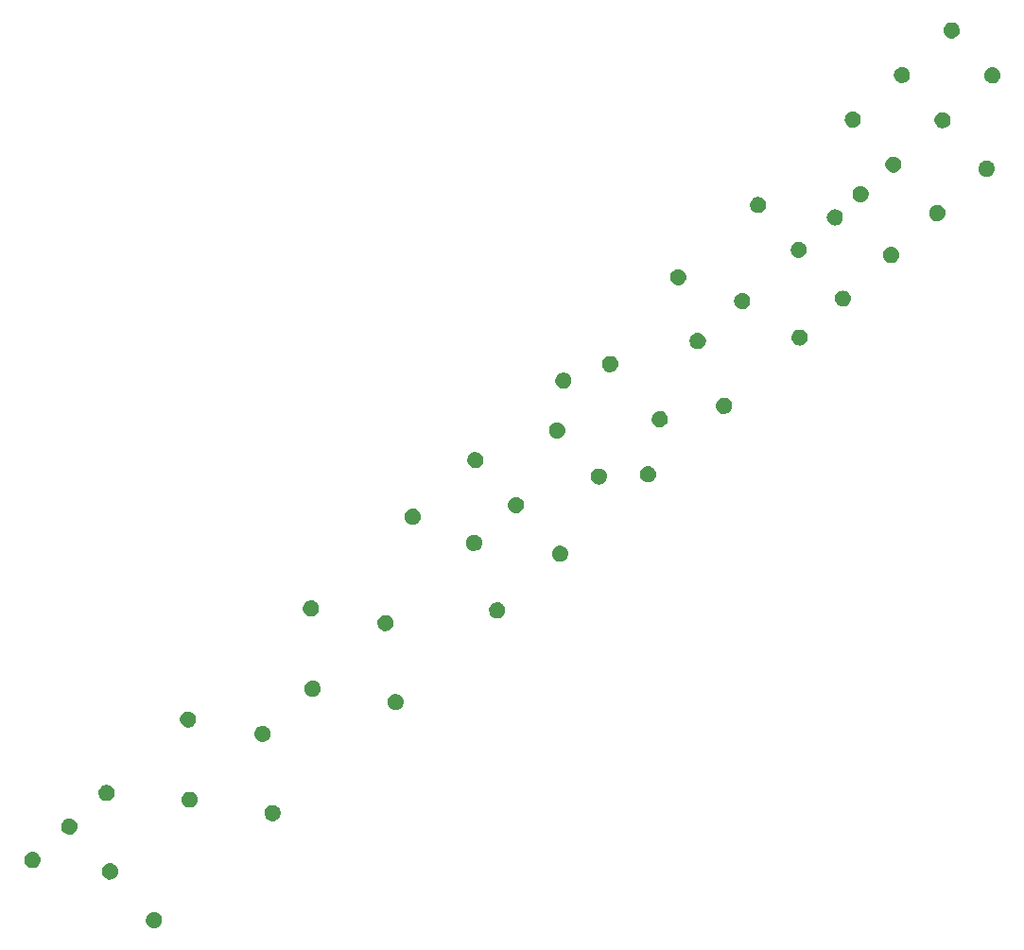
<source format=gbr>
%TF.GenerationSoftware,KiCad,Pcbnew,(6.0.1)*%
%TF.CreationDate,2022-06-23T19:30:41-05:00*%
%TF.ProjectId,toorcamp-sign-lts,746f6f72-6361-46d7-902d-7369676e2d6c,rev?*%
%TF.SameCoordinates,Original*%
%TF.FileFunction,Legend,Top*%
%TF.FilePolarity,Positive*%
%FSLAX46Y46*%
G04 Gerber Fmt 4.6, Leading zero omitted, Abs format (unit mm)*
G04 Created by KiCad (PCBNEW (6.0.1)) date 2022-06-23 19:30:41*
%MOMM*%
%LPD*%
G01*
G04 APERTURE LIST*
%ADD10C,0.010000*%
G04 APERTURE END LIST*
D10*
%TO.C,G\u002A\u002A\u002A*%
X115896671Y-150653393D02*
X115903652Y-150653695D01*
X115903652Y-150653695D02*
X116078226Y-150679713D01*
X116078226Y-150679713D02*
X116229963Y-150740859D01*
X116229963Y-150740859D02*
X116357481Y-150836257D01*
X116357481Y-150836257D02*
X116459400Y-150965035D01*
X116459400Y-150965035D02*
X116493421Y-151027184D01*
X116493421Y-151027184D02*
X116530646Y-151137665D01*
X116530646Y-151137665D02*
X116549777Y-151269909D01*
X116549777Y-151269909D02*
X116549896Y-151406986D01*
X116549896Y-151406986D02*
X116530085Y-151531966D01*
X116530085Y-151531966D02*
X116522218Y-151558415D01*
X116522218Y-151558415D02*
X116469666Y-151665612D01*
X116469666Y-151665612D02*
X116387880Y-151772887D01*
X116387880Y-151772887D02*
X116288041Y-151867723D01*
X116288041Y-151867723D02*
X116185144Y-151935676D01*
X116185144Y-151935676D02*
X116086446Y-151971810D01*
X116086446Y-151971810D02*
X115966900Y-151994385D01*
X115966900Y-151994385D02*
X115842351Y-152002147D01*
X115842351Y-152002147D02*
X115728642Y-151993848D01*
X115728642Y-151993848D02*
X115661792Y-151977005D01*
X115661792Y-151977005D02*
X115503922Y-151896774D01*
X115503922Y-151896774D02*
X115372792Y-151783858D01*
X115372792Y-151783858D02*
X115267794Y-151637717D01*
X115267794Y-151637717D02*
X115257014Y-151618095D01*
X115257014Y-151618095D02*
X115233375Y-151566580D01*
X115233375Y-151566580D02*
X115218926Y-151512060D01*
X115218926Y-151512060D02*
X115211612Y-151442028D01*
X115211612Y-151442028D02*
X115209384Y-151343976D01*
X115209384Y-151343976D02*
X115209360Y-151327642D01*
X115209360Y-151327642D02*
X115210804Y-151227533D01*
X115210804Y-151227533D02*
X115216709Y-151156417D01*
X115216709Y-151156417D02*
X115229516Y-151101004D01*
X115229516Y-151101004D02*
X115251662Y-151048002D01*
X115251662Y-151048002D02*
X115265681Y-151020725D01*
X115265681Y-151020725D02*
X115364345Y-150879237D01*
X115364345Y-150879237D02*
X115493913Y-150765983D01*
X115493913Y-150765983D02*
X115607319Y-150702210D01*
X115607319Y-150702210D02*
X115676764Y-150673252D01*
X115676764Y-150673252D02*
X115736966Y-150657292D01*
X115736966Y-150657292D02*
X115804683Y-150651587D01*
X115804683Y-150651587D02*
X115896671Y-150653393D01*
X115896671Y-150653393D02*
X115896671Y-150653393D01*
G36*
X115896671Y-150653393D02*
G01*
X115903652Y-150653695D01*
X116078226Y-150679713D01*
X116229963Y-150740859D01*
X116357481Y-150836257D01*
X116459400Y-150965035D01*
X116493421Y-151027184D01*
X116530646Y-151137665D01*
X116549777Y-151269909D01*
X116549896Y-151406986D01*
X116530085Y-151531966D01*
X116522218Y-151558415D01*
X116469666Y-151665612D01*
X116387880Y-151772887D01*
X116288041Y-151867723D01*
X116185144Y-151935676D01*
X116086446Y-151971810D01*
X115966900Y-151994385D01*
X115842351Y-152002147D01*
X115728642Y-151993848D01*
X115661792Y-151977005D01*
X115503922Y-151896774D01*
X115372792Y-151783858D01*
X115267794Y-151637717D01*
X115257014Y-151618095D01*
X115233375Y-151566580D01*
X115218926Y-151512060D01*
X115211612Y-151442028D01*
X115209384Y-151343976D01*
X115209360Y-151327642D01*
X115210804Y-151227533D01*
X115216709Y-151156417D01*
X115229516Y-151101004D01*
X115251662Y-151048002D01*
X115265681Y-151020725D01*
X115364345Y-150879237D01*
X115493913Y-150765983D01*
X115607319Y-150702210D01*
X115676764Y-150673252D01*
X115736966Y-150657292D01*
X115804683Y-150651587D01*
X115896671Y-150653393D01*
G37*
X115896671Y-150653393D02*
X115903652Y-150653695D01*
X116078226Y-150679713D01*
X116229963Y-150740859D01*
X116357481Y-150836257D01*
X116459400Y-150965035D01*
X116493421Y-151027184D01*
X116530646Y-151137665D01*
X116549777Y-151269909D01*
X116549896Y-151406986D01*
X116530085Y-151531966D01*
X116522218Y-151558415D01*
X116469666Y-151665612D01*
X116387880Y-151772887D01*
X116288041Y-151867723D01*
X116185144Y-151935676D01*
X116086446Y-151971810D01*
X115966900Y-151994385D01*
X115842351Y-152002147D01*
X115728642Y-151993848D01*
X115661792Y-151977005D01*
X115503922Y-151896774D01*
X115372792Y-151783858D01*
X115267794Y-151637717D01*
X115257014Y-151618095D01*
X115233375Y-151566580D01*
X115218926Y-151512060D01*
X115211612Y-151442028D01*
X115209384Y-151343976D01*
X115209360Y-151327642D01*
X115210804Y-151227533D01*
X115216709Y-151156417D01*
X115229516Y-151101004D01*
X115251662Y-151048002D01*
X115265681Y-151020725D01*
X115364345Y-150879237D01*
X115493913Y-150765983D01*
X115607319Y-150702210D01*
X115676764Y-150673252D01*
X115736966Y-150657292D01*
X115804683Y-150651587D01*
X115896671Y-150653393D01*
X154512071Y-115941495D02*
X154635112Y-115985033D01*
X154635112Y-115985033D02*
X154779283Y-116077429D01*
X154779283Y-116077429D02*
X154892447Y-116195793D01*
X154892447Y-116195793D02*
X154971772Y-116335747D01*
X154971772Y-116335747D02*
X155014426Y-116492909D01*
X155014426Y-116492909D02*
X155021204Y-116582308D01*
X155021204Y-116582308D02*
X155010496Y-116740847D01*
X155010496Y-116740847D02*
X154971772Y-116874850D01*
X154971772Y-116874850D02*
X154900937Y-116994712D01*
X154900937Y-116994712D02*
X154824519Y-117081335D01*
X154824519Y-117081335D02*
X154690703Y-117186329D01*
X154690703Y-117186329D02*
X154539133Y-117254474D01*
X154539133Y-117254474D02*
X154375752Y-117284001D01*
X154375752Y-117284001D02*
X154206504Y-117273141D01*
X154206504Y-117273141D02*
X154190723Y-117270025D01*
X154190723Y-117270025D02*
X154055334Y-117221736D01*
X154055334Y-117221736D02*
X153927105Y-117138752D01*
X153927105Y-117138752D02*
X153815099Y-117028667D01*
X153815099Y-117028667D02*
X153728374Y-116899077D01*
X153728374Y-116899077D02*
X153714590Y-116870899D01*
X153714590Y-116870899D02*
X153678172Y-116750165D01*
X153678172Y-116750165D02*
X153666233Y-116610766D01*
X153666233Y-116610766D02*
X153678492Y-116468372D01*
X153678492Y-116468372D02*
X153714670Y-116338658D01*
X153714670Y-116338658D02*
X153724503Y-116316145D01*
X153724503Y-116316145D02*
X153814937Y-116171009D01*
X153814937Y-116171009D02*
X153935900Y-116055028D01*
X153935900Y-116055028D02*
X154058786Y-115981861D01*
X154058786Y-115981861D02*
X154202420Y-115935807D01*
X154202420Y-115935807D02*
X154358061Y-115922376D01*
X154358061Y-115922376D02*
X154512071Y-115941495D01*
X154512071Y-115941495D02*
X154512071Y-115941495D01*
G36*
X154512071Y-115941495D02*
G01*
X154635112Y-115985033D01*
X154779283Y-116077429D01*
X154892447Y-116195793D01*
X154971772Y-116335747D01*
X155014426Y-116492909D01*
X155021204Y-116582308D01*
X155010496Y-116740847D01*
X154971772Y-116874850D01*
X154900937Y-116994712D01*
X154824519Y-117081335D01*
X154690703Y-117186329D01*
X154539133Y-117254474D01*
X154375752Y-117284001D01*
X154206504Y-117273141D01*
X154190723Y-117270025D01*
X154055334Y-117221736D01*
X153927105Y-117138752D01*
X153815099Y-117028667D01*
X153728374Y-116899077D01*
X153714590Y-116870899D01*
X153678172Y-116750165D01*
X153666233Y-116610766D01*
X153678492Y-116468372D01*
X153714670Y-116338658D01*
X153724503Y-116316145D01*
X153814937Y-116171009D01*
X153935900Y-116055028D01*
X154058786Y-115981861D01*
X154202420Y-115935807D01*
X154358061Y-115922376D01*
X154512071Y-115941495D01*
G37*
X154512071Y-115941495D02*
X154635112Y-115985033D01*
X154779283Y-116077429D01*
X154892447Y-116195793D01*
X154971772Y-116335747D01*
X155014426Y-116492909D01*
X155021204Y-116582308D01*
X155010496Y-116740847D01*
X154971772Y-116874850D01*
X154900937Y-116994712D01*
X154824519Y-117081335D01*
X154690703Y-117186329D01*
X154539133Y-117254474D01*
X154375752Y-117284001D01*
X154206504Y-117273141D01*
X154190723Y-117270025D01*
X154055334Y-117221736D01*
X153927105Y-117138752D01*
X153815099Y-117028667D01*
X153728374Y-116899077D01*
X153714590Y-116870899D01*
X153678172Y-116750165D01*
X153666233Y-116610766D01*
X153678492Y-116468372D01*
X153714670Y-116338658D01*
X153724503Y-116316145D01*
X153814937Y-116171009D01*
X153935900Y-116055028D01*
X154058786Y-115981861D01*
X154202420Y-115935807D01*
X154358061Y-115922376D01*
X154512071Y-115941495D01*
X90882435Y-165998260D02*
X90954395Y-166006680D01*
X90954395Y-166006680D02*
X91016758Y-166024729D01*
X91016758Y-166024729D02*
X91084305Y-166054840D01*
X91084305Y-166054840D02*
X91227180Y-166146579D01*
X91227180Y-166146579D02*
X91337030Y-166264378D01*
X91337030Y-166264378D02*
X91412582Y-166406300D01*
X91412582Y-166406300D02*
X91452564Y-166570406D01*
X91452564Y-166570406D02*
X91457399Y-166623098D01*
X91457399Y-166623098D02*
X91453723Y-166784277D01*
X91453723Y-166784277D02*
X91419540Y-166923951D01*
X91419540Y-166923951D02*
X91351587Y-167053019D01*
X91351587Y-167053019D02*
X91312806Y-167105910D01*
X91312806Y-167105910D02*
X91209095Y-167205656D01*
X91209095Y-167205656D02*
X91078836Y-167282914D01*
X91078836Y-167282914D02*
X90933150Y-167333875D01*
X90933150Y-167333875D02*
X90783159Y-167354730D01*
X90783159Y-167354730D02*
X90639987Y-167341672D01*
X90639987Y-167341672D02*
X90630786Y-167339459D01*
X90630786Y-167339459D02*
X90473954Y-167279115D01*
X90473954Y-167279115D02*
X90336061Y-167184203D01*
X90336061Y-167184203D02*
X90224131Y-167060373D01*
X90224131Y-167060373D02*
X90169108Y-166968036D01*
X90169108Y-166968036D02*
X90143723Y-166909711D01*
X90143723Y-166909711D02*
X90128263Y-166852125D01*
X90128263Y-166852125D02*
X90120478Y-166781809D01*
X90120478Y-166781809D02*
X90118115Y-166685293D01*
X90118115Y-166685293D02*
X90118094Y-166662751D01*
X90118094Y-166662751D02*
X90119952Y-166559826D01*
X90119952Y-166559826D02*
X90126597Y-166486537D01*
X90126597Y-166486537D02*
X90140125Y-166430270D01*
X90140125Y-166430270D02*
X90162632Y-166378413D01*
X90162632Y-166378413D02*
X90166636Y-166370756D01*
X90166636Y-166370756D02*
X90264558Y-166227158D01*
X90264558Y-166227158D02*
X90388333Y-166113131D01*
X90388333Y-166113131D02*
X90484825Y-166055141D01*
X90484825Y-166055141D02*
X90554252Y-166024527D01*
X90554252Y-166024527D02*
X90617751Y-166006662D01*
X90617751Y-166006662D02*
X90691737Y-165998320D01*
X90691737Y-165998320D02*
X90784574Y-165996283D01*
X90784574Y-165996283D02*
X90882435Y-165998260D01*
X90882435Y-165998260D02*
X90882435Y-165998260D01*
G36*
X90882435Y-165998260D02*
G01*
X90954395Y-166006680D01*
X91016758Y-166024729D01*
X91084305Y-166054840D01*
X91227180Y-166146579D01*
X91337030Y-166264378D01*
X91412582Y-166406300D01*
X91452564Y-166570406D01*
X91457399Y-166623098D01*
X91453723Y-166784277D01*
X91419540Y-166923951D01*
X91351587Y-167053019D01*
X91312806Y-167105910D01*
X91209095Y-167205656D01*
X91078836Y-167282914D01*
X90933150Y-167333875D01*
X90783159Y-167354730D01*
X90639987Y-167341672D01*
X90630786Y-167339459D01*
X90473954Y-167279115D01*
X90336061Y-167184203D01*
X90224131Y-167060373D01*
X90169108Y-166968036D01*
X90143723Y-166909711D01*
X90128263Y-166852125D01*
X90120478Y-166781809D01*
X90118115Y-166685293D01*
X90118094Y-166662751D01*
X90119952Y-166559826D01*
X90126597Y-166486537D01*
X90140125Y-166430270D01*
X90162632Y-166378413D01*
X90166636Y-166370756D01*
X90264558Y-166227158D01*
X90388333Y-166113131D01*
X90484825Y-166055141D01*
X90554252Y-166024527D01*
X90617751Y-166006662D01*
X90691737Y-165998320D01*
X90784574Y-165996283D01*
X90882435Y-165998260D01*
G37*
X90882435Y-165998260D02*
X90954395Y-166006680D01*
X91016758Y-166024729D01*
X91084305Y-166054840D01*
X91227180Y-166146579D01*
X91337030Y-166264378D01*
X91412582Y-166406300D01*
X91452564Y-166570406D01*
X91457399Y-166623098D01*
X91453723Y-166784277D01*
X91419540Y-166923951D01*
X91351587Y-167053019D01*
X91312806Y-167105910D01*
X91209095Y-167205656D01*
X91078836Y-167282914D01*
X90933150Y-167333875D01*
X90783159Y-167354730D01*
X90639987Y-167341672D01*
X90630786Y-167339459D01*
X90473954Y-167279115D01*
X90336061Y-167184203D01*
X90224131Y-167060373D01*
X90169108Y-166968036D01*
X90143723Y-166909711D01*
X90128263Y-166852125D01*
X90120478Y-166781809D01*
X90118115Y-166685293D01*
X90118094Y-166662751D01*
X90119952Y-166559826D01*
X90126597Y-166486537D01*
X90140125Y-166430270D01*
X90162632Y-166378413D01*
X90166636Y-166370756D01*
X90264558Y-166227158D01*
X90388333Y-166113131D01*
X90484825Y-166055141D01*
X90554252Y-166024527D01*
X90617751Y-166006662D01*
X90691737Y-165998320D01*
X90784574Y-165996283D01*
X90882435Y-165998260D01*
X176345117Y-104082154D02*
X176387430Y-104091533D01*
X176387430Y-104091533D02*
X176552446Y-104152821D01*
X176552446Y-104152821D02*
X176687984Y-104244343D01*
X176687984Y-104244343D02*
X176793520Y-104365608D01*
X176793520Y-104365608D02*
X176868531Y-104516123D01*
X176868531Y-104516123D02*
X176881809Y-104556135D01*
X176881809Y-104556135D02*
X176912851Y-104724850D01*
X176912851Y-104724850D02*
X176902881Y-104887177D01*
X176902881Y-104887177D02*
X176852807Y-105039482D01*
X176852807Y-105039482D02*
X176763534Y-105178134D01*
X176763534Y-105178134D02*
X176713075Y-105232892D01*
X176713075Y-105232892D02*
X176583471Y-105333294D01*
X176583471Y-105333294D02*
X176436922Y-105400496D01*
X176436922Y-105400496D02*
X176281436Y-105432576D01*
X176281436Y-105432576D02*
X176125017Y-105427610D01*
X176125017Y-105427610D02*
X176016797Y-105400188D01*
X176016797Y-105400188D02*
X175858362Y-105323954D01*
X175858362Y-105323954D02*
X175731508Y-105219561D01*
X175731508Y-105219561D02*
X175635829Y-105086583D01*
X175635829Y-105086583D02*
X175573109Y-104932245D01*
X175573109Y-104932245D02*
X175547623Y-104775335D01*
X175547623Y-104775335D02*
X175560112Y-104623550D01*
X175560112Y-104623550D02*
X175606222Y-104481387D01*
X175606222Y-104481387D02*
X175681600Y-104353339D01*
X175681600Y-104353339D02*
X175781891Y-104243901D01*
X175781891Y-104243901D02*
X175902742Y-104157569D01*
X175902742Y-104157569D02*
X176039799Y-104098837D01*
X176039799Y-104098837D02*
X176188709Y-104072201D01*
X176188709Y-104072201D02*
X176345117Y-104082154D01*
X176345117Y-104082154D02*
X176345117Y-104082154D01*
G36*
X176345117Y-104082154D02*
G01*
X176387430Y-104091533D01*
X176552446Y-104152821D01*
X176687984Y-104244343D01*
X176793520Y-104365608D01*
X176868531Y-104516123D01*
X176881809Y-104556135D01*
X176912851Y-104724850D01*
X176902881Y-104887177D01*
X176852807Y-105039482D01*
X176763534Y-105178134D01*
X176713075Y-105232892D01*
X176583471Y-105333294D01*
X176436922Y-105400496D01*
X176281436Y-105432576D01*
X176125017Y-105427610D01*
X176016797Y-105400188D01*
X175858362Y-105323954D01*
X175731508Y-105219561D01*
X175635829Y-105086583D01*
X175573109Y-104932245D01*
X175547623Y-104775335D01*
X175560112Y-104623550D01*
X175606222Y-104481387D01*
X175681600Y-104353339D01*
X175781891Y-104243901D01*
X175902742Y-104157569D01*
X176039799Y-104098837D01*
X176188709Y-104072201D01*
X176345117Y-104082154D01*
G37*
X176345117Y-104082154D02*
X176387430Y-104091533D01*
X176552446Y-104152821D01*
X176687984Y-104244343D01*
X176793520Y-104365608D01*
X176868531Y-104516123D01*
X176881809Y-104556135D01*
X176912851Y-104724850D01*
X176902881Y-104887177D01*
X176852807Y-105039482D01*
X176763534Y-105178134D01*
X176713075Y-105232892D01*
X176583471Y-105333294D01*
X176436922Y-105400496D01*
X176281436Y-105432576D01*
X176125017Y-105427610D01*
X176016797Y-105400188D01*
X175858362Y-105323954D01*
X175731508Y-105219561D01*
X175635829Y-105086583D01*
X175573109Y-104932245D01*
X175547623Y-104775335D01*
X175560112Y-104623550D01*
X175606222Y-104481387D01*
X175681600Y-104353339D01*
X175781891Y-104243901D01*
X175902742Y-104157569D01*
X176039799Y-104098837D01*
X176188709Y-104072201D01*
X176345117Y-104082154D01*
X138247421Y-138597831D02*
X138396129Y-138662958D01*
X138396129Y-138662958D02*
X138521290Y-138762760D01*
X138521290Y-138762760D02*
X138620967Y-138895966D01*
X138620967Y-138895966D02*
X138645361Y-138941744D01*
X138645361Y-138941744D02*
X138675808Y-139010061D01*
X138675808Y-139010061D02*
X138693520Y-139071644D01*
X138693520Y-139071644D02*
X138701633Y-139142714D01*
X138701633Y-139142714D02*
X138703280Y-139239491D01*
X138703280Y-139239491D02*
X138703270Y-139241475D01*
X138703270Y-139241475D02*
X138700656Y-139339028D01*
X138700656Y-139339028D02*
X138691738Y-139410892D01*
X138691738Y-139410892D02*
X138673101Y-139473613D01*
X138673101Y-139473613D02*
X138641329Y-139543735D01*
X138641329Y-139543735D02*
X138640573Y-139545252D01*
X138640573Y-139545252D02*
X138548254Y-139685706D01*
X138548254Y-139685706D02*
X138428733Y-139795196D01*
X138428733Y-139795196D02*
X138286108Y-139871263D01*
X138286108Y-139871263D02*
X138124474Y-139911446D01*
X138124474Y-139911446D02*
X138020781Y-139917317D01*
X138020781Y-139917317D02*
X137933001Y-139912041D01*
X137933001Y-139912041D02*
X137849804Y-139899869D01*
X137849804Y-139899869D02*
X137799592Y-139886767D01*
X137799592Y-139886767D02*
X137647400Y-139809833D01*
X137647400Y-139809833D02*
X137523738Y-139703275D01*
X137523738Y-139703275D02*
X137431342Y-139571039D01*
X137431342Y-139571039D02*
X137372950Y-139417070D01*
X137372950Y-139417070D02*
X137351298Y-139245313D01*
X137351298Y-139245313D02*
X137351248Y-139240464D01*
X137351248Y-139240464D02*
X137353273Y-139147805D01*
X137353273Y-139147805D02*
X137364080Y-139076699D01*
X137364080Y-139076699D02*
X137388374Y-139006561D01*
X137388374Y-139006561D02*
X137420378Y-138937929D01*
X137420378Y-138937929D02*
X137512151Y-138793923D01*
X137512151Y-138793923D02*
X137628038Y-138684509D01*
X137628038Y-138684509D02*
X137766773Y-138610400D01*
X137766773Y-138610400D02*
X137927084Y-138572311D01*
X137927084Y-138572311D02*
X138077103Y-138568650D01*
X138077103Y-138568650D02*
X138247421Y-138597831D01*
X138247421Y-138597831D02*
X138247421Y-138597831D01*
G36*
X138247421Y-138597831D02*
G01*
X138396129Y-138662958D01*
X138521290Y-138762760D01*
X138620967Y-138895966D01*
X138645361Y-138941744D01*
X138675808Y-139010061D01*
X138693520Y-139071644D01*
X138701633Y-139142714D01*
X138703280Y-139239491D01*
X138703270Y-139241475D01*
X138700656Y-139339028D01*
X138691738Y-139410892D01*
X138673101Y-139473613D01*
X138641329Y-139543735D01*
X138640573Y-139545252D01*
X138548254Y-139685706D01*
X138428733Y-139795196D01*
X138286108Y-139871263D01*
X138124474Y-139911446D01*
X138020781Y-139917317D01*
X137933001Y-139912041D01*
X137849804Y-139899869D01*
X137799592Y-139886767D01*
X137647400Y-139809833D01*
X137523738Y-139703275D01*
X137431342Y-139571039D01*
X137372950Y-139417070D01*
X137351298Y-139245313D01*
X137351248Y-139240464D01*
X137353273Y-139147805D01*
X137364080Y-139076699D01*
X137388374Y-139006561D01*
X137420378Y-138937929D01*
X137512151Y-138793923D01*
X137628038Y-138684509D01*
X137766773Y-138610400D01*
X137927084Y-138572311D01*
X138077103Y-138568650D01*
X138247421Y-138597831D01*
G37*
X138247421Y-138597831D02*
X138396129Y-138662958D01*
X138521290Y-138762760D01*
X138620967Y-138895966D01*
X138645361Y-138941744D01*
X138675808Y-139010061D01*
X138693520Y-139071644D01*
X138701633Y-139142714D01*
X138703280Y-139239491D01*
X138703270Y-139241475D01*
X138700656Y-139339028D01*
X138691738Y-139410892D01*
X138673101Y-139473613D01*
X138641329Y-139543735D01*
X138640573Y-139545252D01*
X138548254Y-139685706D01*
X138428733Y-139795196D01*
X138286108Y-139871263D01*
X138124474Y-139911446D01*
X138020781Y-139917317D01*
X137933001Y-139912041D01*
X137849804Y-139899869D01*
X137799592Y-139886767D01*
X137647400Y-139809833D01*
X137523738Y-139703275D01*
X137431342Y-139571039D01*
X137372950Y-139417070D01*
X137351298Y-139245313D01*
X137351248Y-139240464D01*
X137353273Y-139147805D01*
X137364080Y-139076699D01*
X137388374Y-139006561D01*
X137420378Y-138937929D01*
X137512151Y-138793923D01*
X137628038Y-138684509D01*
X137766773Y-138610400D01*
X137927084Y-138572311D01*
X138077103Y-138568650D01*
X138247421Y-138597831D01*
X162804813Y-108448165D02*
X162932445Y-108492033D01*
X162932445Y-108492033D02*
X163058137Y-108573328D01*
X163058137Y-108573328D02*
X163170504Y-108682691D01*
X163170504Y-108682691D02*
X163256818Y-108807081D01*
X163256818Y-108807081D02*
X163274402Y-108842423D01*
X163274402Y-108842423D02*
X163312126Y-108968847D01*
X163312126Y-108968847D02*
X163323432Y-109112282D01*
X163323432Y-109112282D02*
X163308664Y-109256936D01*
X163308664Y-109256936D02*
X163268164Y-109387018D01*
X163268164Y-109387018D02*
X163262294Y-109399470D01*
X163262294Y-109399470D02*
X163185567Y-109519396D01*
X163185567Y-109519396D02*
X163083018Y-109627896D01*
X163083018Y-109627896D02*
X162967496Y-109712352D01*
X162967496Y-109712352D02*
X162917850Y-109737772D01*
X162917850Y-109737772D02*
X162806994Y-109771682D01*
X162806994Y-109771682D02*
X162677577Y-109788426D01*
X162677577Y-109788426D02*
X162549427Y-109786551D01*
X162549427Y-109786551D02*
X162462737Y-109771125D01*
X162462737Y-109771125D02*
X162314462Y-109708012D01*
X162314462Y-109708012D02*
X162181979Y-109610366D01*
X162181979Y-109610366D02*
X162073414Y-109485287D01*
X162073414Y-109485287D02*
X162012645Y-109377899D01*
X162012645Y-109377899D02*
X161979471Y-109267359D01*
X161979471Y-109267359D02*
X161965726Y-109136844D01*
X161965726Y-109136844D02*
X161971410Y-109003215D01*
X161971410Y-109003215D02*
X161996520Y-108883332D01*
X161996520Y-108883332D02*
X162012672Y-108841544D01*
X162012672Y-108841544D02*
X162080185Y-108729437D01*
X162080185Y-108729437D02*
X162172650Y-108622711D01*
X162172650Y-108622711D02*
X162277614Y-108534046D01*
X162277614Y-108534046D02*
X162364009Y-108483830D01*
X162364009Y-108483830D02*
X162502313Y-108442227D01*
X162502313Y-108442227D02*
X162654264Y-108430411D01*
X162654264Y-108430411D02*
X162804813Y-108448165D01*
X162804813Y-108448165D02*
X162804813Y-108448165D01*
G36*
X162804813Y-108448165D02*
G01*
X162932445Y-108492033D01*
X163058137Y-108573328D01*
X163170504Y-108682691D01*
X163256818Y-108807081D01*
X163274402Y-108842423D01*
X163312126Y-108968847D01*
X163323432Y-109112282D01*
X163308664Y-109256936D01*
X163268164Y-109387018D01*
X163262294Y-109399470D01*
X163185567Y-109519396D01*
X163083018Y-109627896D01*
X162967496Y-109712352D01*
X162917850Y-109737772D01*
X162806994Y-109771682D01*
X162677577Y-109788426D01*
X162549427Y-109786551D01*
X162462737Y-109771125D01*
X162314462Y-109708012D01*
X162181979Y-109610366D01*
X162073414Y-109485287D01*
X162012645Y-109377899D01*
X161979471Y-109267359D01*
X161965726Y-109136844D01*
X161971410Y-109003215D01*
X161996520Y-108883332D01*
X162012672Y-108841544D01*
X162080185Y-108729437D01*
X162172650Y-108622711D01*
X162277614Y-108534046D01*
X162364009Y-108483830D01*
X162502313Y-108442227D01*
X162654264Y-108430411D01*
X162804813Y-108448165D01*
G37*
X162804813Y-108448165D02*
X162932445Y-108492033D01*
X163058137Y-108573328D01*
X163170504Y-108682691D01*
X163256818Y-108807081D01*
X163274402Y-108842423D01*
X163312126Y-108968847D01*
X163323432Y-109112282D01*
X163308664Y-109256936D01*
X163268164Y-109387018D01*
X163262294Y-109399470D01*
X163185567Y-109519396D01*
X163083018Y-109627896D01*
X162967496Y-109712352D01*
X162917850Y-109737772D01*
X162806994Y-109771682D01*
X162677577Y-109788426D01*
X162549427Y-109786551D01*
X162462737Y-109771125D01*
X162314462Y-109708012D01*
X162181979Y-109610366D01*
X162073414Y-109485287D01*
X162012645Y-109377899D01*
X161979471Y-109267359D01*
X161965726Y-109136844D01*
X161971410Y-109003215D01*
X161996520Y-108883332D01*
X162012672Y-108841544D01*
X162080185Y-108729437D01*
X162172650Y-108622711D01*
X162277614Y-108534046D01*
X162364009Y-108483830D01*
X162502313Y-108442227D01*
X162654264Y-108430411D01*
X162804813Y-108448165D01*
X115865156Y-143479103D02*
X116010825Y-143523777D01*
X116010825Y-143523777D02*
X116143471Y-143599796D01*
X116143471Y-143599796D02*
X116256455Y-143706051D01*
X116256455Y-143706051D02*
X116327285Y-143810342D01*
X116327285Y-143810342D02*
X116387581Y-143960292D01*
X116387581Y-143960292D02*
X116413795Y-144119556D01*
X116413795Y-144119556D02*
X116405600Y-144277935D01*
X116405600Y-144277935D02*
X116362668Y-144425228D01*
X116362668Y-144425228D02*
X116347989Y-144456187D01*
X116347989Y-144456187D02*
X116289079Y-144543624D01*
X116289079Y-144543624D02*
X116205347Y-144633955D01*
X116205347Y-144633955D02*
X116110897Y-144713431D01*
X116110897Y-144713431D02*
X116035550Y-144760752D01*
X116035550Y-144760752D02*
X115912540Y-144804465D01*
X115912540Y-144804465D02*
X115770757Y-144824678D01*
X115770757Y-144824678D02*
X115627303Y-144820360D01*
X115627303Y-144820360D02*
X115505370Y-144792708D01*
X115505370Y-144792708D02*
X115358157Y-144719709D01*
X115358157Y-144719709D02*
X115238594Y-144619577D01*
X115238594Y-144619577D02*
X115147796Y-144498161D01*
X115147796Y-144498161D02*
X115086878Y-144361313D01*
X115086878Y-144361313D02*
X115056956Y-144214884D01*
X115056956Y-144214884D02*
X115059142Y-144064724D01*
X115059142Y-144064724D02*
X115094554Y-143916684D01*
X115094554Y-143916684D02*
X115164304Y-143776614D01*
X115164304Y-143776614D02*
X115269509Y-143650366D01*
X115269509Y-143650366D02*
X115284979Y-143636053D01*
X115284979Y-143636053D02*
X115416374Y-143544249D01*
X115416374Y-143544249D02*
X115561293Y-143488230D01*
X115561293Y-143488230D02*
X115713099Y-143466884D01*
X115713099Y-143466884D02*
X115865156Y-143479103D01*
X115865156Y-143479103D02*
X115865156Y-143479103D01*
G36*
X115865156Y-143479103D02*
G01*
X116010825Y-143523777D01*
X116143471Y-143599796D01*
X116256455Y-143706051D01*
X116327285Y-143810342D01*
X116387581Y-143960292D01*
X116413795Y-144119556D01*
X116405600Y-144277935D01*
X116362668Y-144425228D01*
X116347989Y-144456187D01*
X116289079Y-144543624D01*
X116205347Y-144633955D01*
X116110897Y-144713431D01*
X116035550Y-144760752D01*
X115912540Y-144804465D01*
X115770757Y-144824678D01*
X115627303Y-144820360D01*
X115505370Y-144792708D01*
X115358157Y-144719709D01*
X115238594Y-144619577D01*
X115147796Y-144498161D01*
X115086878Y-144361313D01*
X115056956Y-144214884D01*
X115059142Y-144064724D01*
X115094554Y-143916684D01*
X115164304Y-143776614D01*
X115269509Y-143650366D01*
X115284979Y-143636053D01*
X115416374Y-143544249D01*
X115561293Y-143488230D01*
X115713099Y-143466884D01*
X115865156Y-143479103D01*
G37*
X115865156Y-143479103D02*
X116010825Y-143523777D01*
X116143471Y-143599796D01*
X116256455Y-143706051D01*
X116327285Y-143810342D01*
X116387581Y-143960292D01*
X116413795Y-144119556D01*
X116405600Y-144277935D01*
X116362668Y-144425228D01*
X116347989Y-144456187D01*
X116289079Y-144543624D01*
X116205347Y-144633955D01*
X116110897Y-144713431D01*
X116035550Y-144760752D01*
X115912540Y-144804465D01*
X115770757Y-144824678D01*
X115627303Y-144820360D01*
X115505370Y-144792708D01*
X115358157Y-144719709D01*
X115238594Y-144619577D01*
X115147796Y-144498161D01*
X115086878Y-144361313D01*
X115056956Y-144214884D01*
X115059142Y-144064724D01*
X115094554Y-143916684D01*
X115164304Y-143776614D01*
X115269509Y-143650366D01*
X115284979Y-143636053D01*
X115416374Y-143544249D01*
X115561293Y-143488230D01*
X115713099Y-143466884D01*
X115865156Y-143479103D01*
X112443765Y-161803975D02*
X112563168Y-161834542D01*
X112563168Y-161834542D02*
X112670445Y-161891427D01*
X112670445Y-161891427D02*
X112765055Y-161966799D01*
X112765055Y-161966799D02*
X112867886Y-162086178D01*
X112867886Y-162086178D02*
X112936992Y-162223554D01*
X112936992Y-162223554D02*
X112972895Y-162372037D01*
X112972895Y-162372037D02*
X112976117Y-162524740D01*
X112976117Y-162524740D02*
X112947180Y-162674774D01*
X112947180Y-162674774D02*
X112886605Y-162815250D01*
X112886605Y-162815250D02*
X112794915Y-162939280D01*
X112794915Y-162939280D02*
X112684325Y-163032412D01*
X112684325Y-163032412D02*
X112548507Y-163101075D01*
X112548507Y-163101075D02*
X112398936Y-163140478D01*
X112398936Y-163140478D02*
X112249645Y-163147667D01*
X112249645Y-163147667D02*
X112180392Y-163138443D01*
X112180392Y-163138443D02*
X112018999Y-163084992D01*
X112018999Y-163084992D02*
X111876478Y-162996434D01*
X111876478Y-162996434D02*
X111759058Y-162877462D01*
X111759058Y-162877462D02*
X111690174Y-162769075D01*
X111690174Y-162769075D02*
X111642388Y-162634636D01*
X111642388Y-162634636D02*
X111623287Y-162483988D01*
X111623287Y-162483988D02*
X111633669Y-162332771D01*
X111633669Y-162332771D02*
X111662418Y-162225362D01*
X111662418Y-162225362D02*
X111737798Y-162082127D01*
X111737798Y-162082127D02*
X111844990Y-161959097D01*
X111844990Y-161959097D02*
X111975720Y-161865430D01*
X111975720Y-161865430D02*
X111997911Y-161853955D01*
X111997911Y-161853955D02*
X112067146Y-161823110D01*
X112067146Y-161823110D02*
X112129608Y-161805111D01*
X112129608Y-161805111D02*
X112201668Y-161796736D01*
X112201668Y-161796736D02*
X112298784Y-161794765D01*
X112298784Y-161794765D02*
X112443765Y-161803975D01*
X112443765Y-161803975D02*
X112443765Y-161803975D01*
G36*
X112443765Y-161803975D02*
G01*
X112563168Y-161834542D01*
X112670445Y-161891427D01*
X112765055Y-161966799D01*
X112867886Y-162086178D01*
X112936992Y-162223554D01*
X112972895Y-162372037D01*
X112976117Y-162524740D01*
X112947180Y-162674774D01*
X112886605Y-162815250D01*
X112794915Y-162939280D01*
X112684325Y-163032412D01*
X112548507Y-163101075D01*
X112398936Y-163140478D01*
X112249645Y-163147667D01*
X112180392Y-163138443D01*
X112018999Y-163084992D01*
X111876478Y-162996434D01*
X111759058Y-162877462D01*
X111690174Y-162769075D01*
X111642388Y-162634636D01*
X111623287Y-162483988D01*
X111633669Y-162332771D01*
X111662418Y-162225362D01*
X111737798Y-162082127D01*
X111844990Y-161959097D01*
X111975720Y-161865430D01*
X111997911Y-161853955D01*
X112067146Y-161823110D01*
X112129608Y-161805111D01*
X112201668Y-161796736D01*
X112298784Y-161794765D01*
X112443765Y-161803975D01*
G37*
X112443765Y-161803975D02*
X112563168Y-161834542D01*
X112670445Y-161891427D01*
X112765055Y-161966799D01*
X112867886Y-162086178D01*
X112936992Y-162223554D01*
X112972895Y-162372037D01*
X112976117Y-162524740D01*
X112947180Y-162674774D01*
X112886605Y-162815250D01*
X112794915Y-162939280D01*
X112684325Y-163032412D01*
X112548507Y-163101075D01*
X112398936Y-163140478D01*
X112249645Y-163147667D01*
X112180392Y-163138443D01*
X112018999Y-163084992D01*
X111876478Y-162996434D01*
X111759058Y-162877462D01*
X111690174Y-162769075D01*
X111642388Y-162634636D01*
X111623287Y-162483988D01*
X111633669Y-162332771D01*
X111662418Y-162225362D01*
X111737798Y-162082127D01*
X111844990Y-161959097D01*
X111975720Y-161865430D01*
X111997911Y-161853955D01*
X112067146Y-161823110D01*
X112129608Y-161805111D01*
X112201668Y-161796736D01*
X112298784Y-161794765D01*
X112443765Y-161803975D01*
X148600520Y-113801668D02*
X148639482Y-113803480D01*
X148639482Y-113803480D02*
X148781027Y-113818835D01*
X148781027Y-113818835D02*
X148895012Y-113852277D01*
X148895012Y-113852277D02*
X148994245Y-113909139D01*
X148994245Y-113909139D02*
X149086450Y-113989642D01*
X149086450Y-113989642D02*
X149189775Y-114120224D01*
X149189775Y-114120224D02*
X149256203Y-114263858D01*
X149256203Y-114263858D02*
X149286700Y-114414661D01*
X149286700Y-114414661D02*
X149282232Y-114566751D01*
X149282232Y-114566751D02*
X149243765Y-114714245D01*
X149243765Y-114714245D02*
X149172266Y-114851261D01*
X149172266Y-114851261D02*
X149068699Y-114971916D01*
X149068699Y-114971916D02*
X148934032Y-115070328D01*
X148934032Y-115070328D02*
X148906534Y-115085241D01*
X148906534Y-115085241D02*
X148785174Y-115128736D01*
X148785174Y-115128736D02*
X148644412Y-115149139D01*
X148644412Y-115149139D02*
X148500817Y-115145681D01*
X148500817Y-115145681D02*
X148370956Y-115117589D01*
X148370956Y-115117589D02*
X148353164Y-115110997D01*
X148353164Y-115110997D02*
X148216087Y-115035552D01*
X148216087Y-115035552D02*
X148096009Y-114928494D01*
X148096009Y-114928494D02*
X148004087Y-114800136D01*
X148004087Y-114800136D02*
X147992264Y-114777347D01*
X147992264Y-114777347D02*
X147961419Y-114708113D01*
X147961419Y-114708113D02*
X147943419Y-114645651D01*
X147943419Y-114645651D02*
X147935045Y-114573591D01*
X147935045Y-114573591D02*
X147933074Y-114476475D01*
X147933074Y-114476475D02*
X147936466Y-114368159D01*
X147936466Y-114368159D02*
X147947987Y-114286833D01*
X147947987Y-114286833D02*
X147970091Y-114217534D01*
X147970091Y-114217534D02*
X147978812Y-114197590D01*
X147978812Y-114197590D02*
X148064595Y-114059311D01*
X148064595Y-114059311D02*
X148181464Y-113942246D01*
X148181464Y-113942246D02*
X148319827Y-113855897D01*
X148319827Y-113855897D02*
X148327327Y-113852471D01*
X148327327Y-113852471D02*
X148396763Y-113823482D01*
X148396763Y-113823482D02*
X148454859Y-113807012D01*
X148454859Y-113807012D02*
X148517488Y-113800571D01*
X148517488Y-113800571D02*
X148600520Y-113801668D01*
X148600520Y-113801668D02*
X148600520Y-113801668D01*
G36*
X148600520Y-113801668D02*
G01*
X148639482Y-113803480D01*
X148781027Y-113818835D01*
X148895012Y-113852277D01*
X148994245Y-113909139D01*
X149086450Y-113989642D01*
X149189775Y-114120224D01*
X149256203Y-114263858D01*
X149286700Y-114414661D01*
X149282232Y-114566751D01*
X149243765Y-114714245D01*
X149172266Y-114851261D01*
X149068699Y-114971916D01*
X148934032Y-115070328D01*
X148906534Y-115085241D01*
X148785174Y-115128736D01*
X148644412Y-115149139D01*
X148500817Y-115145681D01*
X148370956Y-115117589D01*
X148353164Y-115110997D01*
X148216087Y-115035552D01*
X148096009Y-114928494D01*
X148004087Y-114800136D01*
X147992264Y-114777347D01*
X147961419Y-114708113D01*
X147943419Y-114645651D01*
X147935045Y-114573591D01*
X147933074Y-114476475D01*
X147936466Y-114368159D01*
X147947987Y-114286833D01*
X147970091Y-114217534D01*
X147978812Y-114197590D01*
X148064595Y-114059311D01*
X148181464Y-113942246D01*
X148319827Y-113855897D01*
X148327327Y-113852471D01*
X148396763Y-113823482D01*
X148454859Y-113807012D01*
X148517488Y-113800571D01*
X148600520Y-113801668D01*
G37*
X148600520Y-113801668D02*
X148639482Y-113803480D01*
X148781027Y-113818835D01*
X148895012Y-113852277D01*
X148994245Y-113909139D01*
X149086450Y-113989642D01*
X149189775Y-114120224D01*
X149256203Y-114263858D01*
X149286700Y-114414661D01*
X149282232Y-114566751D01*
X149243765Y-114714245D01*
X149172266Y-114851261D01*
X149068699Y-114971916D01*
X148934032Y-115070328D01*
X148906534Y-115085241D01*
X148785174Y-115128736D01*
X148644412Y-115149139D01*
X148500817Y-115145681D01*
X148370956Y-115117589D01*
X148353164Y-115110997D01*
X148216087Y-115035552D01*
X148096009Y-114928494D01*
X148004087Y-114800136D01*
X147992264Y-114777347D01*
X147961419Y-114708113D01*
X147943419Y-114645651D01*
X147935045Y-114573591D01*
X147933074Y-114476475D01*
X147936466Y-114368159D01*
X147947987Y-114286833D01*
X147970091Y-114217534D01*
X147978812Y-114197590D01*
X148064595Y-114059311D01*
X148181464Y-113942246D01*
X148319827Y-113855897D01*
X148327327Y-113852471D01*
X148396763Y-113823482D01*
X148454859Y-113807012D01*
X148517488Y-113800571D01*
X148600520Y-113801668D01*
X168074671Y-103718809D02*
X168224293Y-103778637D01*
X168224293Y-103778637D02*
X168353383Y-103874105D01*
X168353383Y-103874105D02*
X168458456Y-104002981D01*
X168458456Y-104002981D02*
X168498903Y-104075171D01*
X168498903Y-104075171D02*
X168553733Y-104233286D01*
X168553733Y-104233286D02*
X168568114Y-104399760D01*
X168568114Y-104399760D02*
X168541766Y-104569581D01*
X168541766Y-104569581D02*
X168528990Y-104611356D01*
X168528990Y-104611356D02*
X168471464Y-104726888D01*
X168471464Y-104726888D02*
X168382941Y-104837775D01*
X168382941Y-104837775D02*
X168274291Y-104933084D01*
X168274291Y-104933084D02*
X168156381Y-105001882D01*
X168156381Y-105001882D02*
X168130364Y-105012342D01*
X168130364Y-105012342D02*
X167978680Y-105048597D01*
X167978680Y-105048597D02*
X167819246Y-105052756D01*
X167819246Y-105052756D02*
X167674452Y-105025896D01*
X167674452Y-105025896D02*
X167528359Y-104960162D01*
X167528359Y-104960162D02*
X167408112Y-104865905D01*
X167408112Y-104865905D02*
X167314970Y-104749068D01*
X167314970Y-104749068D02*
X167250195Y-104615591D01*
X167250195Y-104615591D02*
X167215047Y-104471416D01*
X167215047Y-104471416D02*
X167210786Y-104322484D01*
X167210786Y-104322484D02*
X167238674Y-104174737D01*
X167238674Y-104174737D02*
X167299970Y-104034114D01*
X167299970Y-104034114D02*
X167395935Y-103906558D01*
X167395935Y-103906558D02*
X167429912Y-103873332D01*
X167429912Y-103873332D02*
X167557052Y-103778797D01*
X167557052Y-103778797D02*
X167694451Y-103721313D01*
X167694451Y-103721313D02*
X167850646Y-103697729D01*
X167850646Y-103697729D02*
X167908004Y-103696852D01*
X167908004Y-103696852D02*
X168074671Y-103718809D01*
X168074671Y-103718809D02*
X168074671Y-103718809D01*
G36*
X168074671Y-103718809D02*
G01*
X168224293Y-103778637D01*
X168353383Y-103874105D01*
X168458456Y-104002981D01*
X168498903Y-104075171D01*
X168553733Y-104233286D01*
X168568114Y-104399760D01*
X168541766Y-104569581D01*
X168528990Y-104611356D01*
X168471464Y-104726888D01*
X168382941Y-104837775D01*
X168274291Y-104933084D01*
X168156381Y-105001882D01*
X168130364Y-105012342D01*
X167978680Y-105048597D01*
X167819246Y-105052756D01*
X167674452Y-105025896D01*
X167528359Y-104960162D01*
X167408112Y-104865905D01*
X167314970Y-104749068D01*
X167250195Y-104615591D01*
X167215047Y-104471416D01*
X167210786Y-104322484D01*
X167238674Y-104174737D01*
X167299970Y-104034114D01*
X167395935Y-103906558D01*
X167429912Y-103873332D01*
X167557052Y-103778797D01*
X167694451Y-103721313D01*
X167850646Y-103697729D01*
X167908004Y-103696852D01*
X168074671Y-103718809D01*
G37*
X168074671Y-103718809D02*
X168224293Y-103778637D01*
X168353383Y-103874105D01*
X168458456Y-104002981D01*
X168498903Y-104075171D01*
X168553733Y-104233286D01*
X168568114Y-104399760D01*
X168541766Y-104569581D01*
X168528990Y-104611356D01*
X168471464Y-104726888D01*
X168382941Y-104837775D01*
X168274291Y-104933084D01*
X168156381Y-105001882D01*
X168130364Y-105012342D01*
X167978680Y-105048597D01*
X167819246Y-105052756D01*
X167674452Y-105025896D01*
X167528359Y-104960162D01*
X167408112Y-104865905D01*
X167314970Y-104749068D01*
X167250195Y-104615591D01*
X167215047Y-104471416D01*
X167210786Y-104322484D01*
X167238674Y-104174737D01*
X167299970Y-104034114D01*
X167395935Y-103906558D01*
X167429912Y-103873332D01*
X167557052Y-103778797D01*
X167694451Y-103721313D01*
X167850646Y-103697729D01*
X167908004Y-103696852D01*
X168074671Y-103718809D01*
X164349794Y-99673267D02*
X164422926Y-99683718D01*
X164422926Y-99683718D02*
X164489596Y-99705555D01*
X164489596Y-99705555D02*
X164541112Y-99729131D01*
X164541112Y-99729131D02*
X164666623Y-99810203D01*
X164666623Y-99810203D02*
X164778826Y-99919299D01*
X164778826Y-99919299D02*
X164865020Y-100043406D01*
X164865020Y-100043406D02*
X164882923Y-100079423D01*
X164882923Y-100079423D02*
X164917747Y-100196162D01*
X164917747Y-100196162D02*
X164930680Y-100332527D01*
X164930680Y-100332527D02*
X164921829Y-100471974D01*
X164921829Y-100471974D02*
X164891300Y-100597959D01*
X164891300Y-100597959D02*
X164879401Y-100627417D01*
X164879401Y-100627417D02*
X164814504Y-100733812D01*
X164814504Y-100733812D02*
X164721446Y-100837301D01*
X164721446Y-100837301D02*
X164613244Y-100925159D01*
X164613244Y-100925159D02*
X164521889Y-100976819D01*
X164521889Y-100976819D02*
X164414543Y-101009946D01*
X164414543Y-101009946D02*
X164289529Y-101026781D01*
X164289529Y-101026781D02*
X164165112Y-101026157D01*
X164165112Y-101026157D02*
X164059556Y-101006907D01*
X164059556Y-101006907D02*
X164058145Y-101006450D01*
X164058145Y-101006450D02*
X163906178Y-100935278D01*
X163906178Y-100935278D02*
X163773017Y-100830400D01*
X163773017Y-100830400D02*
X163666724Y-100699040D01*
X163666724Y-100699040D02*
X163621166Y-100614899D01*
X163621166Y-100614899D02*
X163588529Y-100505716D01*
X163588529Y-100505716D02*
X163575046Y-100375819D01*
X163575046Y-100375819D02*
X163580704Y-100242239D01*
X163580704Y-100242239D02*
X163605485Y-100122006D01*
X163605485Y-100122006D02*
X163621665Y-100079423D01*
X163621665Y-100079423D02*
X163698547Y-99953137D01*
X163698547Y-99953137D02*
X163804993Y-99838321D01*
X163804993Y-99838321D02*
X163928265Y-99748027D01*
X163928265Y-99748027D02*
X163963622Y-99729131D01*
X163963622Y-99729131D02*
X164036223Y-99697337D01*
X164036223Y-99697337D02*
X164102991Y-99679423D01*
X164102991Y-99679423D02*
X164181758Y-99671772D01*
X164181758Y-99671772D02*
X164252367Y-99670587D01*
X164252367Y-99670587D02*
X164349794Y-99673267D01*
X164349794Y-99673267D02*
X164349794Y-99673267D01*
G36*
X164349794Y-99673267D02*
G01*
X164422926Y-99683718D01*
X164489596Y-99705555D01*
X164541112Y-99729131D01*
X164666623Y-99810203D01*
X164778826Y-99919299D01*
X164865020Y-100043406D01*
X164882923Y-100079423D01*
X164917747Y-100196162D01*
X164930680Y-100332527D01*
X164921829Y-100471974D01*
X164891300Y-100597959D01*
X164879401Y-100627417D01*
X164814504Y-100733812D01*
X164721446Y-100837301D01*
X164613244Y-100925159D01*
X164521889Y-100976819D01*
X164414543Y-101009946D01*
X164289529Y-101026781D01*
X164165112Y-101026157D01*
X164059556Y-101006907D01*
X164058145Y-101006450D01*
X163906178Y-100935278D01*
X163773017Y-100830400D01*
X163666724Y-100699040D01*
X163621166Y-100614899D01*
X163588529Y-100505716D01*
X163575046Y-100375819D01*
X163580704Y-100242239D01*
X163605485Y-100122006D01*
X163621665Y-100079423D01*
X163698547Y-99953137D01*
X163804993Y-99838321D01*
X163928265Y-99748027D01*
X163963622Y-99729131D01*
X164036223Y-99697337D01*
X164102991Y-99679423D01*
X164181758Y-99671772D01*
X164252367Y-99670587D01*
X164349794Y-99673267D01*
G37*
X164349794Y-99673267D02*
X164422926Y-99683718D01*
X164489596Y-99705555D01*
X164541112Y-99729131D01*
X164666623Y-99810203D01*
X164778826Y-99919299D01*
X164865020Y-100043406D01*
X164882923Y-100079423D01*
X164917747Y-100196162D01*
X164930680Y-100332527D01*
X164921829Y-100471974D01*
X164891300Y-100597959D01*
X164879401Y-100627417D01*
X164814504Y-100733812D01*
X164721446Y-100837301D01*
X164613244Y-100925159D01*
X164521889Y-100976819D01*
X164414543Y-101009946D01*
X164289529Y-101026781D01*
X164165112Y-101026157D01*
X164059556Y-101006907D01*
X164058145Y-101006450D01*
X163906178Y-100935278D01*
X163773017Y-100830400D01*
X163666724Y-100699040D01*
X163621166Y-100614899D01*
X163588529Y-100505716D01*
X163575046Y-100375819D01*
X163580704Y-100242239D01*
X163605485Y-100122006D01*
X163621665Y-100079423D01*
X163698547Y-99953137D01*
X163804993Y-99838321D01*
X163928265Y-99748027D01*
X163963622Y-99729131D01*
X164036223Y-99697337D01*
X164102991Y-99679423D01*
X164181758Y-99671772D01*
X164252367Y-99670587D01*
X164349794Y-99673267D01*
X130447645Y-137602509D02*
X130521613Y-137608140D01*
X130521613Y-137608140D02*
X130577235Y-137619872D01*
X130577235Y-137619872D02*
X130626474Y-137639622D01*
X130626474Y-137639622D02*
X130645946Y-137649600D01*
X130645946Y-137649600D02*
X130790046Y-137748209D01*
X130790046Y-137748209D02*
X130904349Y-137872499D01*
X130904349Y-137872499D02*
X130961861Y-137968077D01*
X130961861Y-137968077D02*
X130992279Y-138036293D01*
X130992279Y-138036293D02*
X131009966Y-138097700D01*
X131009966Y-138097700D02*
X131018047Y-138168500D01*
X131018047Y-138168500D02*
X131019641Y-138264894D01*
X131019641Y-138264894D02*
X131019625Y-138267809D01*
X131019625Y-138267809D02*
X131008013Y-138418797D01*
X131008013Y-138418797D02*
X130971782Y-138544657D01*
X130971782Y-138544657D02*
X130905832Y-138657821D01*
X130905832Y-138657821D02*
X130819042Y-138756901D01*
X130819042Y-138756901D02*
X130697305Y-138850295D01*
X130697305Y-138850295D02*
X130553389Y-138913192D01*
X130553389Y-138913192D02*
X130396527Y-138943475D01*
X130396527Y-138943475D02*
X130235952Y-138939023D01*
X130235952Y-138939023D02*
X130129505Y-138915123D01*
X130129505Y-138915123D02*
X129981363Y-138847736D01*
X129981363Y-138847736D02*
X129857786Y-138748548D01*
X129857786Y-138748548D02*
X129762282Y-138622480D01*
X129762282Y-138622480D02*
X129698360Y-138474456D01*
X129698360Y-138474456D02*
X129669527Y-138309398D01*
X129669527Y-138309398D02*
X129668219Y-138267809D01*
X129668219Y-138267809D02*
X129686934Y-138096096D01*
X129686934Y-138096096D02*
X129743358Y-137941802D01*
X129743358Y-137941802D02*
X129835575Y-137808222D01*
X129835575Y-137808222D02*
X129961672Y-137698656D01*
X129961672Y-137698656D02*
X130019118Y-137663424D01*
X130019118Y-137663424D02*
X130075002Y-137634402D01*
X130075002Y-137634402D02*
X130124049Y-137616084D01*
X130124049Y-137616084D02*
X130178884Y-137606041D01*
X130178884Y-137606041D02*
X130252136Y-137601844D01*
X130252136Y-137601844D02*
X130343367Y-137601059D01*
X130343367Y-137601059D02*
X130447645Y-137602509D01*
X130447645Y-137602509D02*
X130447645Y-137602509D01*
G36*
X130447645Y-137602509D02*
G01*
X130521613Y-137608140D01*
X130577235Y-137619872D01*
X130626474Y-137639622D01*
X130645946Y-137649600D01*
X130790046Y-137748209D01*
X130904349Y-137872499D01*
X130961861Y-137968077D01*
X130992279Y-138036293D01*
X131009966Y-138097700D01*
X131018047Y-138168500D01*
X131019641Y-138264894D01*
X131019625Y-138267809D01*
X131008013Y-138418797D01*
X130971782Y-138544657D01*
X130905832Y-138657821D01*
X130819042Y-138756901D01*
X130697305Y-138850295D01*
X130553389Y-138913192D01*
X130396527Y-138943475D01*
X130235952Y-138939023D01*
X130129505Y-138915123D01*
X129981363Y-138847736D01*
X129857786Y-138748548D01*
X129762282Y-138622480D01*
X129698360Y-138474456D01*
X129669527Y-138309398D01*
X129668219Y-138267809D01*
X129686934Y-138096096D01*
X129743358Y-137941802D01*
X129835575Y-137808222D01*
X129961672Y-137698656D01*
X130019118Y-137663424D01*
X130075002Y-137634402D01*
X130124049Y-137616084D01*
X130178884Y-137606041D01*
X130252136Y-137601844D01*
X130343367Y-137601059D01*
X130447645Y-137602509D01*
G37*
X130447645Y-137602509D02*
X130521613Y-137608140D01*
X130577235Y-137619872D01*
X130626474Y-137639622D01*
X130645946Y-137649600D01*
X130790046Y-137748209D01*
X130904349Y-137872499D01*
X130961861Y-137968077D01*
X130992279Y-138036293D01*
X131009966Y-138097700D01*
X131018047Y-138168500D01*
X131019641Y-138264894D01*
X131019625Y-138267809D01*
X131008013Y-138418797D01*
X130971782Y-138544657D01*
X130905832Y-138657821D01*
X130819042Y-138756901D01*
X130697305Y-138850295D01*
X130553389Y-138913192D01*
X130396527Y-138943475D01*
X130235952Y-138939023D01*
X130129505Y-138915123D01*
X129981363Y-138847736D01*
X129857786Y-138748548D01*
X129762282Y-138622480D01*
X129698360Y-138474456D01*
X129669527Y-138309398D01*
X129668219Y-138267809D01*
X129686934Y-138096096D01*
X129743358Y-137941802D01*
X129835575Y-137808222D01*
X129961672Y-137698656D01*
X130019118Y-137663424D01*
X130075002Y-137634402D01*
X130124049Y-137616084D01*
X130178884Y-137606041D01*
X130252136Y-137601844D01*
X130343367Y-137601059D01*
X130447645Y-137602509D01*
X123343922Y-151860052D02*
X123512978Y-151887182D01*
X123512978Y-151887182D02*
X123661728Y-151951300D01*
X123661728Y-151951300D02*
X123788838Y-152051548D01*
X123788838Y-152051548D02*
X123892971Y-152187069D01*
X123892971Y-152187069D02*
X123915719Y-152227225D01*
X123915719Y-152227225D02*
X123942989Y-152283589D01*
X123942989Y-152283589D02*
X123959796Y-152336240D01*
X123959796Y-152336240D02*
X123968578Y-152398470D01*
X123968578Y-152398470D02*
X123971774Y-152483571D01*
X123971774Y-152483571D02*
X123972040Y-152534142D01*
X123972040Y-152534142D02*
X123965604Y-152671735D01*
X123965604Y-152671735D02*
X123943012Y-152781455D01*
X123943012Y-152781455D02*
X123899435Y-152876218D01*
X123899435Y-152876218D02*
X123830046Y-152968938D01*
X123830046Y-152968938D02*
X123795331Y-153006929D01*
X123795331Y-153006929D02*
X123680503Y-153104851D01*
X123680503Y-153104851D02*
X123552015Y-153167860D01*
X123552015Y-153167860D02*
X123401785Y-153199430D01*
X123401785Y-153199430D02*
X123337200Y-153203911D01*
X123337200Y-153203911D02*
X123249544Y-153204827D01*
X123249544Y-153204827D02*
X123172392Y-153201426D01*
X123172392Y-153201426D02*
X123120347Y-153194433D01*
X123120347Y-153194433D02*
X123114950Y-153192907D01*
X123114950Y-153192907D02*
X122958461Y-153119959D01*
X122958461Y-153119959D02*
X122823049Y-153013267D01*
X122823049Y-153013267D02*
X122715724Y-152878783D01*
X122715724Y-152878783D02*
X122688262Y-152830475D01*
X122688262Y-152830475D02*
X122655414Y-152747521D01*
X122655414Y-152747521D02*
X122636950Y-152647551D01*
X122636950Y-152647551D02*
X122631360Y-152572614D01*
X122631360Y-152572614D02*
X122633399Y-152425328D01*
X122633399Y-152425328D02*
X122657971Y-152304169D01*
X122657971Y-152304169D02*
X122709719Y-152196899D01*
X122709719Y-152196899D02*
X122793287Y-152091278D01*
X122793287Y-152091278D02*
X122827322Y-152056014D01*
X122827322Y-152056014D02*
X122934987Y-151961342D01*
X122934987Y-151961342D02*
X123040404Y-151899967D01*
X123040404Y-151899967D02*
X123155813Y-151867247D01*
X123155813Y-151867247D02*
X123293453Y-151858538D01*
X123293453Y-151858538D02*
X123343922Y-151860052D01*
X123343922Y-151860052D02*
X123343922Y-151860052D01*
G36*
X123343922Y-151860052D02*
G01*
X123512978Y-151887182D01*
X123661728Y-151951300D01*
X123788838Y-152051548D01*
X123892971Y-152187069D01*
X123915719Y-152227225D01*
X123942989Y-152283589D01*
X123959796Y-152336240D01*
X123968578Y-152398470D01*
X123971774Y-152483571D01*
X123972040Y-152534142D01*
X123965604Y-152671735D01*
X123943012Y-152781455D01*
X123899435Y-152876218D01*
X123830046Y-152968938D01*
X123795331Y-153006929D01*
X123680503Y-153104851D01*
X123552015Y-153167860D01*
X123401785Y-153199430D01*
X123337200Y-153203911D01*
X123249544Y-153204827D01*
X123172392Y-153201426D01*
X123120347Y-153194433D01*
X123114950Y-153192907D01*
X122958461Y-153119959D01*
X122823049Y-153013267D01*
X122715724Y-152878783D01*
X122688262Y-152830475D01*
X122655414Y-152747521D01*
X122636950Y-152647551D01*
X122631360Y-152572614D01*
X122633399Y-152425328D01*
X122657971Y-152304169D01*
X122709719Y-152196899D01*
X122793287Y-152091278D01*
X122827322Y-152056014D01*
X122934987Y-151961342D01*
X123040404Y-151899967D01*
X123155813Y-151867247D01*
X123293453Y-151858538D01*
X123343922Y-151860052D01*
G37*
X123343922Y-151860052D02*
X123512978Y-151887182D01*
X123661728Y-151951300D01*
X123788838Y-152051548D01*
X123892971Y-152187069D01*
X123915719Y-152227225D01*
X123942989Y-152283589D01*
X123959796Y-152336240D01*
X123968578Y-152398470D01*
X123971774Y-152483571D01*
X123972040Y-152534142D01*
X123965604Y-152671735D01*
X123943012Y-152781455D01*
X123899435Y-152876218D01*
X123830046Y-152968938D01*
X123795331Y-153006929D01*
X123680503Y-153104851D01*
X123552015Y-153167860D01*
X123401785Y-153199430D01*
X123337200Y-153203911D01*
X123249544Y-153204827D01*
X123172392Y-153201426D01*
X123120347Y-153194433D01*
X123114950Y-153192907D01*
X122958461Y-153119959D01*
X122823049Y-153013267D01*
X122715724Y-152878783D01*
X122688262Y-152830475D01*
X122655414Y-152747521D01*
X122636950Y-152647551D01*
X122631360Y-152572614D01*
X122633399Y-152425328D01*
X122657971Y-152304169D01*
X122709719Y-152196899D01*
X122793287Y-152091278D01*
X122827322Y-152056014D01*
X122934987Y-151961342D01*
X123040404Y-151899967D01*
X123155813Y-151867247D01*
X123293453Y-151858538D01*
X123343922Y-151860052D01*
X163455195Y-115716527D02*
X163528224Y-115722947D01*
X163528224Y-115722947D02*
X163584744Y-115736305D01*
X163584744Y-115736305D02*
X163637626Y-115758764D01*
X163637626Y-115758764D02*
X163649117Y-115764653D01*
X163649117Y-115764653D02*
X163787146Y-115858618D01*
X163787146Y-115858618D02*
X163902926Y-115981022D01*
X163902926Y-115981022D02*
X163963052Y-116074559D01*
X163963052Y-116074559D02*
X163990322Y-116130922D01*
X163990322Y-116130922D02*
X164007129Y-116183574D01*
X164007129Y-116183574D02*
X164015911Y-116245804D01*
X164015911Y-116245804D02*
X164019107Y-116330904D01*
X164019107Y-116330904D02*
X164019373Y-116381475D01*
X164019373Y-116381475D02*
X164017731Y-116483886D01*
X164017731Y-116483886D02*
X164011312Y-116556916D01*
X164011312Y-116556916D02*
X163997953Y-116613436D01*
X163997953Y-116613436D02*
X163975494Y-116666317D01*
X163975494Y-116666317D02*
X163969606Y-116677809D01*
X163969606Y-116677809D02*
X163876886Y-116814415D01*
X163876886Y-116814415D02*
X163756847Y-116928419D01*
X163756847Y-116928419D02*
X163659700Y-116990304D01*
X163659700Y-116990304D02*
X163554190Y-117028354D01*
X163554190Y-117028354D02*
X163425589Y-117050149D01*
X163425589Y-117050149D02*
X163290278Y-117054729D01*
X163290278Y-117054729D02*
X163164640Y-117041134D01*
X163164640Y-117041134D02*
X163098784Y-117023156D01*
X163098784Y-117023156D02*
X163011404Y-116976273D01*
X163011404Y-116976273D02*
X162917929Y-116902022D01*
X162917929Y-116902022D02*
X162829403Y-116811699D01*
X162829403Y-116811699D02*
X162756871Y-116716598D01*
X162756871Y-116716598D02*
X162711377Y-116628014D01*
X162711377Y-116628014D02*
X162710828Y-116626413D01*
X162710828Y-116626413D02*
X162684992Y-116508972D01*
X162684992Y-116508972D02*
X162676823Y-116373960D01*
X162676823Y-116373960D02*
X162686386Y-116240879D01*
X162686386Y-116240879D02*
X162709148Y-116141952D01*
X162709148Y-116141952D02*
X162758994Y-116042683D01*
X162758994Y-116042683D02*
X162837253Y-115940530D01*
X162837253Y-115940530D02*
X162932819Y-115847783D01*
X162932819Y-115847783D02*
X163034584Y-115776733D01*
X163034584Y-115776733D02*
X163043589Y-115771864D01*
X163043589Y-115771864D02*
X163100986Y-115744281D01*
X163100986Y-115744281D02*
X163154134Y-115727284D01*
X163154134Y-115727284D02*
X163216447Y-115718401D01*
X163216447Y-115718401D02*
X163301337Y-115715162D01*
X163301337Y-115715162D02*
X163352784Y-115714885D01*
X163352784Y-115714885D02*
X163455195Y-115716527D01*
X163455195Y-115716527D02*
X163455195Y-115716527D01*
G36*
X163455195Y-115716527D02*
G01*
X163528224Y-115722947D01*
X163584744Y-115736305D01*
X163637626Y-115758764D01*
X163649117Y-115764653D01*
X163787146Y-115858618D01*
X163902926Y-115981022D01*
X163963052Y-116074559D01*
X163990322Y-116130922D01*
X164007129Y-116183574D01*
X164015911Y-116245804D01*
X164019107Y-116330904D01*
X164019373Y-116381475D01*
X164017731Y-116483886D01*
X164011312Y-116556916D01*
X163997953Y-116613436D01*
X163975494Y-116666317D01*
X163969606Y-116677809D01*
X163876886Y-116814415D01*
X163756847Y-116928419D01*
X163659700Y-116990304D01*
X163554190Y-117028354D01*
X163425589Y-117050149D01*
X163290278Y-117054729D01*
X163164640Y-117041134D01*
X163098784Y-117023156D01*
X163011404Y-116976273D01*
X162917929Y-116902022D01*
X162829403Y-116811699D01*
X162756871Y-116716598D01*
X162711377Y-116628014D01*
X162710828Y-116626413D01*
X162684992Y-116508972D01*
X162676823Y-116373960D01*
X162686386Y-116240879D01*
X162709148Y-116141952D01*
X162758994Y-116042683D01*
X162837253Y-115940530D01*
X162932819Y-115847783D01*
X163034584Y-115776733D01*
X163043589Y-115771864D01*
X163100986Y-115744281D01*
X163154134Y-115727284D01*
X163216447Y-115718401D01*
X163301337Y-115715162D01*
X163352784Y-115714885D01*
X163455195Y-115716527D01*
G37*
X163455195Y-115716527D02*
X163528224Y-115722947D01*
X163584744Y-115736305D01*
X163637626Y-115758764D01*
X163649117Y-115764653D01*
X163787146Y-115858618D01*
X163902926Y-115981022D01*
X163963052Y-116074559D01*
X163990322Y-116130922D01*
X164007129Y-116183574D01*
X164015911Y-116245804D01*
X164019107Y-116330904D01*
X164019373Y-116381475D01*
X164017731Y-116483886D01*
X164011312Y-116556916D01*
X163997953Y-116613436D01*
X163975494Y-116666317D01*
X163969606Y-116677809D01*
X163876886Y-116814415D01*
X163756847Y-116928419D01*
X163659700Y-116990304D01*
X163554190Y-117028354D01*
X163425589Y-117050149D01*
X163290278Y-117054729D01*
X163164640Y-117041134D01*
X163098784Y-117023156D01*
X163011404Y-116976273D01*
X162917929Y-116902022D01*
X162829403Y-116811699D01*
X162756871Y-116716598D01*
X162711377Y-116628014D01*
X162710828Y-116626413D01*
X162684992Y-116508972D01*
X162676823Y-116373960D01*
X162686386Y-116240879D01*
X162709148Y-116141952D01*
X162758994Y-116042683D01*
X162837253Y-115940530D01*
X162932819Y-115847783D01*
X163034584Y-115776733D01*
X163043589Y-115771864D01*
X163100986Y-115744281D01*
X163154134Y-115727284D01*
X163216447Y-115718401D01*
X163301337Y-115715162D01*
X163352784Y-115714885D01*
X163455195Y-115716527D01*
X159553398Y-111360976D02*
X159663137Y-111383595D01*
X159663137Y-111383595D02*
X159757915Y-111427196D01*
X159757915Y-111427196D02*
X159850647Y-111496606D01*
X159850647Y-111496606D02*
X159888571Y-111531261D01*
X159888571Y-111531261D02*
X159986249Y-111652018D01*
X159986249Y-111652018D02*
X160053973Y-111795536D01*
X160053973Y-111795536D02*
X160089567Y-111952627D01*
X160089567Y-111952627D02*
X160090851Y-112114105D01*
X160090851Y-112114105D02*
X160060522Y-112256655D01*
X160060522Y-112256655D02*
X160010856Y-112357430D01*
X160010856Y-112357430D02*
X159932903Y-112460295D01*
X159932903Y-112460295D02*
X159837689Y-112554038D01*
X159837689Y-112554038D02*
X159736245Y-112627447D01*
X159736245Y-112627447D02*
X159660721Y-112663098D01*
X159660721Y-112663098D02*
X159553569Y-112686742D01*
X159553569Y-112686742D02*
X159426860Y-112695773D01*
X159426860Y-112695773D02*
X159298931Y-112690187D01*
X159298931Y-112690187D02*
X159188119Y-112669980D01*
X159188119Y-112669980D02*
X159166722Y-112663173D01*
X159166722Y-112663173D02*
X159079171Y-112617666D01*
X159079171Y-112617666D02*
X158984944Y-112545341D01*
X158984944Y-112545341D02*
X158896084Y-112457351D01*
X158896084Y-112457351D02*
X158824638Y-112364844D01*
X158824638Y-112364844D02*
X158801610Y-112325168D01*
X158801610Y-112325168D02*
X158775828Y-112268603D01*
X158775828Y-112268603D02*
X158760058Y-112213589D01*
X158760058Y-112213589D02*
X158752014Y-112146832D01*
X158752014Y-112146832D02*
X158749410Y-112055039D01*
X158749410Y-112055039D02*
X158749347Y-112021142D01*
X158749347Y-112021142D02*
X158750953Y-111920788D01*
X158750953Y-111920788D02*
X158757032Y-111849399D01*
X158757032Y-111849399D02*
X158770029Y-111793654D01*
X158770029Y-111793654D02*
X158792392Y-111740232D01*
X158792392Y-111740232D02*
X158805726Y-111714225D01*
X158805726Y-111714225D02*
X158899497Y-111579236D01*
X158899497Y-111579236D02*
X159023264Y-111464914D01*
X159023264Y-111464914D02*
X159119450Y-111404320D01*
X159119450Y-111404320D02*
X159173193Y-111379734D01*
X159173193Y-111379734D02*
X159227974Y-111364689D01*
X159227974Y-111364689D02*
X159296668Y-111357021D01*
X159296668Y-111357021D02*
X159392147Y-111354565D01*
X159392147Y-111354565D02*
X159415784Y-111354509D01*
X159415784Y-111354509D02*
X159553398Y-111360976D01*
X159553398Y-111360976D02*
X159553398Y-111360976D01*
G36*
X159553398Y-111360976D02*
G01*
X159663137Y-111383595D01*
X159757915Y-111427196D01*
X159850647Y-111496606D01*
X159888571Y-111531261D01*
X159986249Y-111652018D01*
X160053973Y-111795536D01*
X160089567Y-111952627D01*
X160090851Y-112114105D01*
X160060522Y-112256655D01*
X160010856Y-112357430D01*
X159932903Y-112460295D01*
X159837689Y-112554038D01*
X159736245Y-112627447D01*
X159660721Y-112663098D01*
X159553569Y-112686742D01*
X159426860Y-112695773D01*
X159298931Y-112690187D01*
X159188119Y-112669980D01*
X159166722Y-112663173D01*
X159079171Y-112617666D01*
X158984944Y-112545341D01*
X158896084Y-112457351D01*
X158824638Y-112364844D01*
X158801610Y-112325168D01*
X158775828Y-112268603D01*
X158760058Y-112213589D01*
X158752014Y-112146832D01*
X158749410Y-112055039D01*
X158749347Y-112021142D01*
X158750953Y-111920788D01*
X158757032Y-111849399D01*
X158770029Y-111793654D01*
X158792392Y-111740232D01*
X158805726Y-111714225D01*
X158899497Y-111579236D01*
X159023264Y-111464914D01*
X159119450Y-111404320D01*
X159173193Y-111379734D01*
X159227974Y-111364689D01*
X159296668Y-111357021D01*
X159392147Y-111354565D01*
X159415784Y-111354509D01*
X159553398Y-111360976D01*
G37*
X159553398Y-111360976D02*
X159663137Y-111383595D01*
X159757915Y-111427196D01*
X159850647Y-111496606D01*
X159888571Y-111531261D01*
X159986249Y-111652018D01*
X160053973Y-111795536D01*
X160089567Y-111952627D01*
X160090851Y-112114105D01*
X160060522Y-112256655D01*
X160010856Y-112357430D01*
X159932903Y-112460295D01*
X159837689Y-112554038D01*
X159736245Y-112627447D01*
X159660721Y-112663098D01*
X159553569Y-112686742D01*
X159426860Y-112695773D01*
X159298931Y-112690187D01*
X159188119Y-112669980D01*
X159166722Y-112663173D01*
X159079171Y-112617666D01*
X158984944Y-112545341D01*
X158896084Y-112457351D01*
X158824638Y-112364844D01*
X158801610Y-112325168D01*
X158775828Y-112268603D01*
X158760058Y-112213589D01*
X158752014Y-112146832D01*
X158749410Y-112055039D01*
X158749347Y-112021142D01*
X158750953Y-111920788D01*
X158757032Y-111849399D01*
X158770029Y-111793654D01*
X158792392Y-111740232D01*
X158805726Y-111714225D01*
X158899497Y-111579236D01*
X159023264Y-111464914D01*
X159119450Y-111404320D01*
X159173193Y-111379734D01*
X159227974Y-111364689D01*
X159296668Y-111357021D01*
X159392147Y-111354565D01*
X159415784Y-111354509D01*
X159553398Y-111360976D01*
X138521515Y-123084138D02*
X138670764Y-123143302D01*
X138670764Y-123143302D02*
X138800462Y-123237941D01*
X138800462Y-123237941D02*
X138906422Y-123365378D01*
X138906422Y-123365378D02*
X138950236Y-123442671D01*
X138950236Y-123442671D02*
X139004857Y-123600381D01*
X139004857Y-123600381D02*
X139019512Y-123766637D01*
X139019512Y-123766637D02*
X138993822Y-123934984D01*
X138993822Y-123934984D02*
X138981517Y-123975261D01*
X138981517Y-123975261D02*
X138924805Y-124090461D01*
X138924805Y-124090461D02*
X138838403Y-124201872D01*
X138838403Y-124201872D02*
X138734009Y-124296804D01*
X138734009Y-124296804D02*
X138625251Y-124361738D01*
X138625251Y-124361738D02*
X138503677Y-124399587D01*
X138503677Y-124399587D02*
X138368562Y-124417741D01*
X138368562Y-124417741D02*
X138236303Y-124415251D01*
X138236303Y-124415251D02*
X138123296Y-124391171D01*
X138123296Y-124391171D02*
X138122231Y-124390786D01*
X138122231Y-124390786D02*
X137971875Y-124316138D01*
X137971875Y-124316138D02*
X137849406Y-124215105D01*
X137849406Y-124215105D02*
X137756018Y-124093391D01*
X137756018Y-124093391D02*
X137692906Y-123956698D01*
X137692906Y-123956698D02*
X137661267Y-123810730D01*
X137661267Y-123810730D02*
X137662294Y-123661191D01*
X137662294Y-123661191D02*
X137697184Y-123513782D01*
X137697184Y-123513782D02*
X137767130Y-123374209D01*
X137767130Y-123374209D02*
X137873329Y-123248173D01*
X137873329Y-123248173D02*
X137881246Y-123240832D01*
X137881246Y-123240832D02*
X138010125Y-123145477D01*
X138010125Y-123145477D02*
X138150299Y-123087498D01*
X138150299Y-123087498D02*
X138309628Y-123063959D01*
X138309628Y-123063959D02*
X138356899Y-123063127D01*
X138356899Y-123063127D02*
X138521515Y-123084138D01*
X138521515Y-123084138D02*
X138521515Y-123084138D01*
G36*
X138521515Y-123084138D02*
G01*
X138670764Y-123143302D01*
X138800462Y-123237941D01*
X138906422Y-123365378D01*
X138950236Y-123442671D01*
X139004857Y-123600381D01*
X139019512Y-123766637D01*
X138993822Y-123934984D01*
X138981517Y-123975261D01*
X138924805Y-124090461D01*
X138838403Y-124201872D01*
X138734009Y-124296804D01*
X138625251Y-124361738D01*
X138503677Y-124399587D01*
X138368562Y-124417741D01*
X138236303Y-124415251D01*
X138123296Y-124391171D01*
X138122231Y-124390786D01*
X137971875Y-124316138D01*
X137849406Y-124215105D01*
X137756018Y-124093391D01*
X137692906Y-123956698D01*
X137661267Y-123810730D01*
X137662294Y-123661191D01*
X137697184Y-123513782D01*
X137767130Y-123374209D01*
X137873329Y-123248173D01*
X137881246Y-123240832D01*
X138010125Y-123145477D01*
X138150299Y-123087498D01*
X138309628Y-123063959D01*
X138356899Y-123063127D01*
X138521515Y-123084138D01*
G37*
X138521515Y-123084138D02*
X138670764Y-123143302D01*
X138800462Y-123237941D01*
X138906422Y-123365378D01*
X138950236Y-123442671D01*
X139004857Y-123600381D01*
X139019512Y-123766637D01*
X138993822Y-123934984D01*
X138981517Y-123975261D01*
X138924805Y-124090461D01*
X138838403Y-124201872D01*
X138734009Y-124296804D01*
X138625251Y-124361738D01*
X138503677Y-124399587D01*
X138368562Y-124417741D01*
X138236303Y-124415251D01*
X138123296Y-124391171D01*
X138122231Y-124390786D01*
X137971875Y-124316138D01*
X137849406Y-124215105D01*
X137756018Y-124093391D01*
X137692906Y-123956698D01*
X137661267Y-123810730D01*
X137662294Y-123661191D01*
X137697184Y-123513782D01*
X137767130Y-123374209D01*
X137873329Y-123248173D01*
X137881246Y-123240832D01*
X138010125Y-123145477D01*
X138150299Y-123087498D01*
X138309628Y-123063959D01*
X138356899Y-123063127D01*
X138521515Y-123084138D01*
X137932477Y-127539457D02*
X138060447Y-127581195D01*
X138060447Y-127581195D02*
X138205583Y-127671628D01*
X138205583Y-127671628D02*
X138321564Y-127792592D01*
X138321564Y-127792592D02*
X138394731Y-127915478D01*
X138394731Y-127915478D02*
X138441035Y-128060078D01*
X138441035Y-128060078D02*
X138454213Y-128216566D01*
X138454213Y-128216566D02*
X138434354Y-128371458D01*
X138434354Y-128371458D02*
X138390926Y-128493097D01*
X138390926Y-128493097D02*
X138301819Y-128630111D01*
X138301819Y-128630111D02*
X138185554Y-128740663D01*
X138185554Y-128740663D02*
X138048923Y-128821615D01*
X138048923Y-128821615D02*
X137898714Y-128869825D01*
X137898714Y-128869825D02*
X137741716Y-128882153D01*
X137741716Y-128882153D02*
X137598690Y-128859546D01*
X137598690Y-128859546D02*
X137444013Y-128796034D01*
X137444013Y-128796034D02*
X137313919Y-128702239D01*
X137313919Y-128702239D02*
X137211143Y-128583849D01*
X137211143Y-128583849D02*
X137138416Y-128446556D01*
X137138416Y-128446556D02*
X137098473Y-128296049D01*
X137098473Y-128296049D02*
X137094044Y-128138019D01*
X137094044Y-128138019D02*
X137127865Y-127978156D01*
X137127865Y-127978156D02*
X137149040Y-127923294D01*
X137149040Y-127923294D02*
X137209867Y-127820642D01*
X137209867Y-127820642D02*
X137297784Y-127718988D01*
X137297784Y-127718988D02*
X137399430Y-127631812D01*
X137399430Y-127631812D02*
X137493175Y-127576163D01*
X137493175Y-127576163D02*
X137629749Y-127535232D01*
X137629749Y-127535232D02*
X137781454Y-127523043D01*
X137781454Y-127523043D02*
X137932477Y-127539457D01*
X137932477Y-127539457D02*
X137932477Y-127539457D01*
G36*
X137932477Y-127539457D02*
G01*
X138060447Y-127581195D01*
X138205583Y-127671628D01*
X138321564Y-127792592D01*
X138394731Y-127915478D01*
X138441035Y-128060078D01*
X138454213Y-128216566D01*
X138434354Y-128371458D01*
X138390926Y-128493097D01*
X138301819Y-128630111D01*
X138185554Y-128740663D01*
X138048923Y-128821615D01*
X137898714Y-128869825D01*
X137741716Y-128882153D01*
X137598690Y-128859546D01*
X137444013Y-128796034D01*
X137313919Y-128702239D01*
X137211143Y-128583849D01*
X137138416Y-128446556D01*
X137098473Y-128296049D01*
X137094044Y-128138019D01*
X137127865Y-127978156D01*
X137149040Y-127923294D01*
X137209867Y-127820642D01*
X137297784Y-127718988D01*
X137399430Y-127631812D01*
X137493175Y-127576163D01*
X137629749Y-127535232D01*
X137781454Y-127523043D01*
X137932477Y-127539457D01*
G37*
X137932477Y-127539457D02*
X138060447Y-127581195D01*
X138205583Y-127671628D01*
X138321564Y-127792592D01*
X138394731Y-127915478D01*
X138441035Y-128060078D01*
X138454213Y-128216566D01*
X138434354Y-128371458D01*
X138390926Y-128493097D01*
X138301819Y-128630111D01*
X138185554Y-128740663D01*
X138048923Y-128821615D01*
X137898714Y-128869825D01*
X137741716Y-128882153D01*
X137598690Y-128859546D01*
X137444013Y-128796034D01*
X137313919Y-128702239D01*
X137211143Y-128583849D01*
X137138416Y-128446556D01*
X137098473Y-128296049D01*
X137094044Y-128138019D01*
X137127865Y-127978156D01*
X137149040Y-127923294D01*
X137209867Y-127820642D01*
X137297784Y-127718988D01*
X137399430Y-127631812D01*
X137493175Y-127576163D01*
X137629749Y-127535232D01*
X137781454Y-127523043D01*
X137932477Y-127539457D01*
X168831654Y-95706229D02*
X168976089Y-95761368D01*
X168976089Y-95761368D02*
X169108379Y-95852361D01*
X169108379Y-95852361D02*
X169148254Y-95890346D01*
X169148254Y-95890346D02*
X169234507Y-95992538D01*
X169234507Y-95992538D02*
X169290582Y-96095328D01*
X169290582Y-96095328D02*
X169321293Y-96211274D01*
X169321293Y-96211274D02*
X169331454Y-96352935D01*
X169331454Y-96352935D02*
X169331526Y-96368392D01*
X169331526Y-96368392D02*
X169321816Y-96519450D01*
X169321816Y-96519450D02*
X169289788Y-96643481D01*
X169289788Y-96643481D02*
X169231097Y-96751786D01*
X169231097Y-96751786D02*
X169145892Y-96851200D01*
X169145892Y-96851200D02*
X169033348Y-96938332D01*
X169033348Y-96938332D02*
X168897969Y-97003220D01*
X168897969Y-97003220D02*
X168751906Y-97042337D01*
X168751906Y-97042337D02*
X168607305Y-97052155D01*
X168607305Y-97052155D02*
X168504384Y-97037474D01*
X168504384Y-97037474D02*
X168372465Y-96988256D01*
X168372465Y-96988256D02*
X168250490Y-96914906D01*
X168250490Y-96914906D02*
X168167115Y-96840654D01*
X168167115Y-96840654D02*
X168067024Y-96700931D01*
X168067024Y-96700931D02*
X168004518Y-96548167D01*
X168004518Y-96548167D02*
X167980483Y-96388171D01*
X167980483Y-96388171D02*
X167995801Y-96226755D01*
X167995801Y-96226755D02*
X168050209Y-96072048D01*
X168050209Y-96072048D02*
X168139933Y-95933170D01*
X168139933Y-95933170D02*
X168253965Y-95824116D01*
X168253965Y-95824116D02*
X168386228Y-95745889D01*
X168386228Y-95745889D02*
X168530647Y-95699495D01*
X168530647Y-95699495D02*
X168681148Y-95685940D01*
X168681148Y-95685940D02*
X168831654Y-95706229D01*
X168831654Y-95706229D02*
X168831654Y-95706229D01*
G36*
X168831654Y-95706229D02*
G01*
X168976089Y-95761368D01*
X169108379Y-95852361D01*
X169148254Y-95890346D01*
X169234507Y-95992538D01*
X169290582Y-96095328D01*
X169321293Y-96211274D01*
X169331454Y-96352935D01*
X169331526Y-96368392D01*
X169321816Y-96519450D01*
X169289788Y-96643481D01*
X169231097Y-96751786D01*
X169145892Y-96851200D01*
X169033348Y-96938332D01*
X168897969Y-97003220D01*
X168751906Y-97042337D01*
X168607305Y-97052155D01*
X168504384Y-97037474D01*
X168372465Y-96988256D01*
X168250490Y-96914906D01*
X168167115Y-96840654D01*
X168067024Y-96700931D01*
X168004518Y-96548167D01*
X167980483Y-96388171D01*
X167995801Y-96226755D01*
X168050209Y-96072048D01*
X168139933Y-95933170D01*
X168253965Y-95824116D01*
X168386228Y-95745889D01*
X168530647Y-95699495D01*
X168681148Y-95685940D01*
X168831654Y-95706229D01*
G37*
X168831654Y-95706229D02*
X168976089Y-95761368D01*
X169108379Y-95852361D01*
X169148254Y-95890346D01*
X169234507Y-95992538D01*
X169290582Y-96095328D01*
X169321293Y-96211274D01*
X169331454Y-96352935D01*
X169331526Y-96368392D01*
X169321816Y-96519450D01*
X169289788Y-96643481D01*
X169231097Y-96751786D01*
X169145892Y-96851200D01*
X169033348Y-96938332D01*
X168897969Y-97003220D01*
X168751906Y-97042337D01*
X168607305Y-97052155D01*
X168504384Y-97037474D01*
X168372465Y-96988256D01*
X168250490Y-96914906D01*
X168167115Y-96840654D01*
X168067024Y-96700931D01*
X168004518Y-96548167D01*
X167980483Y-96388171D01*
X167995801Y-96226755D01*
X168050209Y-96072048D01*
X168139933Y-95933170D01*
X168253965Y-95824116D01*
X168386228Y-95745889D01*
X168530647Y-95699495D01*
X168681148Y-95685940D01*
X168831654Y-95706229D01*
X167768145Y-111804433D02*
X167840446Y-111815761D01*
X167840446Y-111815761D02*
X167910989Y-111840249D01*
X167910989Y-111840249D02*
X167975129Y-111870130D01*
X167975129Y-111870130D02*
X168117301Y-111958758D01*
X168117301Y-111958758D02*
X168223696Y-112068228D01*
X168223696Y-112068228D02*
X168295965Y-112201125D01*
X168295965Y-112201125D02*
X168335762Y-112360034D01*
X168335762Y-112360034D02*
X168343847Y-112446943D01*
X168343847Y-112446943D02*
X168347058Y-112541550D01*
X168347058Y-112541550D02*
X168343652Y-112609904D01*
X168343652Y-112609904D02*
X168331132Y-112667885D01*
X168331132Y-112667885D02*
X168307004Y-112731374D01*
X168307004Y-112731374D02*
X168294788Y-112759098D01*
X168294788Y-112759098D02*
X168211861Y-112896297D01*
X168211861Y-112896297D02*
X168099101Y-113012593D01*
X168099101Y-113012593D02*
X167966063Y-113098384D01*
X167966063Y-113098384D02*
X167949669Y-113105961D01*
X167949669Y-113105961D02*
X167825645Y-113143489D01*
X167825645Y-113143489D02*
X167684615Y-113158558D01*
X167684615Y-113158558D02*
X167544893Y-113150431D01*
X167544893Y-113150431D02*
X167444987Y-113126245D01*
X167444987Y-113126245D02*
X167292273Y-113050902D01*
X167292273Y-113050902D02*
X167168439Y-112946415D01*
X167168439Y-112946415D02*
X167076123Y-112816854D01*
X167076123Y-112816854D02*
X167017961Y-112666293D01*
X167017961Y-112666293D02*
X166996591Y-112498802D01*
X166996591Y-112498802D02*
X166998323Y-112436452D01*
X166998323Y-112436452D02*
X167025537Y-112272829D01*
X167025537Y-112272829D02*
X167085565Y-112132129D01*
X167085565Y-112132129D02*
X167181643Y-112006991D01*
X167181643Y-112006991D02*
X167191432Y-111996980D01*
X167191432Y-111996980D02*
X167318608Y-111894792D01*
X167318608Y-111894792D02*
X167460716Y-111830784D01*
X167460716Y-111830784D02*
X167622225Y-111803147D01*
X167622225Y-111803147D02*
X167673893Y-111801677D01*
X167673893Y-111801677D02*
X167768145Y-111804433D01*
X167768145Y-111804433D02*
X167768145Y-111804433D01*
G36*
X167768145Y-111804433D02*
G01*
X167840446Y-111815761D01*
X167910989Y-111840249D01*
X167975129Y-111870130D01*
X168117301Y-111958758D01*
X168223696Y-112068228D01*
X168295965Y-112201125D01*
X168335762Y-112360034D01*
X168343847Y-112446943D01*
X168347058Y-112541550D01*
X168343652Y-112609904D01*
X168331132Y-112667885D01*
X168307004Y-112731374D01*
X168294788Y-112759098D01*
X168211861Y-112896297D01*
X168099101Y-113012593D01*
X167966063Y-113098384D01*
X167949669Y-113105961D01*
X167825645Y-113143489D01*
X167684615Y-113158558D01*
X167544893Y-113150431D01*
X167444987Y-113126245D01*
X167292273Y-113050902D01*
X167168439Y-112946415D01*
X167076123Y-112816854D01*
X167017961Y-112666293D01*
X166996591Y-112498802D01*
X166998323Y-112436452D01*
X167025537Y-112272829D01*
X167085565Y-112132129D01*
X167181643Y-112006991D01*
X167191432Y-111996980D01*
X167318608Y-111894792D01*
X167460716Y-111830784D01*
X167622225Y-111803147D01*
X167673893Y-111801677D01*
X167768145Y-111804433D01*
G37*
X167768145Y-111804433D02*
X167840446Y-111815761D01*
X167910989Y-111840249D01*
X167975129Y-111870130D01*
X168117301Y-111958758D01*
X168223696Y-112068228D01*
X168295965Y-112201125D01*
X168335762Y-112360034D01*
X168343847Y-112446943D01*
X168347058Y-112541550D01*
X168343652Y-112609904D01*
X168331132Y-112667885D01*
X168307004Y-112731374D01*
X168294788Y-112759098D01*
X168211861Y-112896297D01*
X168099101Y-113012593D01*
X167966063Y-113098384D01*
X167949669Y-113105961D01*
X167825645Y-113143489D01*
X167684615Y-113158558D01*
X167544893Y-113150431D01*
X167444987Y-113126245D01*
X167292273Y-113050902D01*
X167168439Y-112946415D01*
X167076123Y-112816854D01*
X167017961Y-112666293D01*
X166996591Y-112498802D01*
X166998323Y-112436452D01*
X167025537Y-112272829D01*
X167085565Y-112132129D01*
X167181643Y-112006991D01*
X167191432Y-111996980D01*
X167318608Y-111894792D01*
X167460716Y-111830784D01*
X167622225Y-111803147D01*
X167673893Y-111801677D01*
X167768145Y-111804433D01*
X124914164Y-135254621D02*
X124996387Y-135270449D01*
X124996387Y-135270449D02*
X125159075Y-135330393D01*
X125159075Y-135330393D02*
X125290800Y-135418827D01*
X125290800Y-135418827D02*
X125347880Y-135477133D01*
X125347880Y-135477133D02*
X125439518Y-135615705D01*
X125439518Y-135615705D02*
X125495185Y-135767495D01*
X125495185Y-135767495D02*
X125514898Y-135925530D01*
X125514898Y-135925530D02*
X125498675Y-136082843D01*
X125498675Y-136082843D02*
X125446536Y-136232464D01*
X125446536Y-136232464D02*
X125358496Y-136367421D01*
X125358496Y-136367421D02*
X125345539Y-136382279D01*
X125345539Y-136382279D02*
X125222794Y-136489951D01*
X125222794Y-136489951D02*
X125081069Y-136565383D01*
X125081069Y-136565383D02*
X124928133Y-136606459D01*
X124928133Y-136606459D02*
X124771756Y-136611066D01*
X124771756Y-136611066D02*
X124624130Y-136578688D01*
X124624130Y-136578688D02*
X124467031Y-136502753D01*
X124467031Y-136502753D02*
X124338749Y-136399608D01*
X124338749Y-136399608D02*
X124242114Y-136273421D01*
X124242114Y-136273421D02*
X124179957Y-136128362D01*
X124179957Y-136128362D02*
X124155107Y-135968600D01*
X124155107Y-135968600D02*
X124157032Y-135890710D01*
X124157032Y-135890710D02*
X124189318Y-135725832D01*
X124189318Y-135725832D02*
X124255119Y-135579547D01*
X124255119Y-135579547D02*
X124349502Y-135455500D01*
X124349502Y-135455500D02*
X124467532Y-135357338D01*
X124467532Y-135357338D02*
X124604275Y-135288707D01*
X124604275Y-135288707D02*
X124754797Y-135253253D01*
X124754797Y-135253253D02*
X124914164Y-135254621D01*
X124914164Y-135254621D02*
X124914164Y-135254621D01*
G36*
X124914164Y-135254621D02*
G01*
X124996387Y-135270449D01*
X125159075Y-135330393D01*
X125290800Y-135418827D01*
X125347880Y-135477133D01*
X125439518Y-135615705D01*
X125495185Y-135767495D01*
X125514898Y-135925530D01*
X125498675Y-136082843D01*
X125446536Y-136232464D01*
X125358496Y-136367421D01*
X125345539Y-136382279D01*
X125222794Y-136489951D01*
X125081069Y-136565383D01*
X124928133Y-136606459D01*
X124771756Y-136611066D01*
X124624130Y-136578688D01*
X124467031Y-136502753D01*
X124338749Y-136399608D01*
X124242114Y-136273421D01*
X124179957Y-136128362D01*
X124155107Y-135968600D01*
X124157032Y-135890710D01*
X124189318Y-135725832D01*
X124255119Y-135579547D01*
X124349502Y-135455500D01*
X124467532Y-135357338D01*
X124604275Y-135288707D01*
X124754797Y-135253253D01*
X124914164Y-135254621D01*
G37*
X124914164Y-135254621D02*
X124996387Y-135270449D01*
X125159075Y-135330393D01*
X125290800Y-135418827D01*
X125347880Y-135477133D01*
X125439518Y-135615705D01*
X125495185Y-135767495D01*
X125514898Y-135925530D01*
X125498675Y-136082843D01*
X125446536Y-136232464D01*
X125358496Y-136367421D01*
X125345539Y-136382279D01*
X125222794Y-136489951D01*
X125081069Y-136565383D01*
X124928133Y-136606459D01*
X124771756Y-136611066D01*
X124624130Y-136578688D01*
X124467031Y-136502753D01*
X124338749Y-136399608D01*
X124242114Y-136273421D01*
X124179957Y-136128362D01*
X124155107Y-135968600D01*
X124157032Y-135890710D01*
X124189318Y-135725832D01*
X124255119Y-135579547D01*
X124349502Y-135455500D01*
X124467532Y-135357338D01*
X124604275Y-135288707D01*
X124754797Y-135253253D01*
X124914164Y-135254621D01*
X146027727Y-131459427D02*
X146157741Y-131489722D01*
X146157741Y-131489722D02*
X146273919Y-131550076D01*
X146273919Y-131550076D02*
X146356491Y-131615398D01*
X146356491Y-131615398D02*
X146466675Y-131735253D01*
X146466675Y-131735253D02*
X146538727Y-131865663D01*
X146538727Y-131865663D02*
X146576803Y-132015258D01*
X146576803Y-132015258D02*
X146583737Y-132087142D01*
X146583737Y-132087142D02*
X146574174Y-132259779D01*
X146574174Y-132259779D02*
X146526029Y-132416908D01*
X146526029Y-132416908D02*
X146441241Y-132555030D01*
X146441241Y-132555030D02*
X146321746Y-132670650D01*
X146321746Y-132670650D02*
X146226152Y-132732205D01*
X146226152Y-132732205D02*
X146155752Y-132766199D01*
X146155752Y-132766199D02*
X146088584Y-132786237D01*
X146088584Y-132786237D02*
X146007216Y-132796482D01*
X146007216Y-132796482D02*
X145943462Y-132799689D01*
X145943462Y-132799689D02*
X145855743Y-132800393D01*
X145855743Y-132800393D02*
X145778535Y-132796842D01*
X145778535Y-132796842D02*
X145726425Y-132789787D01*
X145726425Y-132789787D02*
X145720950Y-132788240D01*
X145720950Y-132788240D02*
X145582862Y-132724975D01*
X145582862Y-132724975D02*
X145457528Y-132633703D01*
X145457528Y-132633703D02*
X145353852Y-132522784D01*
X145353852Y-132522784D02*
X145280739Y-132400581D01*
X145280739Y-132400581D02*
X145265182Y-132360248D01*
X145265182Y-132360248D02*
X145240425Y-132240722D01*
X145240425Y-132240722D02*
X145235820Y-132105014D01*
X145235820Y-132105014D02*
X145250448Y-131970054D01*
X145250448Y-131970054D02*
X145283391Y-131852772D01*
X145283391Y-131852772D02*
X145293980Y-131829017D01*
X145293980Y-131829017D02*
X145385220Y-131687257D01*
X145385220Y-131687257D02*
X145503335Y-131577531D01*
X145503335Y-131577531D02*
X145645636Y-131501574D01*
X145645636Y-131501574D02*
X145809436Y-131461119D01*
X145809436Y-131461119D02*
X145872978Y-131455588D01*
X145872978Y-131455588D02*
X146027727Y-131459427D01*
X146027727Y-131459427D02*
X146027727Y-131459427D01*
G36*
X146027727Y-131459427D02*
G01*
X146157741Y-131489722D01*
X146273919Y-131550076D01*
X146356491Y-131615398D01*
X146466675Y-131735253D01*
X146538727Y-131865663D01*
X146576803Y-132015258D01*
X146583737Y-132087142D01*
X146574174Y-132259779D01*
X146526029Y-132416908D01*
X146441241Y-132555030D01*
X146321746Y-132670650D01*
X146226152Y-132732205D01*
X146155752Y-132766199D01*
X146088584Y-132786237D01*
X146007216Y-132796482D01*
X145943462Y-132799689D01*
X145855743Y-132800393D01*
X145778535Y-132796842D01*
X145726425Y-132789787D01*
X145720950Y-132788240D01*
X145582862Y-132724975D01*
X145457528Y-132633703D01*
X145353852Y-132522784D01*
X145280739Y-132400581D01*
X145265182Y-132360248D01*
X145240425Y-132240722D01*
X145235820Y-132105014D01*
X145250448Y-131970054D01*
X145283391Y-131852772D01*
X145293980Y-131829017D01*
X145385220Y-131687257D01*
X145503335Y-131577531D01*
X145645636Y-131501574D01*
X145809436Y-131461119D01*
X145872978Y-131455588D01*
X146027727Y-131459427D01*
G37*
X146027727Y-131459427D02*
X146157741Y-131489722D01*
X146273919Y-131550076D01*
X146356491Y-131615398D01*
X146466675Y-131735253D01*
X146538727Y-131865663D01*
X146576803Y-132015258D01*
X146583737Y-132087142D01*
X146574174Y-132259779D01*
X146526029Y-132416908D01*
X146441241Y-132555030D01*
X146321746Y-132670650D01*
X146226152Y-132732205D01*
X146155752Y-132766199D01*
X146088584Y-132786237D01*
X146007216Y-132796482D01*
X145943462Y-132799689D01*
X145855743Y-132800393D01*
X145778535Y-132796842D01*
X145726425Y-132789787D01*
X145720950Y-132788240D01*
X145582862Y-132724975D01*
X145457528Y-132633703D01*
X145353852Y-132522784D01*
X145280739Y-132400581D01*
X145265182Y-132360248D01*
X145240425Y-132240722D01*
X145235820Y-132105014D01*
X145250448Y-131970054D01*
X145283391Y-131852772D01*
X145293980Y-131829017D01*
X145385220Y-131687257D01*
X145503335Y-131577531D01*
X145645636Y-131501574D01*
X145809436Y-131461119D01*
X145872978Y-131455588D01*
X146027727Y-131459427D01*
X97825488Y-167022756D02*
X97973883Y-167060893D01*
X97973883Y-167060893D02*
X98112175Y-167128063D01*
X98112175Y-167128063D02*
X98227923Y-167219296D01*
X98227923Y-167219296D02*
X98254448Y-167248300D01*
X98254448Y-167248300D02*
X98341188Y-167374775D01*
X98341188Y-167374775D02*
X98392677Y-167510979D01*
X98392677Y-167510979D02*
X98412539Y-167667239D01*
X98412539Y-167667239D02*
X98413037Y-167700059D01*
X98413037Y-167700059D02*
X98399034Y-167859999D01*
X98399034Y-167859999D02*
X98354249Y-167998011D01*
X98354249Y-167998011D02*
X98274517Y-168125087D01*
X98274517Y-168125087D02*
X98233714Y-168173321D01*
X98233714Y-168173321D02*
X98121176Y-168268103D01*
X98121176Y-168268103D02*
X97984560Y-168336074D01*
X97984560Y-168336074D02*
X97834574Y-168374544D01*
X97834574Y-168374544D02*
X97681922Y-168380822D01*
X97681922Y-168380822D02*
X97537311Y-168352219D01*
X97537311Y-168352219D02*
X97530797Y-168349938D01*
X97530797Y-168349938D02*
X97370911Y-168273136D01*
X97370911Y-168273136D02*
X97242647Y-168168746D01*
X97242647Y-168168746D02*
X97173222Y-168081296D01*
X97173222Y-168081296D02*
X97099031Y-167933622D01*
X97099031Y-167933622D02*
X97063236Y-167780733D01*
X97063236Y-167780733D02*
X97063255Y-167628044D01*
X97063255Y-167628044D02*
X97096508Y-167480976D01*
X97096508Y-167480976D02*
X97160413Y-167344945D01*
X97160413Y-167344945D02*
X97252390Y-167225368D01*
X97252390Y-167225368D02*
X97369858Y-167127665D01*
X97369858Y-167127665D02*
X97510236Y-167057253D01*
X97510236Y-167057253D02*
X97670943Y-167019549D01*
X97670943Y-167019549D02*
X97679433Y-167018623D01*
X97679433Y-167018623D02*
X97825488Y-167022756D01*
X97825488Y-167022756D02*
X97825488Y-167022756D01*
G36*
X97825488Y-167022756D02*
G01*
X97973883Y-167060893D01*
X98112175Y-167128063D01*
X98227923Y-167219296D01*
X98254448Y-167248300D01*
X98341188Y-167374775D01*
X98392677Y-167510979D01*
X98412539Y-167667239D01*
X98413037Y-167700059D01*
X98399034Y-167859999D01*
X98354249Y-167998011D01*
X98274517Y-168125087D01*
X98233714Y-168173321D01*
X98121176Y-168268103D01*
X97984560Y-168336074D01*
X97834574Y-168374544D01*
X97681922Y-168380822D01*
X97537311Y-168352219D01*
X97530797Y-168349938D01*
X97370911Y-168273136D01*
X97242647Y-168168746D01*
X97173222Y-168081296D01*
X97099031Y-167933622D01*
X97063236Y-167780733D01*
X97063255Y-167628044D01*
X97096508Y-167480976D01*
X97160413Y-167344945D01*
X97252390Y-167225368D01*
X97369858Y-167127665D01*
X97510236Y-167057253D01*
X97670943Y-167019549D01*
X97679433Y-167018623D01*
X97825488Y-167022756D01*
G37*
X97825488Y-167022756D02*
X97973883Y-167060893D01*
X98112175Y-167128063D01*
X98227923Y-167219296D01*
X98254448Y-167248300D01*
X98341188Y-167374775D01*
X98392677Y-167510979D01*
X98412539Y-167667239D01*
X98413037Y-167700059D01*
X98399034Y-167859999D01*
X98354249Y-167998011D01*
X98274517Y-168125087D01*
X98233714Y-168173321D01*
X98121176Y-168268103D01*
X97984560Y-168336074D01*
X97834574Y-168374544D01*
X97681922Y-168380822D01*
X97537311Y-168352219D01*
X97530797Y-168349938D01*
X97370911Y-168273136D01*
X97242647Y-168168746D01*
X97173222Y-168081296D01*
X97099031Y-167933622D01*
X97063236Y-167780733D01*
X97063255Y-167628044D01*
X97096508Y-167480976D01*
X97160413Y-167344945D01*
X97252390Y-167225368D01*
X97369858Y-167127665D01*
X97510236Y-167057253D01*
X97670943Y-167019549D01*
X97679433Y-167018623D01*
X97825488Y-167022756D01*
X97552521Y-159996139D02*
X97699268Y-160038012D01*
X97699268Y-160038012D02*
X97834157Y-160111573D01*
X97834157Y-160111573D02*
X97950993Y-160215604D01*
X97950993Y-160215604D02*
X98043586Y-160348888D01*
X98043586Y-160348888D02*
X98061186Y-160384384D01*
X98061186Y-160384384D02*
X98085392Y-160448076D01*
X98085392Y-160448076D02*
X98099440Y-160518330D01*
X98099440Y-160518330D02*
X98105508Y-160609078D01*
X98105508Y-160609078D02*
X98106232Y-160672725D01*
X98106232Y-160672725D02*
X98104498Y-160771145D01*
X98104498Y-160771145D02*
X98097589Y-160841598D01*
X98097589Y-160841598D02*
X98082780Y-160898376D01*
X98082780Y-160898376D02*
X98057344Y-160955776D01*
X98057344Y-160955776D02*
X98049301Y-160971336D01*
X98049301Y-160971336D02*
X97954919Y-161107927D01*
X97954919Y-161107927D02*
X97833121Y-161217255D01*
X97833121Y-161217255D02*
X97690778Y-161295891D01*
X97690778Y-161295891D02*
X97534760Y-161340406D01*
X97534760Y-161340406D02*
X97371940Y-161347372D01*
X97371940Y-161347372D02*
X97311100Y-161339702D01*
X97311100Y-161339702D02*
X97156513Y-161293528D01*
X97156513Y-161293528D02*
X97024625Y-161216279D01*
X97024625Y-161216279D02*
X96917078Y-161113607D01*
X96917078Y-161113607D02*
X96835519Y-160991166D01*
X96835519Y-160991166D02*
X96781589Y-160854606D01*
X96781589Y-160854606D02*
X96756936Y-160709581D01*
X96756936Y-160709581D02*
X96763201Y-160561743D01*
X96763201Y-160561743D02*
X96802030Y-160416743D01*
X96802030Y-160416743D02*
X96875068Y-160280234D01*
X96875068Y-160280234D02*
X96970784Y-160169891D01*
X96970784Y-160169891D02*
X97103046Y-160072830D01*
X97103046Y-160072830D02*
X97248217Y-160012330D01*
X97248217Y-160012330D02*
X97400107Y-159987172D01*
X97400107Y-159987172D02*
X97552521Y-159996139D01*
X97552521Y-159996139D02*
X97552521Y-159996139D01*
G36*
X97552521Y-159996139D02*
G01*
X97699268Y-160038012D01*
X97834157Y-160111573D01*
X97950993Y-160215604D01*
X98043586Y-160348888D01*
X98061186Y-160384384D01*
X98085392Y-160448076D01*
X98099440Y-160518330D01*
X98105508Y-160609078D01*
X98106232Y-160672725D01*
X98104498Y-160771145D01*
X98097589Y-160841598D01*
X98082780Y-160898376D01*
X98057344Y-160955776D01*
X98049301Y-160971336D01*
X97954919Y-161107927D01*
X97833121Y-161217255D01*
X97690778Y-161295891D01*
X97534760Y-161340406D01*
X97371940Y-161347372D01*
X97311100Y-161339702D01*
X97156513Y-161293528D01*
X97024625Y-161216279D01*
X96917078Y-161113607D01*
X96835519Y-160991166D01*
X96781589Y-160854606D01*
X96756936Y-160709581D01*
X96763201Y-160561743D01*
X96802030Y-160416743D01*
X96875068Y-160280234D01*
X96970784Y-160169891D01*
X97103046Y-160072830D01*
X97248217Y-160012330D01*
X97400107Y-159987172D01*
X97552521Y-159996139D01*
G37*
X97552521Y-159996139D02*
X97699268Y-160038012D01*
X97834157Y-160111573D01*
X97950993Y-160215604D01*
X98043586Y-160348888D01*
X98061186Y-160384384D01*
X98085392Y-160448076D01*
X98099440Y-160518330D01*
X98105508Y-160609078D01*
X98106232Y-160672725D01*
X98104498Y-160771145D01*
X98097589Y-160841598D01*
X98082780Y-160898376D01*
X98057344Y-160955776D01*
X98049301Y-160971336D01*
X97954919Y-161107927D01*
X97833121Y-161217255D01*
X97690778Y-161295891D01*
X97534760Y-161340406D01*
X97371940Y-161347372D01*
X97311100Y-161339702D01*
X97156513Y-161293528D01*
X97024625Y-161216279D01*
X96917078Y-161113607D01*
X96835519Y-160991166D01*
X96781589Y-160854606D01*
X96756936Y-160709581D01*
X96763201Y-160561743D01*
X96802030Y-160416743D01*
X96875068Y-160280234D01*
X96970784Y-160169891D01*
X97103046Y-160072830D01*
X97248217Y-160012330D01*
X97400107Y-159987172D01*
X97552521Y-159996139D01*
X111566292Y-154714421D02*
X111712699Y-154769502D01*
X111712699Y-154769502D02*
X111846832Y-154860008D01*
X111846832Y-154860008D02*
X111877246Y-154887838D01*
X111877246Y-154887838D02*
X111979616Y-155014593D01*
X111979616Y-155014593D02*
X112044529Y-155160307D01*
X112044529Y-155160307D02*
X112072476Y-155326192D01*
X112072476Y-155326192D02*
X112073748Y-155373585D01*
X112073748Y-155373585D02*
X112070992Y-155467837D01*
X112070992Y-155467837D02*
X112059664Y-155540138D01*
X112059664Y-155540138D02*
X112035176Y-155610681D01*
X112035176Y-155610681D02*
X112005295Y-155674820D01*
X112005295Y-155674820D02*
X111935930Y-155790246D01*
X111935930Y-155790246D02*
X111857315Y-155877995D01*
X111857315Y-155877995D02*
X111847938Y-155885869D01*
X111847938Y-155885869D02*
X111755765Y-155954807D01*
X111755765Y-155954807D02*
X111673665Y-155999707D01*
X111673665Y-155999707D02*
X111586531Y-156026118D01*
X111586531Y-156026118D02*
X111479255Y-156039590D01*
X111479255Y-156039590D02*
X111420367Y-156042909D01*
X111420367Y-156042909D02*
X111326422Y-156045910D01*
X111326422Y-156045910D02*
X111260139Y-156043360D01*
X111260139Y-156043360D02*
X111206950Y-156032641D01*
X111206950Y-156032641D02*
X111152286Y-156011137D01*
X111152286Y-156011137D02*
X111099344Y-155985238D01*
X111099344Y-155985238D02*
X110954798Y-155890379D01*
X110954798Y-155890379D02*
X110838808Y-155768236D01*
X110838808Y-155768236D02*
X110767314Y-155648233D01*
X110767314Y-155648233D02*
X110741874Y-155579700D01*
X110741874Y-155579700D02*
X110727679Y-155502699D01*
X110727679Y-155502699D02*
X110722318Y-155402435D01*
X110722318Y-155402435D02*
X110722074Y-155370475D01*
X110722074Y-155370475D02*
X110724081Y-155272714D01*
X110724081Y-155272714D02*
X110732519Y-155200793D01*
X110732519Y-155200793D02*
X110750607Y-155138342D01*
X110750607Y-155138342D02*
X110781264Y-155069603D01*
X110781264Y-155069603D02*
X110869625Y-154933979D01*
X110869625Y-154933979D02*
X110983339Y-154827539D01*
X110983339Y-154827539D02*
X111116134Y-154751323D01*
X111116134Y-154751323D02*
X111261738Y-154706371D01*
X111261738Y-154706371D02*
X111413882Y-154693724D01*
X111413882Y-154693724D02*
X111566292Y-154714421D01*
X111566292Y-154714421D02*
X111566292Y-154714421D01*
G36*
X111566292Y-154714421D02*
G01*
X111712699Y-154769502D01*
X111846832Y-154860008D01*
X111877246Y-154887838D01*
X111979616Y-155014593D01*
X112044529Y-155160307D01*
X112072476Y-155326192D01*
X112073748Y-155373585D01*
X112070992Y-155467837D01*
X112059664Y-155540138D01*
X112035176Y-155610681D01*
X112005295Y-155674820D01*
X111935930Y-155790246D01*
X111857315Y-155877995D01*
X111847938Y-155885869D01*
X111755765Y-155954807D01*
X111673665Y-155999707D01*
X111586531Y-156026118D01*
X111479255Y-156039590D01*
X111420367Y-156042909D01*
X111326422Y-156045910D01*
X111260139Y-156043360D01*
X111206950Y-156032641D01*
X111152286Y-156011137D01*
X111099344Y-155985238D01*
X110954798Y-155890379D01*
X110838808Y-155768236D01*
X110767314Y-155648233D01*
X110741874Y-155579700D01*
X110727679Y-155502699D01*
X110722318Y-155402435D01*
X110722074Y-155370475D01*
X110724081Y-155272714D01*
X110732519Y-155200793D01*
X110750607Y-155138342D01*
X110781264Y-155069603D01*
X110869625Y-154933979D01*
X110983339Y-154827539D01*
X111116134Y-154751323D01*
X111261738Y-154706371D01*
X111413882Y-154693724D01*
X111566292Y-154714421D01*
G37*
X111566292Y-154714421D02*
X111712699Y-154769502D01*
X111846832Y-154860008D01*
X111877246Y-154887838D01*
X111979616Y-155014593D01*
X112044529Y-155160307D01*
X112072476Y-155326192D01*
X112073748Y-155373585D01*
X112070992Y-155467837D01*
X112059664Y-155540138D01*
X112035176Y-155610681D01*
X112005295Y-155674820D01*
X111935930Y-155790246D01*
X111857315Y-155877995D01*
X111847938Y-155885869D01*
X111755765Y-155954807D01*
X111673665Y-155999707D01*
X111586531Y-156026118D01*
X111479255Y-156039590D01*
X111420367Y-156042909D01*
X111326422Y-156045910D01*
X111260139Y-156043360D01*
X111206950Y-156032641D01*
X111152286Y-156011137D01*
X111099344Y-155985238D01*
X110954798Y-155890379D01*
X110838808Y-155768236D01*
X110767314Y-155648233D01*
X110741874Y-155579700D01*
X110727679Y-155502699D01*
X110722318Y-155402435D01*
X110722074Y-155370475D01*
X110724081Y-155272714D01*
X110732519Y-155200793D01*
X110750607Y-155138342D01*
X110781264Y-155069603D01*
X110869625Y-154933979D01*
X110983339Y-154827539D01*
X111116134Y-154751323D01*
X111261738Y-154706371D01*
X111413882Y-154693724D01*
X111566292Y-154714421D01*
X159609718Y-119199717D02*
X159751590Y-119239434D01*
X159751590Y-119239434D02*
X159883015Y-119309337D01*
X159883015Y-119309337D02*
X159998275Y-119409430D01*
X159998275Y-119409430D02*
X160091652Y-119539718D01*
X160091652Y-119539718D02*
X160118873Y-119594158D01*
X160118873Y-119594158D02*
X160155856Y-119718797D01*
X160155856Y-119718797D02*
X160167862Y-119861355D01*
X160167862Y-119861355D02*
X160155114Y-120005736D01*
X160155114Y-120005736D02*
X160117836Y-120135842D01*
X160117836Y-120135842D02*
X160111151Y-120150972D01*
X160111151Y-120150972D02*
X160022419Y-120294703D01*
X160022419Y-120294703D02*
X159905444Y-120408474D01*
X159905444Y-120408474D02*
X159764496Y-120489436D01*
X159764496Y-120489436D02*
X159603841Y-120534743D01*
X159603841Y-120534743D02*
X159523609Y-120542870D01*
X159523609Y-120542870D02*
X159439996Y-120543804D01*
X159439996Y-120543804D02*
X159364204Y-120539542D01*
X159364204Y-120539542D02*
X159320534Y-120532697D01*
X159320534Y-120532697D02*
X159168226Y-120471243D01*
X159168226Y-120471243D02*
X159033817Y-120374808D01*
X159033817Y-120374808D02*
X158924344Y-120249326D01*
X158924344Y-120249326D02*
X158867986Y-120150972D01*
X158867986Y-120150972D02*
X158827200Y-120024613D01*
X158827200Y-120024613D02*
X158810836Y-119881883D01*
X158810836Y-119881883D02*
X158819147Y-119738799D01*
X158819147Y-119738799D02*
X158852380Y-119611376D01*
X158852380Y-119611376D02*
X158859310Y-119595090D01*
X158859310Y-119595090D02*
X158943784Y-119453779D01*
X158943784Y-119453779D02*
X159052120Y-119342628D01*
X159052120Y-119342628D02*
X159178599Y-119261642D01*
X159178599Y-119261642D02*
X159317504Y-119210825D01*
X159317504Y-119210825D02*
X159463116Y-119190182D01*
X159463116Y-119190182D02*
X159609718Y-119199717D01*
X159609718Y-119199717D02*
X159609718Y-119199717D01*
G36*
X159609718Y-119199717D02*
G01*
X159751590Y-119239434D01*
X159883015Y-119309337D01*
X159998275Y-119409430D01*
X160091652Y-119539718D01*
X160118873Y-119594158D01*
X160155856Y-119718797D01*
X160167862Y-119861355D01*
X160155114Y-120005736D01*
X160117836Y-120135842D01*
X160111151Y-120150972D01*
X160022419Y-120294703D01*
X159905444Y-120408474D01*
X159764496Y-120489436D01*
X159603841Y-120534743D01*
X159523609Y-120542870D01*
X159439996Y-120543804D01*
X159364204Y-120539542D01*
X159320534Y-120532697D01*
X159168226Y-120471243D01*
X159033817Y-120374808D01*
X158924344Y-120249326D01*
X158867986Y-120150972D01*
X158827200Y-120024613D01*
X158810836Y-119881883D01*
X158819147Y-119738799D01*
X158852380Y-119611376D01*
X158859310Y-119595090D01*
X158943784Y-119453779D01*
X159052120Y-119342628D01*
X159178599Y-119261642D01*
X159317504Y-119210825D01*
X159463116Y-119190182D01*
X159609718Y-119199717D01*
G37*
X159609718Y-119199717D02*
X159751590Y-119239434D01*
X159883015Y-119309337D01*
X159998275Y-119409430D01*
X160091652Y-119539718D01*
X160118873Y-119594158D01*
X160155856Y-119718797D01*
X160167862Y-119861355D01*
X160155114Y-120005736D01*
X160117836Y-120135842D01*
X160111151Y-120150972D01*
X160022419Y-120294703D01*
X159905444Y-120408474D01*
X159764496Y-120489436D01*
X159603841Y-120534743D01*
X159523609Y-120542870D01*
X159439996Y-120543804D01*
X159364204Y-120539542D01*
X159320534Y-120532697D01*
X159168226Y-120471243D01*
X159033817Y-120374808D01*
X158924344Y-120249326D01*
X158867986Y-120150972D01*
X158827200Y-120024613D01*
X158810836Y-119881883D01*
X158819147Y-119738799D01*
X158852380Y-119611376D01*
X158859310Y-119595090D01*
X158943784Y-119453779D01*
X159052120Y-119342628D01*
X159178599Y-119261642D01*
X159317504Y-119210825D01*
X159463116Y-119190182D01*
X159609718Y-119199717D01*
X176908663Y-95729479D02*
X177029866Y-95772205D01*
X177029866Y-95772205D02*
X177167722Y-95860665D01*
X177167722Y-95860665D02*
X177277311Y-95975979D01*
X177277311Y-95975979D02*
X177356389Y-96111659D01*
X177356389Y-96111659D02*
X177402716Y-96261217D01*
X177402716Y-96261217D02*
X177414050Y-96418165D01*
X177414050Y-96418165D02*
X177388150Y-96576015D01*
X177388150Y-96576015D02*
X177345524Y-96685903D01*
X177345524Y-96685903D02*
X177253667Y-96828029D01*
X177253667Y-96828029D02*
X177135604Y-96940284D01*
X177135604Y-96940284D02*
X176996959Y-97019972D01*
X176996959Y-97019972D02*
X176843353Y-97064399D01*
X176843353Y-97064399D02*
X176680411Y-97070871D01*
X176680411Y-97070871D02*
X176576330Y-97054445D01*
X176576330Y-97054445D02*
X176425358Y-96997898D01*
X176425358Y-96997898D02*
X176289785Y-96905982D01*
X176289785Y-96905982D02*
X176177364Y-96784969D01*
X176177364Y-96784969D02*
X176113606Y-96680309D01*
X176113606Y-96680309D02*
X176077850Y-96571960D01*
X176077850Y-96571960D02*
X176061317Y-96441556D01*
X176061317Y-96441556D02*
X176063948Y-96304727D01*
X176063948Y-96304727D02*
X176085685Y-96177106D01*
X176085685Y-96177106D02*
X176115811Y-96094118D01*
X176115811Y-96094118D02*
X176206583Y-95956103D01*
X176206583Y-95956103D02*
X176329080Y-95841526D01*
X176329080Y-95841526D02*
X176451818Y-95768274D01*
X176451818Y-95768274D02*
X176595975Y-95722345D01*
X176595975Y-95722345D02*
X176752816Y-95709444D01*
X176752816Y-95709444D02*
X176908663Y-95729479D01*
X176908663Y-95729479D02*
X176908663Y-95729479D01*
G36*
X176908663Y-95729479D02*
G01*
X177029866Y-95772205D01*
X177167722Y-95860665D01*
X177277311Y-95975979D01*
X177356389Y-96111659D01*
X177402716Y-96261217D01*
X177414050Y-96418165D01*
X177388150Y-96576015D01*
X177345524Y-96685903D01*
X177253667Y-96828029D01*
X177135604Y-96940284D01*
X176996959Y-97019972D01*
X176843353Y-97064399D01*
X176680411Y-97070871D01*
X176576330Y-97054445D01*
X176425358Y-96997898D01*
X176289785Y-96905982D01*
X176177364Y-96784969D01*
X176113606Y-96680309D01*
X176077850Y-96571960D01*
X176061317Y-96441556D01*
X176063948Y-96304727D01*
X176085685Y-96177106D01*
X176115811Y-96094118D01*
X176206583Y-95956103D01*
X176329080Y-95841526D01*
X176451818Y-95768274D01*
X176595975Y-95722345D01*
X176752816Y-95709444D01*
X176908663Y-95729479D01*
G37*
X176908663Y-95729479D02*
X177029866Y-95772205D01*
X177167722Y-95860665D01*
X177277311Y-95975979D01*
X177356389Y-96111659D01*
X177402716Y-96261217D01*
X177414050Y-96418165D01*
X177388150Y-96576015D01*
X177345524Y-96685903D01*
X177253667Y-96828029D01*
X177135604Y-96940284D01*
X176996959Y-97019972D01*
X176843353Y-97064399D01*
X176680411Y-97070871D01*
X176576330Y-97054445D01*
X176425358Y-96997898D01*
X176289785Y-96905982D01*
X176177364Y-96784969D01*
X176113606Y-96680309D01*
X176077850Y-96571960D01*
X176061317Y-96441556D01*
X176063948Y-96304727D01*
X176085685Y-96177106D01*
X176115811Y-96094118D01*
X176206583Y-95956103D01*
X176329080Y-95841526D01*
X176451818Y-95768274D01*
X176595975Y-95722345D01*
X176752816Y-95709444D01*
X176908663Y-95729479D01*
X134203375Y-134216521D02*
X134276665Y-134223165D01*
X134276665Y-134223165D02*
X134332932Y-134236693D01*
X134332932Y-134236693D02*
X134384788Y-134259200D01*
X134384788Y-134259200D02*
X134392446Y-134263204D01*
X134392446Y-134263204D02*
X134536197Y-134361263D01*
X134536197Y-134361263D02*
X134650486Y-134485327D01*
X134650486Y-134485327D02*
X134708361Y-134581410D01*
X134708361Y-134581410D02*
X134739001Y-134650406D01*
X134739001Y-134650406D02*
X134756881Y-134713166D01*
X134756881Y-134713166D02*
X134765211Y-134786035D01*
X134765211Y-134786035D02*
X134767200Y-134881142D01*
X134767200Y-134881142D02*
X134765041Y-134979229D01*
X134765041Y-134979229D02*
X134756423Y-135051451D01*
X134756423Y-135051451D02*
X134738140Y-135114152D01*
X134738140Y-135114152D02*
X134708361Y-135180873D01*
X134708361Y-135180873D02*
X134617462Y-135319162D01*
X134617462Y-135319162D02*
X134494033Y-135434552D01*
X134494033Y-135434552D02*
X134392446Y-135497850D01*
X134392446Y-135497850D02*
X134291078Y-135533325D01*
X134291078Y-135533325D02*
X134166132Y-135552084D01*
X134166132Y-135552084D02*
X134033122Y-135553650D01*
X134033122Y-135553650D02*
X133907563Y-135537549D01*
X133907563Y-135537549D02*
X133831258Y-135515056D01*
X133831258Y-135515056D02*
X133753081Y-135474540D01*
X133753081Y-135474540D02*
X133670237Y-135417128D01*
X133670237Y-135417128D02*
X133623424Y-135376706D01*
X133623424Y-135376706D02*
X133519555Y-135248648D01*
X133519555Y-135248648D02*
X133450521Y-135104661D01*
X133450521Y-135104661D02*
X133416395Y-134951467D01*
X133416395Y-134951467D02*
X133417250Y-134795788D01*
X133417250Y-134795788D02*
X133453159Y-134644345D01*
X133453159Y-134644345D02*
X133524197Y-134503861D01*
X133524197Y-134503861D02*
X133612739Y-134397613D01*
X133612739Y-134397613D02*
X133710070Y-134314392D01*
X133710070Y-134314392D02*
X133806538Y-134259361D01*
X133806538Y-134259361D02*
X133914445Y-134227905D01*
X133914445Y-134227905D02*
X134046092Y-134215410D01*
X134046092Y-134215410D02*
X134100450Y-134214662D01*
X134100450Y-134214662D02*
X134203375Y-134216521D01*
X134203375Y-134216521D02*
X134203375Y-134216521D01*
G36*
X134203375Y-134216521D02*
G01*
X134276665Y-134223165D01*
X134332932Y-134236693D01*
X134384788Y-134259200D01*
X134392446Y-134263204D01*
X134536197Y-134361263D01*
X134650486Y-134485327D01*
X134708361Y-134581410D01*
X134739001Y-134650406D01*
X134756881Y-134713166D01*
X134765211Y-134786035D01*
X134767200Y-134881142D01*
X134765041Y-134979229D01*
X134756423Y-135051451D01*
X134738140Y-135114152D01*
X134708361Y-135180873D01*
X134617462Y-135319162D01*
X134494033Y-135434552D01*
X134392446Y-135497850D01*
X134291078Y-135533325D01*
X134166132Y-135552084D01*
X134033122Y-135553650D01*
X133907563Y-135537549D01*
X133831258Y-135515056D01*
X133753081Y-135474540D01*
X133670237Y-135417128D01*
X133623424Y-135376706D01*
X133519555Y-135248648D01*
X133450521Y-135104661D01*
X133416395Y-134951467D01*
X133417250Y-134795788D01*
X133453159Y-134644345D01*
X133524197Y-134503861D01*
X133612739Y-134397613D01*
X133710070Y-134314392D01*
X133806538Y-134259361D01*
X133914445Y-134227905D01*
X134046092Y-134215410D01*
X134100450Y-134214662D01*
X134203375Y-134216521D01*
G37*
X134203375Y-134216521D02*
X134276665Y-134223165D01*
X134332932Y-134236693D01*
X134384788Y-134259200D01*
X134392446Y-134263204D01*
X134536197Y-134361263D01*
X134650486Y-134485327D01*
X134708361Y-134581410D01*
X134739001Y-134650406D01*
X134756881Y-134713166D01*
X134765211Y-134786035D01*
X134767200Y-134881142D01*
X134765041Y-134979229D01*
X134756423Y-135051451D01*
X134738140Y-135114152D01*
X134708361Y-135180873D01*
X134617462Y-135319162D01*
X134494033Y-135434552D01*
X134392446Y-135497850D01*
X134291078Y-135533325D01*
X134166132Y-135552084D01*
X134033122Y-135553650D01*
X133907563Y-135537549D01*
X133831258Y-135515056D01*
X133753081Y-135474540D01*
X133670237Y-135417128D01*
X133623424Y-135376706D01*
X133519555Y-135248648D01*
X133450521Y-135104661D01*
X133416395Y-134951467D01*
X133417250Y-134795788D01*
X133453159Y-134644345D01*
X133524197Y-134503861D01*
X133612739Y-134397613D01*
X133710070Y-134314392D01*
X133806538Y-134259361D01*
X133914445Y-134227905D01*
X134046092Y-134215410D01*
X134100450Y-134214662D01*
X134203375Y-134216521D01*
X142614269Y-121580998D02*
X142690491Y-121592202D01*
X142690491Y-121592202D02*
X142760870Y-121615244D01*
X142760870Y-121615244D02*
X142801781Y-121633345D01*
X142801781Y-121633345D02*
X142946930Y-121723803D01*
X142946930Y-121723803D02*
X143062914Y-121844781D01*
X143062914Y-121844781D02*
X143136064Y-121967645D01*
X143136064Y-121967645D02*
X143178864Y-122101305D01*
X143178864Y-122101305D02*
X143194191Y-122250745D01*
X143194191Y-122250745D02*
X143181871Y-122400072D01*
X143181871Y-122400072D02*
X143142205Y-122532337D01*
X143142205Y-122532337D02*
X143076364Y-122641491D01*
X143076364Y-122641491D02*
X142983442Y-122746312D01*
X142983442Y-122746312D02*
X142876811Y-122833430D01*
X142876811Y-122833430D02*
X142795215Y-122879400D01*
X142795215Y-122879400D02*
X142701730Y-122909255D01*
X142701730Y-122909255D02*
X142589714Y-122928583D01*
X142589714Y-122928583D02*
X142476970Y-122935531D01*
X142476970Y-122935531D02*
X142381300Y-122928244D01*
X142381300Y-122928244D02*
X142363550Y-122924351D01*
X142363550Y-122924351D02*
X142210188Y-122864203D01*
X142210188Y-122864203D02*
X142071841Y-122770078D01*
X142071841Y-122770078D02*
X142008159Y-122708017D01*
X142008159Y-122708017D02*
X141915413Y-122574870D01*
X141915413Y-122574870D02*
X141858456Y-122426417D01*
X141858456Y-122426417D02*
X141837285Y-122269953D01*
X141837285Y-122269953D02*
X141851896Y-122112775D01*
X141851896Y-122112775D02*
X141902283Y-121962180D01*
X141902283Y-121962180D02*
X141988442Y-121825463D01*
X141988442Y-121825463D02*
X142008695Y-121801838D01*
X142008695Y-121801838D02*
X142129711Y-121691559D01*
X142129711Y-121691559D02*
X142262412Y-121619875D01*
X142262412Y-121619875D02*
X142413406Y-121583861D01*
X142413406Y-121583861D02*
X142514101Y-121578159D01*
X142514101Y-121578159D02*
X142614269Y-121580998D01*
X142614269Y-121580998D02*
X142614269Y-121580998D01*
G36*
X142614269Y-121580998D02*
G01*
X142690491Y-121592202D01*
X142760870Y-121615244D01*
X142801781Y-121633345D01*
X142946930Y-121723803D01*
X143062914Y-121844781D01*
X143136064Y-121967645D01*
X143178864Y-122101305D01*
X143194191Y-122250745D01*
X143181871Y-122400072D01*
X143142205Y-122532337D01*
X143076364Y-122641491D01*
X142983442Y-122746312D01*
X142876811Y-122833430D01*
X142795215Y-122879400D01*
X142701730Y-122909255D01*
X142589714Y-122928583D01*
X142476970Y-122935531D01*
X142381300Y-122928244D01*
X142363550Y-122924351D01*
X142210188Y-122864203D01*
X142071841Y-122770078D01*
X142008159Y-122708017D01*
X141915413Y-122574870D01*
X141858456Y-122426417D01*
X141837285Y-122269953D01*
X141851896Y-122112775D01*
X141902283Y-121962180D01*
X141988442Y-121825463D01*
X142008695Y-121801838D01*
X142129711Y-121691559D01*
X142262412Y-121619875D01*
X142413406Y-121583861D01*
X142514101Y-121578159D01*
X142614269Y-121580998D01*
G37*
X142614269Y-121580998D02*
X142690491Y-121592202D01*
X142760870Y-121615244D01*
X142801781Y-121633345D01*
X142946930Y-121723803D01*
X143062914Y-121844781D01*
X143136064Y-121967645D01*
X143178864Y-122101305D01*
X143194191Y-122250745D01*
X143181871Y-122400072D01*
X143142205Y-122532337D01*
X143076364Y-122641491D01*
X142983442Y-122746312D01*
X142876811Y-122833430D01*
X142795215Y-122879400D01*
X142701730Y-122909255D01*
X142589714Y-122928583D01*
X142476970Y-122935531D01*
X142381300Y-122928244D01*
X142363550Y-122924351D01*
X142210188Y-122864203D01*
X142071841Y-122770078D01*
X142008159Y-122708017D01*
X141915413Y-122574870D01*
X141858456Y-122426417D01*
X141837285Y-122269953D01*
X141851896Y-122112775D01*
X141902283Y-121962180D01*
X141988442Y-121825463D01*
X142008695Y-121801838D01*
X142129711Y-121691559D01*
X142262412Y-121619875D01*
X142413406Y-121583861D01*
X142514101Y-121578159D01*
X142614269Y-121580998D01*
X132530158Y-143650085D02*
X132677625Y-143695312D01*
X132677625Y-143695312D02*
X132812753Y-143774717D01*
X132812753Y-143774717D02*
X132852158Y-143807398D01*
X132852158Y-143807398D02*
X132919558Y-143877122D01*
X132919558Y-143877122D02*
X132982246Y-143957078D01*
X132982246Y-143957078D02*
X133016728Y-144012281D01*
X133016728Y-144012281D02*
X133044311Y-144069677D01*
X133044311Y-144069677D02*
X133061308Y-144122826D01*
X133061308Y-144122826D02*
X133070191Y-144185139D01*
X133070191Y-144185139D02*
X133073430Y-144270029D01*
X133073430Y-144270029D02*
X133073707Y-144321475D01*
X133073707Y-144321475D02*
X133068259Y-144452870D01*
X133068259Y-144452870D02*
X133048466Y-144556723D01*
X133048466Y-144556723D02*
X133009248Y-144646796D01*
X133009248Y-144646796D02*
X132945524Y-144736853D01*
X132945524Y-144736853D02*
X132901723Y-144787465D01*
X132901723Y-144787465D02*
X132790212Y-144881146D01*
X132790212Y-144881146D02*
X132654104Y-144948663D01*
X132654104Y-144948663D02*
X132503813Y-144987646D01*
X132503813Y-144987646D02*
X132349755Y-144995728D01*
X132349755Y-144995728D02*
X132202346Y-144970538D01*
X132202346Y-144970538D02*
X132160664Y-144956015D01*
X132160664Y-144956015D02*
X132015045Y-144877336D01*
X132015045Y-144877336D02*
X131897273Y-144771229D01*
X131897273Y-144771229D02*
X131809066Y-144643578D01*
X131809066Y-144643578D02*
X131752143Y-144500263D01*
X131752143Y-144500263D02*
X131728223Y-144347168D01*
X131728223Y-144347168D02*
X131739025Y-144190172D01*
X131739025Y-144190172D02*
X131786266Y-144035159D01*
X131786266Y-144035159D02*
X131855273Y-143910920D01*
X131855273Y-143910920D02*
X131958348Y-143796272D01*
X131958348Y-143796272D02*
X132084447Y-143712130D01*
X132084447Y-143712130D02*
X132226496Y-143659229D01*
X132226496Y-143659229D02*
X132377424Y-143638302D01*
X132377424Y-143638302D02*
X132530158Y-143650085D01*
X132530158Y-143650085D02*
X132530158Y-143650085D01*
G36*
X132530158Y-143650085D02*
G01*
X132677625Y-143695312D01*
X132812753Y-143774717D01*
X132852158Y-143807398D01*
X132919558Y-143877122D01*
X132982246Y-143957078D01*
X133016728Y-144012281D01*
X133044311Y-144069677D01*
X133061308Y-144122826D01*
X133070191Y-144185139D01*
X133073430Y-144270029D01*
X133073707Y-144321475D01*
X133068259Y-144452870D01*
X133048466Y-144556723D01*
X133009248Y-144646796D01*
X132945524Y-144736853D01*
X132901723Y-144787465D01*
X132790212Y-144881146D01*
X132654104Y-144948663D01*
X132503813Y-144987646D01*
X132349755Y-144995728D01*
X132202346Y-144970538D01*
X132160664Y-144956015D01*
X132015045Y-144877336D01*
X131897273Y-144771229D01*
X131809066Y-144643578D01*
X131752143Y-144500263D01*
X131728223Y-144347168D01*
X131739025Y-144190172D01*
X131786266Y-144035159D01*
X131855273Y-143910920D01*
X131958348Y-143796272D01*
X132084447Y-143712130D01*
X132226496Y-143659229D01*
X132377424Y-143638302D01*
X132530158Y-143650085D01*
G37*
X132530158Y-143650085D02*
X132677625Y-143695312D01*
X132812753Y-143774717D01*
X132852158Y-143807398D01*
X132919558Y-143877122D01*
X132982246Y-143957078D01*
X133016728Y-144012281D01*
X133044311Y-144069677D01*
X133061308Y-144122826D01*
X133070191Y-144185139D01*
X133073430Y-144270029D01*
X133073707Y-144321475D01*
X133068259Y-144452870D01*
X133048466Y-144556723D01*
X133009248Y-144646796D01*
X132945524Y-144736853D01*
X132901723Y-144787465D01*
X132790212Y-144881146D01*
X132654104Y-144948663D01*
X132503813Y-144987646D01*
X132349755Y-144995728D01*
X132202346Y-144970538D01*
X132160664Y-144956015D01*
X132015045Y-144877336D01*
X131897273Y-144771229D01*
X131809066Y-144643578D01*
X131752143Y-144500263D01*
X131728223Y-144347168D01*
X131739025Y-144190172D01*
X131786266Y-144035159D01*
X131855273Y-143910920D01*
X131958348Y-143796272D01*
X132084447Y-143712130D01*
X132226496Y-143659229D01*
X132377424Y-143638302D01*
X132530158Y-143650085D01*
X155776020Y-107324668D02*
X155814982Y-107326480D01*
X155814982Y-107326480D02*
X155956527Y-107341835D01*
X155956527Y-107341835D02*
X156070512Y-107375277D01*
X156070512Y-107375277D02*
X156169745Y-107432139D01*
X156169745Y-107432139D02*
X156261950Y-107512642D01*
X156261950Y-107512642D02*
X156367188Y-107646113D01*
X156367188Y-107646113D02*
X156434265Y-107795889D01*
X156434265Y-107795889D02*
X156461805Y-107957584D01*
X156461805Y-107957584D02*
X156450931Y-108113689D01*
X156450931Y-108113689D02*
X156432898Y-108194144D01*
X156432898Y-108194144D02*
X156410848Y-108266832D01*
X156410848Y-108266832D02*
X156396010Y-108302622D01*
X156396010Y-108302622D02*
X156335878Y-108391577D01*
X156335878Y-108391577D02*
X156250961Y-108482926D01*
X156250961Y-108482926D02*
X156155537Y-108562739D01*
X156155537Y-108562739D02*
X156082883Y-108608085D01*
X156082883Y-108608085D02*
X155958177Y-108652340D01*
X155958177Y-108652340D02*
X155814886Y-108672256D01*
X155814886Y-108672256D02*
X155669720Y-108666870D01*
X155669720Y-108666870D02*
X155549320Y-108638896D01*
X155549320Y-108638896D02*
X155398713Y-108564017D01*
X155398713Y-108564017D02*
X155275290Y-108459271D01*
X155275290Y-108459271D02*
X155182315Y-108329719D01*
X155182315Y-108329719D02*
X155123050Y-108180420D01*
X155123050Y-108180420D02*
X155100760Y-108016436D01*
X155100760Y-108016436D02*
X155103013Y-107946792D01*
X155103013Y-107946792D02*
X155136350Y-107779729D01*
X155136350Y-107779729D02*
X155206205Y-107630864D01*
X155206205Y-107630864D02*
X155309395Y-107504741D01*
X155309395Y-107504741D02*
X155442741Y-107405906D01*
X155442741Y-107405906D02*
X155502827Y-107375471D01*
X155502827Y-107375471D02*
X155572263Y-107346482D01*
X155572263Y-107346482D02*
X155630359Y-107330012D01*
X155630359Y-107330012D02*
X155692988Y-107323571D01*
X155692988Y-107323571D02*
X155776020Y-107324668D01*
X155776020Y-107324668D02*
X155776020Y-107324668D01*
G36*
X155776020Y-107324668D02*
G01*
X155814982Y-107326480D01*
X155956527Y-107341835D01*
X156070512Y-107375277D01*
X156169745Y-107432139D01*
X156261950Y-107512642D01*
X156367188Y-107646113D01*
X156434265Y-107795889D01*
X156461805Y-107957584D01*
X156450931Y-108113689D01*
X156432898Y-108194144D01*
X156410848Y-108266832D01*
X156396010Y-108302622D01*
X156335878Y-108391577D01*
X156250961Y-108482926D01*
X156155537Y-108562739D01*
X156082883Y-108608085D01*
X155958177Y-108652340D01*
X155814886Y-108672256D01*
X155669720Y-108666870D01*
X155549320Y-108638896D01*
X155398713Y-108564017D01*
X155275290Y-108459271D01*
X155182315Y-108329719D01*
X155123050Y-108180420D01*
X155100760Y-108016436D01*
X155103013Y-107946792D01*
X155136350Y-107779729D01*
X155206205Y-107630864D01*
X155309395Y-107504741D01*
X155442741Y-107405906D01*
X155502827Y-107375471D01*
X155572263Y-107346482D01*
X155630359Y-107330012D01*
X155692988Y-107323571D01*
X155776020Y-107324668D01*
G37*
X155776020Y-107324668D02*
X155814982Y-107326480D01*
X155956527Y-107341835D01*
X156070512Y-107375277D01*
X156169745Y-107432139D01*
X156261950Y-107512642D01*
X156367188Y-107646113D01*
X156434265Y-107795889D01*
X156461805Y-107957584D01*
X156450931Y-108113689D01*
X156432898Y-108194144D01*
X156410848Y-108266832D01*
X156396010Y-108302622D01*
X156335878Y-108391577D01*
X156250961Y-108482926D01*
X156155537Y-108562739D01*
X156082883Y-108608085D01*
X155958177Y-108652340D01*
X155814886Y-108672256D01*
X155669720Y-108666870D01*
X155549320Y-108638896D01*
X155398713Y-108564017D01*
X155275290Y-108459271D01*
X155182315Y-108329719D01*
X155123050Y-108180420D01*
X155100760Y-108016436D01*
X155103013Y-107946792D01*
X155136350Y-107779729D01*
X155206205Y-107630864D01*
X155309395Y-107504741D01*
X155442741Y-107405906D01*
X155502827Y-107375471D01*
X155572263Y-107346482D01*
X155630359Y-107330012D01*
X155692988Y-107323571D01*
X155776020Y-107324668D01*
X141577482Y-131647989D02*
X141706984Y-131671291D01*
X141706984Y-131671291D02*
X141746294Y-131684214D01*
X141746294Y-131684214D02*
X141878351Y-131755037D01*
X141878351Y-131755037D02*
X141995969Y-131858715D01*
X141995969Y-131858715D02*
X142089552Y-131986051D01*
X142089552Y-131986051D02*
X142117391Y-132039981D01*
X142117391Y-132039981D02*
X142165861Y-132194579D01*
X142165861Y-132194579D02*
X142175442Y-132354685D01*
X142175442Y-132354685D02*
X142147581Y-132512951D01*
X142147581Y-132512951D02*
X142083725Y-132662032D01*
X142083725Y-132662032D02*
X141985320Y-132794579D01*
X141985320Y-132794579D02*
X141964711Y-132815473D01*
X141964711Y-132815473D02*
X141835481Y-132913183D01*
X141835481Y-132913183D02*
X141687567Y-132973060D01*
X141687567Y-132973060D02*
X141520421Y-132995313D01*
X141520421Y-132995313D02*
X141492114Y-132995400D01*
X141492114Y-132995400D02*
X141407227Y-132991488D01*
X141407227Y-132991488D02*
X141329684Y-132983242D01*
X141329684Y-132983242D02*
X141283670Y-132974257D01*
X141283670Y-132974257D02*
X141228287Y-132951331D01*
X141228287Y-132951331D02*
X141158221Y-132913402D01*
X141158221Y-132913402D02*
X141115041Y-132886207D01*
X141115041Y-132886207D02*
X140989169Y-132778557D01*
X140989169Y-132778557D02*
X140897159Y-132651839D01*
X140897159Y-132651839D02*
X140838616Y-132511857D01*
X140838616Y-132511857D02*
X140813144Y-132364412D01*
X140813144Y-132364412D02*
X140820347Y-132215309D01*
X140820347Y-132215309D02*
X140859830Y-132070350D01*
X140859830Y-132070350D02*
X140931199Y-131935339D01*
X140931199Y-131935339D02*
X141034057Y-131816079D01*
X141034057Y-131816079D02*
X141168009Y-131718373D01*
X141168009Y-131718373D02*
X141195621Y-131703404D01*
X141195621Y-131703404D02*
X141306198Y-131664589D01*
X141306198Y-131664589D02*
X141438686Y-131645936D01*
X141438686Y-131645936D02*
X141577482Y-131647989D01*
X141577482Y-131647989D02*
X141577482Y-131647989D01*
G36*
X141577482Y-131647989D02*
G01*
X141706984Y-131671291D01*
X141746294Y-131684214D01*
X141878351Y-131755037D01*
X141995969Y-131858715D01*
X142089552Y-131986051D01*
X142117391Y-132039981D01*
X142165861Y-132194579D01*
X142175442Y-132354685D01*
X142147581Y-132512951D01*
X142083725Y-132662032D01*
X141985320Y-132794579D01*
X141964711Y-132815473D01*
X141835481Y-132913183D01*
X141687567Y-132973060D01*
X141520421Y-132995313D01*
X141492114Y-132995400D01*
X141407227Y-132991488D01*
X141329684Y-132983242D01*
X141283670Y-132974257D01*
X141228287Y-132951331D01*
X141158221Y-132913402D01*
X141115041Y-132886207D01*
X140989169Y-132778557D01*
X140897159Y-132651839D01*
X140838616Y-132511857D01*
X140813144Y-132364412D01*
X140820347Y-132215309D01*
X140859830Y-132070350D01*
X140931199Y-131935339D01*
X141034057Y-131816079D01*
X141168009Y-131718373D01*
X141195621Y-131703404D01*
X141306198Y-131664589D01*
X141438686Y-131645936D01*
X141577482Y-131647989D01*
G37*
X141577482Y-131647989D02*
X141706984Y-131671291D01*
X141746294Y-131684214D01*
X141878351Y-131755037D01*
X141995969Y-131858715D01*
X142089552Y-131986051D01*
X142117391Y-132039981D01*
X142165861Y-132194579D01*
X142175442Y-132354685D01*
X142147581Y-132512951D01*
X142083725Y-132662032D01*
X141985320Y-132794579D01*
X141964711Y-132815473D01*
X141835481Y-132913183D01*
X141687567Y-132973060D01*
X141520421Y-132995313D01*
X141492114Y-132995400D01*
X141407227Y-132991488D01*
X141329684Y-132983242D01*
X141283670Y-132974257D01*
X141228287Y-132951331D01*
X141158221Y-132913402D01*
X141115041Y-132886207D01*
X140989169Y-132778557D01*
X140897159Y-132651839D01*
X140838616Y-132511857D01*
X140813144Y-132364412D01*
X140820347Y-132215309D01*
X140859830Y-132070350D01*
X140931199Y-131935339D01*
X141034057Y-131816079D01*
X141168009Y-131718373D01*
X141195621Y-131703404D01*
X141306198Y-131664589D01*
X141438686Y-131645936D01*
X141577482Y-131647989D01*
X130637960Y-130198610D02*
X130786880Y-130257288D01*
X130786880Y-130257288D02*
X130867497Y-130308323D01*
X130867497Y-130308323D02*
X130964972Y-130398593D01*
X130964972Y-130398593D02*
X131048357Y-130510578D01*
X131048357Y-130510578D02*
X131106303Y-130628290D01*
X131106303Y-130628290D02*
X131115911Y-130658251D01*
X131115911Y-130658251D02*
X131133134Y-130765062D01*
X131133134Y-130765062D02*
X131133749Y-130888617D01*
X131133749Y-130888617D02*
X131119125Y-131012000D01*
X131119125Y-131012000D02*
X131090628Y-131118294D01*
X131090628Y-131118294D02*
X131076046Y-131151471D01*
X131076046Y-131151471D02*
X130979879Y-131296861D01*
X130979879Y-131296861D02*
X130858662Y-131408627D01*
X130858662Y-131408627D02*
X130714678Y-131485282D01*
X130714678Y-131485282D02*
X130550208Y-131525337D01*
X130550208Y-131525337D02*
X130495190Y-131530102D01*
X130495190Y-131530102D02*
X130376868Y-131529664D01*
X130376868Y-131529664D02*
X130277738Y-131512649D01*
X130277738Y-131512649D02*
X130231288Y-131497998D01*
X130231288Y-131497998D02*
X130094498Y-131429081D01*
X130094498Y-131429081D02*
X129973276Y-131329401D01*
X129973276Y-131329401D02*
X129875930Y-131207754D01*
X129875930Y-131207754D02*
X129810765Y-131072934D01*
X129810765Y-131072934D02*
X129801828Y-131043330D01*
X129801828Y-131043330D02*
X129785239Y-130932475D01*
X129785239Y-130932475D02*
X129786469Y-130805048D01*
X129786469Y-130805048D02*
X129803999Y-130679037D01*
X129803999Y-130679037D02*
X129836311Y-130572427D01*
X129836311Y-130572427D02*
X129842789Y-130558292D01*
X129842789Y-130558292D02*
X129931490Y-130421448D01*
X129931490Y-130421448D02*
X130046287Y-130313274D01*
X130046287Y-130313274D02*
X130180756Y-130235336D01*
X130180756Y-130235336D02*
X130328474Y-130189201D01*
X130328474Y-130189201D02*
X130483017Y-130176437D01*
X130483017Y-130176437D02*
X130637960Y-130198610D01*
X130637960Y-130198610D02*
X130637960Y-130198610D01*
G36*
X130637960Y-130198610D02*
G01*
X130786880Y-130257288D01*
X130867497Y-130308323D01*
X130964972Y-130398593D01*
X131048357Y-130510578D01*
X131106303Y-130628290D01*
X131115911Y-130658251D01*
X131133134Y-130765062D01*
X131133749Y-130888617D01*
X131119125Y-131012000D01*
X131090628Y-131118294D01*
X131076046Y-131151471D01*
X130979879Y-131296861D01*
X130858662Y-131408627D01*
X130714678Y-131485282D01*
X130550208Y-131525337D01*
X130495190Y-131530102D01*
X130376868Y-131529664D01*
X130277738Y-131512649D01*
X130231288Y-131497998D01*
X130094498Y-131429081D01*
X129973276Y-131329401D01*
X129875930Y-131207754D01*
X129810765Y-131072934D01*
X129801828Y-131043330D01*
X129785239Y-130932475D01*
X129786469Y-130805048D01*
X129803999Y-130679037D01*
X129836311Y-130572427D01*
X129842789Y-130558292D01*
X129931490Y-130421448D01*
X130046287Y-130313274D01*
X130180756Y-130235336D01*
X130328474Y-130189201D01*
X130483017Y-130176437D01*
X130637960Y-130198610D01*
G37*
X130637960Y-130198610D02*
X130786880Y-130257288D01*
X130867497Y-130308323D01*
X130964972Y-130398593D01*
X131048357Y-130510578D01*
X131106303Y-130628290D01*
X131115911Y-130658251D01*
X131133134Y-130765062D01*
X131133749Y-130888617D01*
X131119125Y-131012000D01*
X131090628Y-131118294D01*
X131076046Y-131151471D01*
X130979879Y-131296861D01*
X130858662Y-131408627D01*
X130714678Y-131485282D01*
X130550208Y-131525337D01*
X130495190Y-131530102D01*
X130376868Y-131529664D01*
X130277738Y-131512649D01*
X130231288Y-131497998D01*
X130094498Y-131429081D01*
X129973276Y-131329401D01*
X129875930Y-131207754D01*
X129810765Y-131072934D01*
X129801828Y-131043330D01*
X129785239Y-130932475D01*
X129786469Y-130805048D01*
X129803999Y-130679037D01*
X129836311Y-130572427D01*
X129842789Y-130558292D01*
X129931490Y-130421448D01*
X130046287Y-130313274D01*
X130180756Y-130235336D01*
X130328474Y-130189201D01*
X130483017Y-130176437D01*
X130637960Y-130198610D01*
X173198120Y-91692598D02*
X173268327Y-91699394D01*
X173268327Y-91699394D02*
X173325042Y-91714113D01*
X173325042Y-91714113D02*
X173382654Y-91739526D01*
X173382654Y-91739526D02*
X173400951Y-91748960D01*
X173400951Y-91748960D02*
X173545362Y-91846545D01*
X173545362Y-91846545D02*
X173657141Y-91967968D01*
X173657141Y-91967968D02*
X173734275Y-92108498D01*
X173734275Y-92108498D02*
X173774746Y-92263403D01*
X173774746Y-92263403D02*
X173776541Y-92427954D01*
X173776541Y-92427954D02*
X173748423Y-92564517D01*
X173748423Y-92564517D02*
X173682560Y-92712810D01*
X173682560Y-92712810D02*
X173585317Y-92838554D01*
X173585317Y-92838554D02*
X173462957Y-92937988D01*
X173462957Y-92937988D02*
X173321743Y-93007355D01*
X173321743Y-93007355D02*
X173167935Y-93042895D01*
X173167935Y-93042895D02*
X173007795Y-93040850D01*
X173007795Y-93040850D02*
X172966582Y-93033839D01*
X172966582Y-93033839D02*
X172811481Y-92981444D01*
X172811481Y-92981444D02*
X172672032Y-92893686D01*
X172672032Y-92893686D02*
X172555979Y-92776767D01*
X172555979Y-92776767D02*
X172471172Y-92637125D01*
X172471172Y-92637125D02*
X172433625Y-92510559D01*
X172433625Y-92510559D02*
X172421536Y-92366632D01*
X172421536Y-92366632D02*
X172434699Y-92221653D01*
X172434699Y-92221653D02*
X172472909Y-92091929D01*
X172472909Y-92091929D02*
X172478153Y-92080311D01*
X172478153Y-92080311D02*
X172568929Y-91934675D01*
X172568929Y-91934675D02*
X172691871Y-91816495D01*
X172691871Y-91816495D02*
X172799116Y-91748960D01*
X172799116Y-91748960D02*
X172859565Y-91720046D01*
X172859565Y-91720046D02*
X172915080Y-91702606D01*
X172915080Y-91702606D02*
X172980048Y-91693866D01*
X172980048Y-91693866D02*
X173068857Y-91691052D01*
X173068857Y-91691052D02*
X173100034Y-91690948D01*
X173100034Y-91690948D02*
X173198120Y-91692598D01*
X173198120Y-91692598D02*
X173198120Y-91692598D01*
G36*
X173198120Y-91692598D02*
G01*
X173268327Y-91699394D01*
X173325042Y-91714113D01*
X173382654Y-91739526D01*
X173400951Y-91748960D01*
X173545362Y-91846545D01*
X173657141Y-91967968D01*
X173734275Y-92108498D01*
X173774746Y-92263403D01*
X173776541Y-92427954D01*
X173748423Y-92564517D01*
X173682560Y-92712810D01*
X173585317Y-92838554D01*
X173462957Y-92937988D01*
X173321743Y-93007355D01*
X173167935Y-93042895D01*
X173007795Y-93040850D01*
X172966582Y-93033839D01*
X172811481Y-92981444D01*
X172672032Y-92893686D01*
X172555979Y-92776767D01*
X172471172Y-92637125D01*
X172433625Y-92510559D01*
X172421536Y-92366632D01*
X172434699Y-92221653D01*
X172472909Y-92091929D01*
X172478153Y-92080311D01*
X172568929Y-91934675D01*
X172691871Y-91816495D01*
X172799116Y-91748960D01*
X172859565Y-91720046D01*
X172915080Y-91702606D01*
X172980048Y-91693866D01*
X173068857Y-91691052D01*
X173100034Y-91690948D01*
X173198120Y-91692598D01*
G37*
X173198120Y-91692598D02*
X173268327Y-91699394D01*
X173325042Y-91714113D01*
X173382654Y-91739526D01*
X173400951Y-91748960D01*
X173545362Y-91846545D01*
X173657141Y-91967968D01*
X173734275Y-92108498D01*
X173774746Y-92263403D01*
X173776541Y-92427954D01*
X173748423Y-92564517D01*
X173682560Y-92712810D01*
X173585317Y-92838554D01*
X173462957Y-92937988D01*
X173321743Y-93007355D01*
X173167935Y-93042895D01*
X173007795Y-93040850D01*
X172966582Y-93033839D01*
X172811481Y-92981444D01*
X172672032Y-92893686D01*
X172555979Y-92776767D01*
X172471172Y-92637125D01*
X172433625Y-92510559D01*
X172421536Y-92366632D01*
X172434699Y-92221653D01*
X172472909Y-92091929D01*
X172478153Y-92080311D01*
X172568929Y-91934675D01*
X172691871Y-91816495D01*
X172799116Y-91748960D01*
X172859565Y-91720046D01*
X172915080Y-91702606D01*
X172980048Y-91693866D01*
X173068857Y-91691052D01*
X173100034Y-91690948D01*
X173198120Y-91692598D01*
X165028056Y-106359293D02*
X165152438Y-106378423D01*
X165152438Y-106378423D02*
X165241617Y-106409298D01*
X165241617Y-106409298D02*
X165381416Y-106499873D01*
X165381416Y-106499873D02*
X165491201Y-106615385D01*
X165491201Y-106615385D02*
X165569789Y-106749777D01*
X165569789Y-106749777D02*
X165616002Y-106896989D01*
X165616002Y-106896989D02*
X165628658Y-107050966D01*
X165628658Y-107050966D02*
X165606577Y-107205649D01*
X165606577Y-107205649D02*
X165548579Y-107354980D01*
X165548579Y-107354980D02*
X165453483Y-107492901D01*
X165453483Y-107492901D02*
X165452892Y-107493575D01*
X165452892Y-107493575D02*
X165396094Y-107546465D01*
X165396094Y-107546465D02*
X165321489Y-107601211D01*
X165321489Y-107601211D02*
X165275116Y-107629296D01*
X165275116Y-107629296D02*
X165210870Y-107660899D01*
X165210870Y-107660899D02*
X165149770Y-107680678D01*
X165149770Y-107680678D02*
X165076883Y-107692050D01*
X165076883Y-107692050D02*
X164977278Y-107698431D01*
X164977278Y-107698431D02*
X164972034Y-107698651D01*
X164972034Y-107698651D02*
X164877962Y-107701437D01*
X164877962Y-107701437D02*
X164811522Y-107698698D01*
X164811522Y-107698698D02*
X164758110Y-107687791D01*
X164758110Y-107687791D02*
X164703124Y-107666075D01*
X164703124Y-107666075D02*
X164651011Y-107640572D01*
X164651011Y-107640572D02*
X164506309Y-107545580D01*
X164506309Y-107545580D02*
X164390157Y-107423180D01*
X164390157Y-107423180D02*
X164318832Y-107303566D01*
X164318832Y-107303566D02*
X164285354Y-107193375D01*
X164285354Y-107193375D02*
X164271829Y-107062091D01*
X164271829Y-107062091D02*
X164278019Y-106925831D01*
X164278019Y-106925831D02*
X164303684Y-106800710D01*
X164303684Y-106800710D02*
X164327175Y-106740059D01*
X164327175Y-106740059D02*
X164400844Y-106623331D01*
X164400844Y-106623331D02*
X164499799Y-106516227D01*
X164499799Y-106516227D02*
X164610934Y-106431897D01*
X164610934Y-106431897D02*
X164660961Y-106405098D01*
X164660961Y-106405098D02*
X164766678Y-106372518D01*
X164766678Y-106372518D02*
X164894256Y-106357287D01*
X164894256Y-106357287D02*
X165028056Y-106359293D01*
X165028056Y-106359293D02*
X165028056Y-106359293D01*
G36*
X165028056Y-106359293D02*
G01*
X165152438Y-106378423D01*
X165241617Y-106409298D01*
X165381416Y-106499873D01*
X165491201Y-106615385D01*
X165569789Y-106749777D01*
X165616002Y-106896989D01*
X165628658Y-107050966D01*
X165606577Y-107205649D01*
X165548579Y-107354980D01*
X165453483Y-107492901D01*
X165452892Y-107493575D01*
X165396094Y-107546465D01*
X165321489Y-107601211D01*
X165275116Y-107629296D01*
X165210870Y-107660899D01*
X165149770Y-107680678D01*
X165076883Y-107692050D01*
X164977278Y-107698431D01*
X164972034Y-107698651D01*
X164877962Y-107701437D01*
X164811522Y-107698698D01*
X164758110Y-107687791D01*
X164703124Y-107666075D01*
X164651011Y-107640572D01*
X164506309Y-107545580D01*
X164390157Y-107423180D01*
X164318832Y-107303566D01*
X164285354Y-107193375D01*
X164271829Y-107062091D01*
X164278019Y-106925831D01*
X164303684Y-106800710D01*
X164327175Y-106740059D01*
X164400844Y-106623331D01*
X164499799Y-106516227D01*
X164610934Y-106431897D01*
X164660961Y-106405098D01*
X164766678Y-106372518D01*
X164894256Y-106357287D01*
X165028056Y-106359293D01*
G37*
X165028056Y-106359293D02*
X165152438Y-106378423D01*
X165241617Y-106409298D01*
X165381416Y-106499873D01*
X165491201Y-106615385D01*
X165569789Y-106749777D01*
X165616002Y-106896989D01*
X165628658Y-107050966D01*
X165606577Y-107205649D01*
X165548579Y-107354980D01*
X165453483Y-107492901D01*
X165452892Y-107493575D01*
X165396094Y-107546465D01*
X165321489Y-107601211D01*
X165275116Y-107629296D01*
X165210870Y-107660899D01*
X165149770Y-107680678D01*
X165076883Y-107692050D01*
X164977278Y-107698431D01*
X164972034Y-107698651D01*
X164877962Y-107701437D01*
X164811522Y-107698698D01*
X164758110Y-107687791D01*
X164703124Y-107666075D01*
X164651011Y-107640572D01*
X164506309Y-107545580D01*
X164390157Y-107423180D01*
X164318832Y-107303566D01*
X164285354Y-107193375D01*
X164271829Y-107062091D01*
X164278019Y-106925831D01*
X164303684Y-106800710D01*
X164327175Y-106740059D01*
X164400844Y-106623331D01*
X164499799Y-106516227D01*
X164610934Y-106431897D01*
X164660961Y-106405098D01*
X164766678Y-106372518D01*
X164894256Y-106357287D01*
X165028056Y-106359293D01*
X147172009Y-126534385D02*
X147323684Y-126602159D01*
X147323684Y-126602159D02*
X147364780Y-126628490D01*
X147364780Y-126628490D02*
X147483585Y-126734362D01*
X147483585Y-126734362D02*
X147570950Y-126862790D01*
X147570950Y-126862790D02*
X147626044Y-127007084D01*
X147626044Y-127007084D02*
X147648036Y-127160558D01*
X147648036Y-127160558D02*
X147636095Y-127316521D01*
X147636095Y-127316521D02*
X147589392Y-127468288D01*
X147589392Y-127468288D02*
X147507094Y-127609168D01*
X147507094Y-127609168D02*
X147489400Y-127631679D01*
X147489400Y-127631679D02*
X147385049Y-127728101D01*
X147385049Y-127728101D02*
X147254203Y-127801801D01*
X147254203Y-127801801D02*
X147108090Y-127849274D01*
X147108090Y-127849274D02*
X146957936Y-127867012D01*
X146957936Y-127867012D02*
X146814967Y-127851512D01*
X146814967Y-127851512D02*
X146798955Y-127847287D01*
X146798955Y-127847287D02*
X146635290Y-127781359D01*
X146635290Y-127781359D02*
X146499105Y-127683354D01*
X146499105Y-127683354D02*
X146388992Y-127552139D01*
X146388992Y-127552139D02*
X146349647Y-127485857D01*
X146349647Y-127485857D02*
X146327139Y-127436853D01*
X146327139Y-127436853D02*
X146313109Y-127384278D01*
X146313109Y-127384278D02*
X146305722Y-127316373D01*
X146305722Y-127316373D02*
X146303144Y-127221377D01*
X146303144Y-127221377D02*
X146303034Y-127187059D01*
X146303034Y-127187059D02*
X146304484Y-127082781D01*
X146304484Y-127082781D02*
X146310115Y-127008813D01*
X146310115Y-127008813D02*
X146321847Y-126953191D01*
X146321847Y-126953191D02*
X146341597Y-126903951D01*
X146341597Y-126903951D02*
X146351575Y-126884480D01*
X146351575Y-126884480D02*
X146448698Y-126743356D01*
X146448698Y-126743356D02*
X146569387Y-126633392D01*
X146569387Y-126633392D02*
X146707852Y-126556050D01*
X146707852Y-126556050D02*
X146858304Y-126512793D01*
X146858304Y-126512793D02*
X147014953Y-126505084D01*
X147014953Y-126505084D02*
X147172009Y-126534385D01*
X147172009Y-126534385D02*
X147172009Y-126534385D01*
G36*
X147172009Y-126534385D02*
G01*
X147323684Y-126602159D01*
X147364780Y-126628490D01*
X147483585Y-126734362D01*
X147570950Y-126862790D01*
X147626044Y-127007084D01*
X147648036Y-127160558D01*
X147636095Y-127316521D01*
X147589392Y-127468288D01*
X147507094Y-127609168D01*
X147489400Y-127631679D01*
X147385049Y-127728101D01*
X147254203Y-127801801D01*
X147108090Y-127849274D01*
X146957936Y-127867012D01*
X146814967Y-127851512D01*
X146798955Y-127847287D01*
X146635290Y-127781359D01*
X146499105Y-127683354D01*
X146388992Y-127552139D01*
X146349647Y-127485857D01*
X146327139Y-127436853D01*
X146313109Y-127384278D01*
X146305722Y-127316373D01*
X146303144Y-127221377D01*
X146303034Y-127187059D01*
X146304484Y-127082781D01*
X146310115Y-127008813D01*
X146321847Y-126953191D01*
X146341597Y-126903951D01*
X146351575Y-126884480D01*
X146448698Y-126743356D01*
X146569387Y-126633392D01*
X146707852Y-126556050D01*
X146858304Y-126512793D01*
X147014953Y-126505084D01*
X147172009Y-126534385D01*
G37*
X147172009Y-126534385D02*
X147323684Y-126602159D01*
X147364780Y-126628490D01*
X147483585Y-126734362D01*
X147570950Y-126862790D01*
X147626044Y-127007084D01*
X147648036Y-127160558D01*
X147636095Y-127316521D01*
X147589392Y-127468288D01*
X147507094Y-127609168D01*
X147489400Y-127631679D01*
X147385049Y-127728101D01*
X147254203Y-127801801D01*
X147108090Y-127849274D01*
X146957936Y-127867012D01*
X146814967Y-127851512D01*
X146798955Y-127847287D01*
X146635290Y-127781359D01*
X146499105Y-127683354D01*
X146388992Y-127552139D01*
X146349647Y-127485857D01*
X146327139Y-127436853D01*
X146313109Y-127384278D01*
X146305722Y-127316373D01*
X146303144Y-127221377D01*
X146303034Y-127187059D01*
X146304484Y-127082781D01*
X146310115Y-127008813D01*
X146321847Y-126953191D01*
X146341597Y-126903951D01*
X146351575Y-126884480D01*
X146448698Y-126743356D01*
X146569387Y-126633392D01*
X146707852Y-126556050D01*
X146858304Y-126512793D01*
X147014953Y-126505084D01*
X147172009Y-126534385D01*
X104977087Y-160590008D02*
X105047706Y-160596830D01*
X105047706Y-160596830D02*
X105104397Y-160611411D01*
X105104397Y-160611411D02*
X105161330Y-160636445D01*
X105161330Y-160636445D02*
X105178478Y-160645291D01*
X105178478Y-160645291D02*
X105314484Y-160737767D01*
X105314484Y-160737767D02*
X105420047Y-160852327D01*
X105420047Y-160852327D02*
X105495161Y-160983205D01*
X105495161Y-160983205D02*
X105539822Y-161124636D01*
X105539822Y-161124636D02*
X105554022Y-161270853D01*
X105554022Y-161270853D02*
X105537757Y-161416091D01*
X105537757Y-161416091D02*
X105491020Y-161554583D01*
X105491020Y-161554583D02*
X105413807Y-161680564D01*
X105413807Y-161680564D02*
X105306111Y-161788268D01*
X105306111Y-161788268D02*
X105179681Y-161866457D01*
X105179681Y-161866457D02*
X105015820Y-161924171D01*
X105015820Y-161924171D02*
X104852845Y-161941786D01*
X104852845Y-161941786D02*
X104745072Y-161930492D01*
X104745072Y-161930492D02*
X104585620Y-161878425D01*
X104585620Y-161878425D02*
X104446512Y-161789599D01*
X104446512Y-161789599D02*
X104382289Y-161728432D01*
X104382289Y-161728432D02*
X104283985Y-161593596D01*
X104283985Y-161593596D02*
X104222158Y-161446727D01*
X104222158Y-161446727D02*
X104195795Y-161293891D01*
X104195795Y-161293891D02*
X104203884Y-161141152D01*
X104203884Y-161141152D02*
X104245411Y-160994572D01*
X104245411Y-160994572D02*
X104319365Y-160860217D01*
X104319365Y-160860217D02*
X104424733Y-160744149D01*
X104424733Y-160744149D02*
X104560502Y-160652434D01*
X104560502Y-160652434D02*
X104562099Y-160651615D01*
X104562099Y-160651615D02*
X104627901Y-160620306D01*
X104627901Y-160620306D02*
X104684793Y-160601330D01*
X104684793Y-160601330D02*
X104747670Y-160591704D01*
X104747670Y-160591704D02*
X104831427Y-160588442D01*
X104831427Y-160588442D02*
X104878370Y-160588253D01*
X104878370Y-160588253D02*
X104977087Y-160590008D01*
X104977087Y-160590008D02*
X104977087Y-160590008D01*
G36*
X104977087Y-160590008D02*
G01*
X105047706Y-160596830D01*
X105104397Y-160611411D01*
X105161330Y-160636445D01*
X105178478Y-160645291D01*
X105314484Y-160737767D01*
X105420047Y-160852327D01*
X105495161Y-160983205D01*
X105539822Y-161124636D01*
X105554022Y-161270853D01*
X105537757Y-161416091D01*
X105491020Y-161554583D01*
X105413807Y-161680564D01*
X105306111Y-161788268D01*
X105179681Y-161866457D01*
X105015820Y-161924171D01*
X104852845Y-161941786D01*
X104745072Y-161930492D01*
X104585620Y-161878425D01*
X104446512Y-161789599D01*
X104382289Y-161728432D01*
X104283985Y-161593596D01*
X104222158Y-161446727D01*
X104195795Y-161293891D01*
X104203884Y-161141152D01*
X104245411Y-160994572D01*
X104319365Y-160860217D01*
X104424733Y-160744149D01*
X104560502Y-160652434D01*
X104562099Y-160651615D01*
X104627901Y-160620306D01*
X104684793Y-160601330D01*
X104747670Y-160591704D01*
X104831427Y-160588442D01*
X104878370Y-160588253D01*
X104977087Y-160590008D01*
G37*
X104977087Y-160590008D02*
X105047706Y-160596830D01*
X105104397Y-160611411D01*
X105161330Y-160636445D01*
X105178478Y-160645291D01*
X105314484Y-160737767D01*
X105420047Y-160852327D01*
X105495161Y-160983205D01*
X105539822Y-161124636D01*
X105554022Y-161270853D01*
X105537757Y-161416091D01*
X105491020Y-161554583D01*
X105413807Y-161680564D01*
X105306111Y-161788268D01*
X105179681Y-161866457D01*
X105015820Y-161924171D01*
X104852845Y-161941786D01*
X104745072Y-161930492D01*
X104585620Y-161878425D01*
X104446512Y-161789599D01*
X104382289Y-161728432D01*
X104283985Y-161593596D01*
X104222158Y-161446727D01*
X104195795Y-161293891D01*
X104203884Y-161141152D01*
X104245411Y-160994572D01*
X104319365Y-160860217D01*
X104424733Y-160744149D01*
X104560502Y-160652434D01*
X104562099Y-160651615D01*
X104627901Y-160620306D01*
X104684793Y-160601330D01*
X104747670Y-160591704D01*
X104831427Y-160588442D01*
X104878370Y-160588253D01*
X104977087Y-160590008D01*
X94240389Y-163012100D02*
X94370457Y-163047507D01*
X94370457Y-163047507D02*
X94486564Y-163112215D01*
X94486564Y-163112215D02*
X94574763Y-163185744D01*
X94574763Y-163185744D02*
X94679456Y-163311969D01*
X94679456Y-163311969D02*
X94748682Y-163454654D01*
X94748682Y-163454654D02*
X94782481Y-163607205D01*
X94782481Y-163607205D02*
X94780892Y-163763029D01*
X94780892Y-163763029D02*
X94743955Y-163915532D01*
X94743955Y-163915532D02*
X94671709Y-164058122D01*
X94671709Y-164058122D02*
X94568808Y-164179903D01*
X94568808Y-164179903D02*
X94459814Y-164257373D01*
X94459814Y-164257373D02*
X94325614Y-164314555D01*
X94325614Y-164314555D02*
X94179985Y-164347664D01*
X94179985Y-164347664D02*
X94036707Y-164352914D01*
X94036707Y-164352914D02*
X93971239Y-164344109D01*
X93971239Y-164344109D02*
X93814752Y-164291412D01*
X93814752Y-164291412D02*
X93674851Y-164202971D01*
X93674851Y-164202971D02*
X93558337Y-164084228D01*
X93558337Y-164084228D02*
X93474756Y-163946694D01*
X93474756Y-163946694D02*
X93437892Y-163824684D01*
X93437892Y-163824684D02*
X93425874Y-163684269D01*
X93425874Y-163684269D02*
X93438438Y-163541124D01*
X93438438Y-163541124D02*
X93475316Y-163410925D01*
X93475316Y-163410925D02*
X93484170Y-163390811D01*
X93484170Y-163390811D02*
X93574910Y-163245191D01*
X93574910Y-163245191D02*
X93697634Y-163127285D01*
X93697634Y-163127285D02*
X93805116Y-163059882D01*
X93805116Y-163059882D02*
X93872158Y-163028804D01*
X93872158Y-163028804D02*
X93935257Y-163011087D01*
X93935257Y-163011087D02*
X94011293Y-163003219D01*
X94011293Y-163003219D02*
X94084867Y-163001675D01*
X94084867Y-163001675D02*
X94240389Y-163012100D01*
X94240389Y-163012100D02*
X94240389Y-163012100D01*
G36*
X94240389Y-163012100D02*
G01*
X94370457Y-163047507D01*
X94486564Y-163112215D01*
X94574763Y-163185744D01*
X94679456Y-163311969D01*
X94748682Y-163454654D01*
X94782481Y-163607205D01*
X94780892Y-163763029D01*
X94743955Y-163915532D01*
X94671709Y-164058122D01*
X94568808Y-164179903D01*
X94459814Y-164257373D01*
X94325614Y-164314555D01*
X94179985Y-164347664D01*
X94036707Y-164352914D01*
X93971239Y-164344109D01*
X93814752Y-164291412D01*
X93674851Y-164202971D01*
X93558337Y-164084228D01*
X93474756Y-163946694D01*
X93437892Y-163824684D01*
X93425874Y-163684269D01*
X93438438Y-163541124D01*
X93475316Y-163410925D01*
X93484170Y-163390811D01*
X93574910Y-163245191D01*
X93697634Y-163127285D01*
X93805116Y-163059882D01*
X93872158Y-163028804D01*
X93935257Y-163011087D01*
X94011293Y-163003219D01*
X94084867Y-163001675D01*
X94240389Y-163012100D01*
G37*
X94240389Y-163012100D02*
X94370457Y-163047507D01*
X94486564Y-163112215D01*
X94574763Y-163185744D01*
X94679456Y-163311969D01*
X94748682Y-163454654D01*
X94782481Y-163607205D01*
X94780892Y-163763029D01*
X94743955Y-163915532D01*
X94671709Y-164058122D01*
X94568808Y-164179903D01*
X94459814Y-164257373D01*
X94325614Y-164314555D01*
X94179985Y-164347664D01*
X94036707Y-164352914D01*
X93971239Y-164344109D01*
X93814752Y-164291412D01*
X93674851Y-164202971D01*
X93558337Y-164084228D01*
X93474756Y-163946694D01*
X93437892Y-163824684D01*
X93425874Y-163684269D01*
X93438438Y-163541124D01*
X93475316Y-163410925D01*
X93484170Y-163390811D01*
X93574910Y-163245191D01*
X93697634Y-163127285D01*
X93805116Y-163059882D01*
X93872158Y-163028804D01*
X93935257Y-163011087D01*
X94011293Y-163003219D01*
X94084867Y-163001675D01*
X94240389Y-163012100D01*
X122534044Y-144777519D02*
X122649701Y-144803032D01*
X122649701Y-144803032D02*
X122708370Y-144826699D01*
X122708370Y-144826699D02*
X122820903Y-144902529D01*
X122820903Y-144902529D02*
X122924892Y-145004438D01*
X122924892Y-145004438D02*
X123004681Y-145116772D01*
X123004681Y-145116772D02*
X123011893Y-145130222D01*
X123011893Y-145130222D02*
X123046673Y-145228772D01*
X123046673Y-145228772D02*
X123066636Y-145351468D01*
X123066636Y-145351468D02*
X123070909Y-145482481D01*
X123070909Y-145482481D02*
X123058617Y-145605984D01*
X123058617Y-145605984D02*
X123041899Y-145673034D01*
X123041899Y-145673034D02*
X122988816Y-145781451D01*
X122988816Y-145781451D02*
X122906380Y-145889528D01*
X122906380Y-145889528D02*
X122805777Y-145984725D01*
X122805777Y-145984725D02*
X122704478Y-146051343D01*
X122704478Y-146051343D02*
X122576945Y-146096725D01*
X122576945Y-146096725D02*
X122431026Y-146116673D01*
X122431026Y-146116673D02*
X122282676Y-146110506D01*
X122282676Y-146110506D02*
X122147849Y-146077546D01*
X122147849Y-146077546D02*
X122142014Y-146075287D01*
X122142014Y-146075287D02*
X122015608Y-146005184D01*
X122015608Y-146005184D02*
X121900906Y-145903843D01*
X121900906Y-145903843D02*
X121808749Y-145782355D01*
X121808749Y-145782355D02*
X121761467Y-145686069D01*
X121761467Y-145686069D02*
X121725463Y-145538190D01*
X121725463Y-145538190D02*
X121721646Y-145381408D01*
X121721646Y-145381408D02*
X121749349Y-145229917D01*
X121749349Y-145229917D02*
X121787397Y-145134114D01*
X121787397Y-145134114D02*
X121858864Y-145026676D01*
X121858864Y-145026676D02*
X121955095Y-144926833D01*
X121955095Y-144926833D02*
X122063536Y-144845786D01*
X122063536Y-144845786D02*
X122165558Y-144796693D01*
X122165558Y-144796693D02*
X122276145Y-144773474D01*
X122276145Y-144773474D02*
X122404249Y-144767375D01*
X122404249Y-144767375D02*
X122534044Y-144777519D01*
X122534044Y-144777519D02*
X122534044Y-144777519D01*
G36*
X122534044Y-144777519D02*
G01*
X122649701Y-144803032D01*
X122708370Y-144826699D01*
X122820903Y-144902529D01*
X122924892Y-145004438D01*
X123004681Y-145116772D01*
X123011893Y-145130222D01*
X123046673Y-145228772D01*
X123066636Y-145351468D01*
X123070909Y-145482481D01*
X123058617Y-145605984D01*
X123041899Y-145673034D01*
X122988816Y-145781451D01*
X122906380Y-145889528D01*
X122805777Y-145984725D01*
X122704478Y-146051343D01*
X122576945Y-146096725D01*
X122431026Y-146116673D01*
X122282676Y-146110506D01*
X122147849Y-146077546D01*
X122142014Y-146075287D01*
X122015608Y-146005184D01*
X121900906Y-145903843D01*
X121808749Y-145782355D01*
X121761467Y-145686069D01*
X121725463Y-145538190D01*
X121721646Y-145381408D01*
X121749349Y-145229917D01*
X121787397Y-145134114D01*
X121858864Y-145026676D01*
X121955095Y-144926833D01*
X122063536Y-144845786D01*
X122165558Y-144796693D01*
X122276145Y-144773474D01*
X122404249Y-144767375D01*
X122534044Y-144777519D01*
G37*
X122534044Y-144777519D02*
X122649701Y-144803032D01*
X122708370Y-144826699D01*
X122820903Y-144902529D01*
X122924892Y-145004438D01*
X123004681Y-145116772D01*
X123011893Y-145130222D01*
X123046673Y-145228772D01*
X123066636Y-145351468D01*
X123070909Y-145482481D01*
X123058617Y-145605984D01*
X123041899Y-145673034D01*
X122988816Y-145781451D01*
X122906380Y-145889528D01*
X122805777Y-145984725D01*
X122704478Y-146051343D01*
X122576945Y-146096725D01*
X122431026Y-146116673D01*
X122282676Y-146110506D01*
X122147849Y-146077546D01*
X122142014Y-146075287D01*
X122015608Y-146005184D01*
X121900906Y-145903843D01*
X121808749Y-145782355D01*
X121761467Y-145686069D01*
X121725463Y-145538190D01*
X121721646Y-145381408D01*
X121749349Y-145229917D01*
X121787397Y-145134114D01*
X121858864Y-145026676D01*
X121955095Y-144926833D01*
X122063536Y-144845786D01*
X122165558Y-144796693D01*
X122276145Y-144773474D01*
X122404249Y-144767375D01*
X122534044Y-144777519D01*
X172496353Y-99741849D02*
X172637209Y-99802546D01*
X172637209Y-99802546D02*
X172765218Y-99898655D01*
X172765218Y-99898655D02*
X172796416Y-99930423D01*
X172796416Y-99930423D02*
X172884677Y-100043182D01*
X172884677Y-100043182D02*
X172939885Y-100159145D01*
X172939885Y-100159145D02*
X172966969Y-100291224D01*
X172966969Y-100291224D02*
X172971819Y-100390059D01*
X172971819Y-100390059D02*
X172954698Y-100564409D01*
X172954698Y-100564409D02*
X172901605Y-100716573D01*
X172901605Y-100716573D02*
X172812775Y-100846151D01*
X172812775Y-100846151D02*
X172688440Y-100952741D01*
X172688440Y-100952741D02*
X172619992Y-100993621D01*
X172619992Y-100993621D02*
X172536288Y-101034048D01*
X172536288Y-101034048D02*
X172462591Y-101056973D01*
X172462591Y-101056973D02*
X172377785Y-101067962D01*
X172377785Y-101067962D02*
X172327987Y-101070591D01*
X172327987Y-101070591D02*
X172242462Y-101071386D01*
X172242462Y-101071386D02*
X172167307Y-101067613D01*
X172167307Y-101067613D02*
X172117909Y-101060081D01*
X172117909Y-101060081D02*
X172115784Y-101059425D01*
X172115784Y-101059425D02*
X171955404Y-100986942D01*
X171955404Y-100986942D02*
X171822887Y-100886701D01*
X171822887Y-100886701D02*
X171720793Y-100763429D01*
X171720793Y-100763429D02*
X171651685Y-100621850D01*
X171651685Y-100621850D02*
X171618124Y-100466691D01*
X171618124Y-100466691D02*
X171622670Y-100302677D01*
X171622670Y-100302677D02*
X171646989Y-100194492D01*
X171646989Y-100194492D02*
X171712326Y-100045311D01*
X171712326Y-100045311D02*
X171806178Y-99922040D01*
X171806178Y-99922040D02*
X171922636Y-99826037D01*
X171922636Y-99826037D02*
X172055791Y-99758658D01*
X172055791Y-99758658D02*
X172199735Y-99721262D01*
X172199735Y-99721262D02*
X172348558Y-99715207D01*
X172348558Y-99715207D02*
X172496353Y-99741849D01*
X172496353Y-99741849D02*
X172496353Y-99741849D01*
G36*
X172496353Y-99741849D02*
G01*
X172637209Y-99802546D01*
X172765218Y-99898655D01*
X172796416Y-99930423D01*
X172884677Y-100043182D01*
X172939885Y-100159145D01*
X172966969Y-100291224D01*
X172971819Y-100390059D01*
X172954698Y-100564409D01*
X172901605Y-100716573D01*
X172812775Y-100846151D01*
X172688440Y-100952741D01*
X172619992Y-100993621D01*
X172536288Y-101034048D01*
X172462591Y-101056973D01*
X172377785Y-101067962D01*
X172327987Y-101070591D01*
X172242462Y-101071386D01*
X172167307Y-101067613D01*
X172117909Y-101060081D01*
X172115784Y-101059425D01*
X171955404Y-100986942D01*
X171822887Y-100886701D01*
X171720793Y-100763429D01*
X171651685Y-100621850D01*
X171618124Y-100466691D01*
X171622670Y-100302677D01*
X171646989Y-100194492D01*
X171712326Y-100045311D01*
X171806178Y-99922040D01*
X171922636Y-99826037D01*
X172055791Y-99758658D01*
X172199735Y-99721262D01*
X172348558Y-99715207D01*
X172496353Y-99741849D01*
G37*
X172496353Y-99741849D02*
X172637209Y-99802546D01*
X172765218Y-99898655D01*
X172796416Y-99930423D01*
X172884677Y-100043182D01*
X172939885Y-100159145D01*
X172966969Y-100291224D01*
X172971819Y-100390059D01*
X172954698Y-100564409D01*
X172901605Y-100716573D01*
X172812775Y-100846151D01*
X172688440Y-100952741D01*
X172619992Y-100993621D01*
X172536288Y-101034048D01*
X172462591Y-101056973D01*
X172377785Y-101067962D01*
X172327987Y-101070591D01*
X172242462Y-101071386D01*
X172167307Y-101067613D01*
X172117909Y-101060081D01*
X172115784Y-101059425D01*
X171955404Y-100986942D01*
X171822887Y-100886701D01*
X171720793Y-100763429D01*
X171651685Y-100621850D01*
X171618124Y-100466691D01*
X171622670Y-100302677D01*
X171646989Y-100194492D01*
X171712326Y-100045311D01*
X171806178Y-99922040D01*
X171922636Y-99826037D01*
X172055791Y-99758658D01*
X172199735Y-99721262D01*
X172348558Y-99715207D01*
X172496353Y-99741849D01*
X101849466Y-171398292D02*
X101996920Y-171455905D01*
X101996920Y-171455905D02*
X102129268Y-171549515D01*
X102129268Y-171549515D02*
X102241803Y-171677579D01*
X102241803Y-171677579D02*
X102293254Y-171761593D01*
X102293254Y-171761593D02*
X102315761Y-171810597D01*
X102315761Y-171810597D02*
X102329791Y-171863172D01*
X102329791Y-171863172D02*
X102337178Y-171931078D01*
X102337178Y-171931078D02*
X102339757Y-172026073D01*
X102339757Y-172026073D02*
X102339867Y-172060392D01*
X102339867Y-172060392D02*
X102338837Y-172160749D01*
X102338837Y-172160749D02*
X102334129Y-172231419D01*
X102334129Y-172231419D02*
X102323314Y-172285028D01*
X102323314Y-172285028D02*
X102303964Y-172334204D01*
X102303964Y-172334204D02*
X102277501Y-172384641D01*
X102277501Y-172384641D02*
X102229175Y-172459750D01*
X102229175Y-172459750D02*
X102173045Y-172529997D01*
X102173045Y-172529997D02*
X102140884Y-172562417D01*
X102140884Y-172562417D02*
X102017557Y-172647108D01*
X102017557Y-172647108D02*
X101874761Y-172706649D01*
X101874761Y-172706649D02*
X101724567Y-172737855D01*
X101724567Y-172737855D02*
X101579046Y-172737537D01*
X101579046Y-172737537D02*
X101519330Y-172726520D01*
X101519330Y-172726520D02*
X101360190Y-172666238D01*
X101360190Y-172666238D02*
X101225117Y-172573927D01*
X101225117Y-172573927D02*
X101117847Y-172454338D01*
X101117847Y-172454338D02*
X101042113Y-172312223D01*
X101042113Y-172312223D02*
X101001652Y-172152333D01*
X101001652Y-172152333D02*
X100995784Y-172060392D01*
X100995784Y-172060392D02*
X101014823Y-171889321D01*
X101014823Y-171889321D02*
X101070715Y-171737098D01*
X101070715Y-171737098D02*
X101161617Y-171606745D01*
X101161617Y-171606745D02*
X101285686Y-171501285D01*
X101285686Y-171501285D02*
X101363551Y-171456867D01*
X101363551Y-171456867D02*
X101528075Y-171397230D01*
X101528075Y-171397230D02*
X101691616Y-171378220D01*
X101691616Y-171378220D02*
X101849466Y-171398292D01*
X101849466Y-171398292D02*
X101849466Y-171398292D01*
G36*
X101849466Y-171398292D02*
G01*
X101996920Y-171455905D01*
X102129268Y-171549515D01*
X102241803Y-171677579D01*
X102293254Y-171761593D01*
X102315761Y-171810597D01*
X102329791Y-171863172D01*
X102337178Y-171931078D01*
X102339757Y-172026073D01*
X102339867Y-172060392D01*
X102338837Y-172160749D01*
X102334129Y-172231419D01*
X102323314Y-172285028D01*
X102303964Y-172334204D01*
X102277501Y-172384641D01*
X102229175Y-172459750D01*
X102173045Y-172529997D01*
X102140884Y-172562417D01*
X102017557Y-172647108D01*
X101874761Y-172706649D01*
X101724567Y-172737855D01*
X101579046Y-172737537D01*
X101519330Y-172726520D01*
X101360190Y-172666238D01*
X101225117Y-172573927D01*
X101117847Y-172454338D01*
X101042113Y-172312223D01*
X101001652Y-172152333D01*
X100995784Y-172060392D01*
X101014823Y-171889321D01*
X101070715Y-171737098D01*
X101161617Y-171606745D01*
X101285686Y-171501285D01*
X101363551Y-171456867D01*
X101528075Y-171397230D01*
X101691616Y-171378220D01*
X101849466Y-171398292D01*
G37*
X101849466Y-171398292D02*
X101996920Y-171455905D01*
X102129268Y-171549515D01*
X102241803Y-171677579D01*
X102293254Y-171761593D01*
X102315761Y-171810597D01*
X102329791Y-171863172D01*
X102337178Y-171931078D01*
X102339757Y-172026073D01*
X102339867Y-172060392D01*
X102338837Y-172160749D01*
X102334129Y-172231419D01*
X102323314Y-172285028D01*
X102303964Y-172334204D01*
X102277501Y-172384641D01*
X102229175Y-172459750D01*
X102173045Y-172529997D01*
X102140884Y-172562417D01*
X102017557Y-172647108D01*
X101874761Y-172706649D01*
X101724567Y-172737855D01*
X101579046Y-172737537D01*
X101519330Y-172726520D01*
X101360190Y-172666238D01*
X101225117Y-172573927D01*
X101117847Y-172454338D01*
X101042113Y-172312223D01*
X101001652Y-172152333D01*
X100995784Y-172060392D01*
X101014823Y-171889321D01*
X101070715Y-171737098D01*
X101161617Y-171606745D01*
X101285686Y-171501285D01*
X101363551Y-171456867D01*
X101528075Y-171397230D01*
X101691616Y-171378220D01*
X101849466Y-171398292D01*
X104897814Y-153421811D02*
X105048982Y-153478490D01*
X105048982Y-153478490D02*
X105180466Y-153567773D01*
X105180466Y-153567773D02*
X105287528Y-153685421D01*
X105287528Y-153685421D02*
X105365432Y-153827192D01*
X105365432Y-153827192D02*
X105409438Y-153988847D01*
X105409438Y-153988847D02*
X105412433Y-154011200D01*
X105412433Y-154011200D02*
X105410322Y-154162313D01*
X105410322Y-154162313D02*
X105371771Y-154310864D01*
X105371771Y-154310864D02*
X105301713Y-154449389D01*
X105301713Y-154449389D02*
X105205084Y-154570423D01*
X105205084Y-154570423D02*
X105086818Y-154666504D01*
X105086818Y-154666504D02*
X104951850Y-154730166D01*
X104951850Y-154730166D02*
X104933514Y-154735622D01*
X104933514Y-154735622D02*
X104845605Y-154750360D01*
X104845605Y-154750360D02*
X104737648Y-154754896D01*
X104737648Y-154754896D02*
X104627621Y-154749625D01*
X104627621Y-154749625D02*
X104533500Y-154734945D01*
X104533500Y-154734945D02*
X104503157Y-154726113D01*
X104503157Y-154726113D02*
X104361138Y-154654418D01*
X104361138Y-154654418D02*
X104240241Y-154551818D01*
X104240241Y-154551818D02*
X104144913Y-154425341D01*
X104144913Y-154425341D02*
X104079599Y-154282017D01*
X104079599Y-154282017D02*
X104048746Y-154128874D01*
X104048746Y-154128874D02*
X104050967Y-154011200D01*
X104050967Y-154011200D02*
X104090197Y-153847262D01*
X104090197Y-153847262D02*
X104163943Y-153702653D01*
X104163943Y-153702653D02*
X104267467Y-153581615D01*
X104267467Y-153581615D02*
X104396031Y-153488388D01*
X104396031Y-153488388D02*
X104544898Y-153427211D01*
X104544898Y-153427211D02*
X104709329Y-153402324D01*
X104709329Y-153402324D02*
X104731700Y-153401975D01*
X104731700Y-153401975D02*
X104897814Y-153421811D01*
X104897814Y-153421811D02*
X104897814Y-153421811D01*
G36*
X104897814Y-153421811D02*
G01*
X105048982Y-153478490D01*
X105180466Y-153567773D01*
X105287528Y-153685421D01*
X105365432Y-153827192D01*
X105409438Y-153988847D01*
X105412433Y-154011200D01*
X105410322Y-154162313D01*
X105371771Y-154310864D01*
X105301713Y-154449389D01*
X105205084Y-154570423D01*
X105086818Y-154666504D01*
X104951850Y-154730166D01*
X104933514Y-154735622D01*
X104845605Y-154750360D01*
X104737648Y-154754896D01*
X104627621Y-154749625D01*
X104533500Y-154734945D01*
X104503157Y-154726113D01*
X104361138Y-154654418D01*
X104240241Y-154551818D01*
X104144913Y-154425341D01*
X104079599Y-154282017D01*
X104048746Y-154128874D01*
X104050967Y-154011200D01*
X104090197Y-153847262D01*
X104163943Y-153702653D01*
X104267467Y-153581615D01*
X104396031Y-153488388D01*
X104544898Y-153427211D01*
X104709329Y-153402324D01*
X104731700Y-153401975D01*
X104897814Y-153421811D01*
G37*
X104897814Y-153421811D02*
X105048982Y-153478490D01*
X105180466Y-153567773D01*
X105287528Y-153685421D01*
X105365432Y-153827192D01*
X105409438Y-153988847D01*
X105412433Y-154011200D01*
X105410322Y-154162313D01*
X105371771Y-154310864D01*
X105301713Y-154449389D01*
X105205084Y-154570423D01*
X105086818Y-154666504D01*
X104951850Y-154730166D01*
X104933514Y-154735622D01*
X104845605Y-154750360D01*
X104737648Y-154754896D01*
X104627621Y-154749625D01*
X104533500Y-154734945D01*
X104503157Y-154726113D01*
X104361138Y-154654418D01*
X104240241Y-154551818D01*
X104144913Y-154425341D01*
X104079599Y-154282017D01*
X104048746Y-154128874D01*
X104050967Y-154011200D01*
X104090197Y-153847262D01*
X104163943Y-153702653D01*
X104267467Y-153581615D01*
X104396031Y-153488388D01*
X104544898Y-153427211D01*
X104709329Y-153402324D01*
X104731700Y-153401975D01*
X104897814Y-153421811D01*
X150585923Y-119546277D02*
X150624280Y-119559508D01*
X150624280Y-119559508D02*
X150759683Y-119631557D01*
X150759683Y-119631557D02*
X150874177Y-119734589D01*
X150874177Y-119734589D02*
X150963591Y-119861087D01*
X150963591Y-119861087D02*
X151023753Y-120003532D01*
X151023753Y-120003532D02*
X151050488Y-120154406D01*
X151050488Y-120154406D02*
X151039626Y-120306191D01*
X151039626Y-120306191D02*
X151039369Y-120307422D01*
X151039369Y-120307422D02*
X151000185Y-120446226D01*
X151000185Y-120446226D02*
X150942782Y-120559788D01*
X150942782Y-120559788D02*
X150858759Y-120664046D01*
X150858759Y-120664046D02*
X150842644Y-120680568D01*
X150842644Y-120680568D02*
X150721776Y-120773301D01*
X150721776Y-120773301D02*
X150578798Y-120836197D01*
X150578798Y-120836197D02*
X150423468Y-120867285D01*
X150423468Y-120867285D02*
X150265544Y-120864594D01*
X150265544Y-120864594D02*
X150117179Y-120827096D01*
X150117179Y-120827096D02*
X149971207Y-120748582D01*
X149971207Y-120748582D02*
X149852213Y-120637529D01*
X149852213Y-120637529D02*
X149759855Y-120493619D01*
X149759855Y-120493619D02*
X149759546Y-120492992D01*
X149759546Y-120492992D02*
X149721038Y-120408170D01*
X149721038Y-120408170D02*
X149699816Y-120337880D01*
X149699816Y-120337880D02*
X149691037Y-120261211D01*
X149691037Y-120261211D02*
X149689700Y-120191475D01*
X149689700Y-120191475D02*
X149692588Y-120097594D01*
X149692588Y-120097594D02*
X149704481Y-120024932D01*
X149704481Y-120024932D02*
X149730223Y-119952577D01*
X149730223Y-119952577D02*
X149759546Y-119889959D01*
X149759546Y-119889959D02*
X149850473Y-119749916D01*
X149850473Y-119749916D02*
X149967470Y-119640170D01*
X149967470Y-119640170D02*
X150105025Y-119562827D01*
X150105025Y-119562827D02*
X150257627Y-119519992D01*
X150257627Y-119519992D02*
X150419764Y-119513774D01*
X150419764Y-119513774D02*
X150585923Y-119546277D01*
X150585923Y-119546277D02*
X150585923Y-119546277D01*
G36*
X150585923Y-119546277D02*
G01*
X150624280Y-119559508D01*
X150759683Y-119631557D01*
X150874177Y-119734589D01*
X150963591Y-119861087D01*
X151023753Y-120003532D01*
X151050488Y-120154406D01*
X151039626Y-120306191D01*
X151039369Y-120307422D01*
X151000185Y-120446226D01*
X150942782Y-120559788D01*
X150858759Y-120664046D01*
X150842644Y-120680568D01*
X150721776Y-120773301D01*
X150578798Y-120836197D01*
X150423468Y-120867285D01*
X150265544Y-120864594D01*
X150117179Y-120827096D01*
X149971207Y-120748582D01*
X149852213Y-120637529D01*
X149759855Y-120493619D01*
X149759546Y-120492992D01*
X149721038Y-120408170D01*
X149699816Y-120337880D01*
X149691037Y-120261211D01*
X149689700Y-120191475D01*
X149692588Y-120097594D01*
X149704481Y-120024932D01*
X149730223Y-119952577D01*
X149759546Y-119889959D01*
X149850473Y-119749916D01*
X149967470Y-119640170D01*
X150105025Y-119562827D01*
X150257627Y-119519992D01*
X150419764Y-119513774D01*
X150585923Y-119546277D01*
G37*
X150585923Y-119546277D02*
X150624280Y-119559508D01*
X150759683Y-119631557D01*
X150874177Y-119734589D01*
X150963591Y-119861087D01*
X151023753Y-120003532D01*
X151050488Y-120154406D01*
X151039626Y-120306191D01*
X151039369Y-120307422D01*
X151000185Y-120446226D01*
X150942782Y-120559788D01*
X150858759Y-120664046D01*
X150842644Y-120680568D01*
X150721776Y-120773301D01*
X150578798Y-120836197D01*
X150423468Y-120867285D01*
X150265544Y-120864594D01*
X150117179Y-120827096D01*
X149971207Y-120748582D01*
X149852213Y-120637529D01*
X149759855Y-120493619D01*
X149759546Y-120492992D01*
X149721038Y-120408170D01*
X149699816Y-120337880D01*
X149691037Y-120261211D01*
X149689700Y-120191475D01*
X149692588Y-120097594D01*
X149704481Y-120024932D01*
X149730223Y-119952577D01*
X149759546Y-119889959D01*
X149850473Y-119749916D01*
X149967470Y-119640170D01*
X150105025Y-119562827D01*
X150257627Y-119519992D01*
X150419764Y-119513774D01*
X150585923Y-119546277D01*
X171999203Y-108076310D02*
X172143165Y-108131221D01*
X172143165Y-108131221D02*
X172268351Y-108213895D01*
X172268351Y-108213895D02*
X172337815Y-108284613D01*
X172337815Y-108284613D02*
X172402897Y-108369948D01*
X172402897Y-108369948D02*
X172445789Y-108443007D01*
X172445789Y-108443007D02*
X172470966Y-108517226D01*
X172470966Y-108517226D02*
X172482904Y-108606038D01*
X172482904Y-108606038D02*
X172486078Y-108722880D01*
X172486078Y-108722880D02*
X172486087Y-108729725D01*
X172486087Y-108729725D02*
X172484748Y-108833500D01*
X172484748Y-108833500D02*
X172479215Y-108907531D01*
X172479215Y-108907531D02*
X172467411Y-108964354D01*
X172467411Y-108964354D02*
X172447258Y-109016504D01*
X172447258Y-109016504D02*
X172434118Y-109043347D01*
X172434118Y-109043347D02*
X172356819Y-109157567D01*
X172356819Y-109157567D02*
X172251714Y-109261767D01*
X172251714Y-109261767D02*
X172133187Y-109342406D01*
X172133187Y-109342406D02*
X172098335Y-109359461D01*
X172098335Y-109359461D02*
X171974312Y-109396989D01*
X171974312Y-109396989D02*
X171833281Y-109412058D01*
X171833281Y-109412058D02*
X171693559Y-109403931D01*
X171693559Y-109403931D02*
X171593654Y-109379745D01*
X171593654Y-109379745D02*
X171447082Y-109306986D01*
X171447082Y-109306986D02*
X171327731Y-109206869D01*
X171327731Y-109206869D02*
X171236822Y-109085361D01*
X171236822Y-109085361D02*
X171175577Y-108948431D01*
X171175577Y-108948431D02*
X171145217Y-108802046D01*
X171145217Y-108802046D02*
X171146964Y-108652173D01*
X171146964Y-108652173D02*
X171182041Y-108504782D01*
X171182041Y-108504782D02*
X171251667Y-108365840D01*
X171251667Y-108365840D02*
X171357065Y-108241314D01*
X171357065Y-108241314D02*
X171360052Y-108238546D01*
X171360052Y-108238546D02*
X171449366Y-108163564D01*
X171449366Y-108163564D02*
X171532335Y-108113948D01*
X171532335Y-108113948D02*
X171626910Y-108080397D01*
X171626910Y-108080397D02*
X171696652Y-108064117D01*
X171696652Y-108064117D02*
X171846890Y-108052747D01*
X171846890Y-108052747D02*
X171999203Y-108076310D01*
X171999203Y-108076310D02*
X171999203Y-108076310D01*
G36*
X171999203Y-108076310D02*
G01*
X172143165Y-108131221D01*
X172268351Y-108213895D01*
X172337815Y-108284613D01*
X172402897Y-108369948D01*
X172445789Y-108443007D01*
X172470966Y-108517226D01*
X172482904Y-108606038D01*
X172486078Y-108722880D01*
X172486087Y-108729725D01*
X172484748Y-108833500D01*
X172479215Y-108907531D01*
X172467411Y-108964354D01*
X172447258Y-109016504D01*
X172434118Y-109043347D01*
X172356819Y-109157567D01*
X172251714Y-109261767D01*
X172133187Y-109342406D01*
X172098335Y-109359461D01*
X171974312Y-109396989D01*
X171833281Y-109412058D01*
X171693559Y-109403931D01*
X171593654Y-109379745D01*
X171447082Y-109306986D01*
X171327731Y-109206869D01*
X171236822Y-109085361D01*
X171175577Y-108948431D01*
X171145217Y-108802046D01*
X171146964Y-108652173D01*
X171182041Y-108504782D01*
X171251667Y-108365840D01*
X171357065Y-108241314D01*
X171360052Y-108238546D01*
X171449366Y-108163564D01*
X171532335Y-108113948D01*
X171626910Y-108080397D01*
X171696652Y-108064117D01*
X171846890Y-108052747D01*
X171999203Y-108076310D01*
G37*
X171999203Y-108076310D02*
X172143165Y-108131221D01*
X172268351Y-108213895D01*
X172337815Y-108284613D01*
X172402897Y-108369948D01*
X172445789Y-108443007D01*
X172470966Y-108517226D01*
X172482904Y-108606038D01*
X172486078Y-108722880D01*
X172486087Y-108729725D01*
X172484748Y-108833500D01*
X172479215Y-108907531D01*
X172467411Y-108964354D01*
X172447258Y-109016504D01*
X172434118Y-109043347D01*
X172356819Y-109157567D01*
X172251714Y-109261767D01*
X172133187Y-109342406D01*
X172098335Y-109359461D01*
X171974312Y-109396989D01*
X171833281Y-109412058D01*
X171693559Y-109403931D01*
X171593654Y-109379745D01*
X171447082Y-109306986D01*
X171327731Y-109206869D01*
X171236822Y-109085361D01*
X171175577Y-108948431D01*
X171145217Y-108802046D01*
X171146964Y-108652173D01*
X171182041Y-108504782D01*
X171251667Y-108365840D01*
X171357065Y-108241314D01*
X171360052Y-108238546D01*
X171449366Y-108163564D01*
X171532335Y-108113948D01*
X171626910Y-108080397D01*
X171696652Y-108064117D01*
X171846890Y-108052747D01*
X171999203Y-108076310D01*
X152862854Y-125315316D02*
X152985439Y-125350748D01*
X152985439Y-125350748D02*
X153098049Y-125415999D01*
X153098049Y-125415999D02*
X153189813Y-125492995D01*
X153189813Y-125492995D02*
X153289172Y-125604834D01*
X153289172Y-125604834D02*
X153353328Y-125725408D01*
X153353328Y-125725408D02*
X153386232Y-125864216D01*
X153386232Y-125864216D02*
X153392793Y-125980559D01*
X153392793Y-125980559D02*
X153388976Y-126087665D01*
X153388976Y-126087665D02*
X153375437Y-126170698D01*
X153375437Y-126170698D02*
X153349044Y-126247402D01*
X153349044Y-126247402D02*
X153343429Y-126260250D01*
X153343429Y-126260250D02*
X153278893Y-126366283D01*
X153278893Y-126366283D02*
X153186267Y-126469554D01*
X153186267Y-126469554D02*
X153078595Y-126557293D01*
X153078595Y-126557293D02*
X152987010Y-126609230D01*
X152987010Y-126609230D02*
X152869053Y-126644913D01*
X152869053Y-126644913D02*
X152733578Y-126660426D01*
X152733578Y-126660426D02*
X152601030Y-126654334D01*
X152601030Y-126654334D02*
X152535570Y-126640913D01*
X152535570Y-126640913D02*
X152387389Y-126577896D01*
X152387389Y-126577896D02*
X152254923Y-126480301D01*
X152254923Y-126480301D02*
X152146260Y-126355189D01*
X152146260Y-126355189D02*
X152085333Y-126247733D01*
X152085333Y-126247733D02*
X152052695Y-126138549D01*
X152052695Y-126138549D02*
X152039213Y-126008653D01*
X152039213Y-126008653D02*
X152044871Y-125875073D01*
X152044871Y-125875073D02*
X152069652Y-125754839D01*
X152069652Y-125754839D02*
X152085832Y-125712257D01*
X152085832Y-125712257D02*
X152162713Y-125585970D01*
X152162713Y-125585970D02*
X152269160Y-125471155D01*
X152269160Y-125471155D02*
X152392432Y-125380860D01*
X152392432Y-125380860D02*
X152427788Y-125361964D01*
X152427788Y-125361964D02*
X152499625Y-125330390D01*
X152499625Y-125330390D02*
X152565110Y-125312644D01*
X152565110Y-125312644D02*
X152641934Y-125305189D01*
X152641934Y-125305189D02*
X152716534Y-125304216D01*
X152716534Y-125304216D02*
X152862854Y-125315316D01*
X152862854Y-125315316D02*
X152862854Y-125315316D01*
G36*
X152862854Y-125315316D02*
G01*
X152985439Y-125350748D01*
X153098049Y-125415999D01*
X153189813Y-125492995D01*
X153289172Y-125604834D01*
X153353328Y-125725408D01*
X153386232Y-125864216D01*
X153392793Y-125980559D01*
X153388976Y-126087665D01*
X153375437Y-126170698D01*
X153349044Y-126247402D01*
X153343429Y-126260250D01*
X153278893Y-126366283D01*
X153186267Y-126469554D01*
X153078595Y-126557293D01*
X152987010Y-126609230D01*
X152869053Y-126644913D01*
X152733578Y-126660426D01*
X152601030Y-126654334D01*
X152535570Y-126640913D01*
X152387389Y-126577896D01*
X152254923Y-126480301D01*
X152146260Y-126355189D01*
X152085333Y-126247733D01*
X152052695Y-126138549D01*
X152039213Y-126008653D01*
X152044871Y-125875073D01*
X152069652Y-125754839D01*
X152085832Y-125712257D01*
X152162713Y-125585970D01*
X152269160Y-125471155D01*
X152392432Y-125380860D01*
X152427788Y-125361964D01*
X152499625Y-125330390D01*
X152565110Y-125312644D01*
X152641934Y-125305189D01*
X152716534Y-125304216D01*
X152862854Y-125315316D01*
G37*
X152862854Y-125315316D02*
X152985439Y-125350748D01*
X153098049Y-125415999D01*
X153189813Y-125492995D01*
X153289172Y-125604834D01*
X153353328Y-125725408D01*
X153386232Y-125864216D01*
X153392793Y-125980559D01*
X153388976Y-126087665D01*
X153375437Y-126170698D01*
X153349044Y-126247402D01*
X153343429Y-126260250D01*
X153278893Y-126366283D01*
X153186267Y-126469554D01*
X153078595Y-126557293D01*
X152987010Y-126609230D01*
X152869053Y-126644913D01*
X152733578Y-126660426D01*
X152601030Y-126654334D01*
X152535570Y-126640913D01*
X152387389Y-126577896D01*
X152254923Y-126480301D01*
X152146260Y-126355189D01*
X152085333Y-126247733D01*
X152052695Y-126138549D01*
X152039213Y-126008653D01*
X152044871Y-125875073D01*
X152069652Y-125754839D01*
X152085832Y-125712257D01*
X152162713Y-125585970D01*
X152269160Y-125471155D01*
X152392432Y-125380860D01*
X152427788Y-125361964D01*
X152499625Y-125330390D01*
X152565110Y-125312644D01*
X152641934Y-125305189D01*
X152716534Y-125304216D01*
X152862854Y-125315316D01*
%TD*%
M02*

</source>
